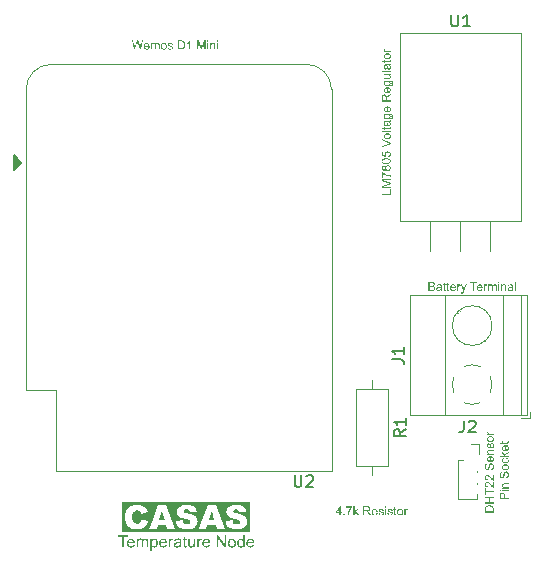
<source format=gto>
%TF.GenerationSoftware,KiCad,Pcbnew,8.0.1*%
%TF.CreationDate,2024-04-11T07:46:26+08:00*%
%TF.ProjectId,input-nodes,696e7075-742d-46e6-9f64-65732e6b6963,rev?*%
%TF.SameCoordinates,Original*%
%TF.FileFunction,Legend,Top*%
%TF.FilePolarity,Positive*%
%FSLAX46Y46*%
G04 Gerber Fmt 4.6, Leading zero omitted, Abs format (unit mm)*
G04 Created by KiCad (PCBNEW 8.0.1) date 2024-04-11 07:46:26*
%MOMM*%
%LPD*%
G01*
G04 APERTURE LIST*
%ADD10C,0.150000*%
%ADD11C,0.120000*%
%ADD12C,1.552000*%
%ADD13C,1.600000*%
%ADD14O,1.600000X1.600000*%
%ADD15O,3.500000X3.500000*%
%ADD16R,1.905000X2.000000*%
%ADD17O,1.905000X2.000000*%
%ADD18R,0.850000X0.850000*%
%ADD19O,0.850000X0.850000*%
%ADD20R,2.600000X2.600000*%
%ADD21C,2.600000*%
%ADD22R,2.000000X2.000000*%
%ADD23O,2.000000X1.600000*%
G04 APERTURE END LIST*
D10*
G36*
X126651775Y-98761893D02*
G01*
X126688583Y-98766186D01*
X126724874Y-98774438D01*
X126749354Y-98783360D01*
X126782688Y-98801920D01*
X126810654Y-98826367D01*
X126831420Y-98853702D01*
X126848315Y-98886839D01*
X126858748Y-98924174D01*
X126861095Y-98952986D01*
X126856742Y-98991223D01*
X126843681Y-99027646D01*
X126834717Y-99043845D01*
X126811284Y-99073426D01*
X126780277Y-99098421D01*
X126755399Y-99112538D01*
X126791429Y-99126368D01*
X126825583Y-99147105D01*
X126853547Y-99173494D01*
X126860729Y-99182513D01*
X126880145Y-99215082D01*
X126892371Y-99251192D01*
X126897405Y-99290845D01*
X126897548Y-99299200D01*
X126894406Y-99338673D01*
X126884977Y-99376034D01*
X126875200Y-99399767D01*
X126856945Y-99431676D01*
X126831870Y-99461348D01*
X126819879Y-99471575D01*
X126787802Y-99491220D01*
X126752240Y-99505317D01*
X126737081Y-99509677D01*
X126700289Y-99516977D01*
X126662222Y-99520984D01*
X126624198Y-99522449D01*
X126615265Y-99522500D01*
X126327302Y-99522500D01*
X126327302Y-99164928D01*
X126427320Y-99164928D01*
X126427320Y-99434572D01*
X126615265Y-99434572D01*
X126652075Y-99433871D01*
X126683225Y-99430908D01*
X126718523Y-99420972D01*
X126740928Y-99409476D01*
X126767833Y-99383923D01*
X126779030Y-99365879D01*
X126791175Y-99330800D01*
X126794050Y-99299750D01*
X126789301Y-99261201D01*
X126773765Y-99225584D01*
X126772435Y-99223546D01*
X126746606Y-99195977D01*
X126712351Y-99178117D01*
X126675652Y-99169578D01*
X126635861Y-99165752D01*
X126601892Y-99164928D01*
X126427320Y-99164928D01*
X126327302Y-99164928D01*
X126327302Y-98848389D01*
X126427320Y-98848389D01*
X126427320Y-99077001D01*
X126590535Y-99077001D01*
X126628409Y-99076142D01*
X126666628Y-99072458D01*
X126685790Y-99068208D01*
X126719312Y-99053141D01*
X126743309Y-99030655D01*
X126758862Y-98996749D01*
X126762543Y-98964527D01*
X126757477Y-98927018D01*
X126744591Y-98898215D01*
X126717784Y-98870609D01*
X126693117Y-98859014D01*
X126654634Y-98851751D01*
X126615940Y-98849053D01*
X126578262Y-98848389D01*
X126427320Y-98848389D01*
X126327302Y-98848389D01*
X126327302Y-98760462D01*
X126610685Y-98760462D01*
X126651775Y-98761893D01*
G37*
G36*
X127288013Y-98961083D02*
G01*
X127324585Y-98965641D01*
X127361718Y-98975408D01*
X127364480Y-98976434D01*
X127398335Y-98992507D01*
X127427472Y-99016456D01*
X127428777Y-99018016D01*
X127448122Y-99050480D01*
X127457719Y-99081580D01*
X127461422Y-99120484D01*
X127462281Y-99159880D01*
X127462299Y-99167493D01*
X127462299Y-99291873D01*
X127462442Y-99330182D01*
X127462992Y-99369990D01*
X127464154Y-99407935D01*
X127466787Y-99446267D01*
X127468161Y-99456371D01*
X127477841Y-99492186D01*
X127491791Y-99522500D01*
X127394888Y-99522500D01*
X127381911Y-99485985D01*
X127376386Y-99453257D01*
X127347722Y-99476135D01*
X127316552Y-99496728D01*
X127283092Y-99513514D01*
X127277102Y-99515905D01*
X127240402Y-99527068D01*
X127201745Y-99533078D01*
X127174886Y-99534223D01*
X127137446Y-99532093D01*
X127099530Y-99524442D01*
X127063088Y-99509184D01*
X127036217Y-99489710D01*
X127010715Y-99459474D01*
X126994658Y-99424408D01*
X126988046Y-99384513D01*
X126987857Y-99375954D01*
X126988180Y-99373023D01*
X127086775Y-99373023D01*
X127094685Y-99409550D01*
X127114802Y-99435854D01*
X127146925Y-99453868D01*
X127183945Y-99460558D01*
X127197051Y-99460950D01*
X127235605Y-99457627D01*
X127273535Y-99446527D01*
X127292306Y-99437320D01*
X127322582Y-99415099D01*
X127347006Y-99384745D01*
X127353672Y-99372290D01*
X127364453Y-99335899D01*
X127368326Y-99297164D01*
X127368693Y-99278501D01*
X127368693Y-99244063D01*
X127332174Y-99256181D01*
X127295876Y-99265025D01*
X127258949Y-99272144D01*
X127217201Y-99278684D01*
X127179025Y-99285287D01*
X127142709Y-99294973D01*
X127136235Y-99297552D01*
X127105797Y-99319792D01*
X127099598Y-99328143D01*
X127087226Y-99363910D01*
X127086775Y-99373023D01*
X126988180Y-99373023D01*
X126991882Y-99339399D01*
X127005048Y-99303867D01*
X127006175Y-99301765D01*
X127027287Y-99271448D01*
X127053986Y-99247909D01*
X127087636Y-99229097D01*
X127120847Y-99217135D01*
X127157706Y-99209505D01*
X127196496Y-99203879D01*
X127203279Y-99203030D01*
X127243308Y-99197766D01*
X127284750Y-99191170D01*
X127325179Y-99183029D01*
X127361821Y-99173105D01*
X127368693Y-99170790D01*
X127369059Y-99146610D01*
X127365375Y-99109095D01*
X127350411Y-99075314D01*
X127342864Y-99067292D01*
X127311342Y-99048204D01*
X127273894Y-99038446D01*
X127237168Y-99035968D01*
X127199641Y-99038114D01*
X127163439Y-99046358D01*
X127140631Y-99057950D01*
X127114978Y-99085964D01*
X127098476Y-99122224D01*
X127094469Y-99135619D01*
X127003794Y-99123162D01*
X127014219Y-99086949D01*
X127029838Y-99053320D01*
X127044460Y-99032121D01*
X127071672Y-99006503D01*
X127104142Y-98987578D01*
X127126343Y-98978632D01*
X127165256Y-98967890D01*
X127204125Y-98961993D01*
X127241952Y-98959838D01*
X127250724Y-98959764D01*
X127288013Y-98961083D01*
G37*
G36*
X127805765Y-99437503D02*
G01*
X127819138Y-99522500D01*
X127782043Y-99531292D01*
X127749162Y-99534223D01*
X127711832Y-99531563D01*
X127676180Y-99520984D01*
X127670760Y-99518103D01*
X127642396Y-99493789D01*
X127631559Y-99475422D01*
X127623539Y-99437852D01*
X127620920Y-99398540D01*
X127620385Y-99364230D01*
X127620385Y-99044760D01*
X127552241Y-99044760D01*
X127552241Y-98971488D01*
X127620385Y-98971488D01*
X127620385Y-98838497D01*
X127712526Y-98783909D01*
X127712526Y-98971488D01*
X127805765Y-98971488D01*
X127805765Y-99044760D01*
X127712526Y-99044760D01*
X127712526Y-99371741D01*
X127714205Y-99409764D01*
X127717288Y-99423948D01*
X127733225Y-99442449D01*
X127765099Y-99449227D01*
X127801112Y-99439598D01*
X127805765Y-99437503D01*
G37*
G36*
X128097391Y-99437503D02*
G01*
X128110764Y-99522500D01*
X128073669Y-99531292D01*
X128040788Y-99534223D01*
X128003458Y-99531563D01*
X127967806Y-99520984D01*
X127962386Y-99518103D01*
X127934021Y-99493789D01*
X127923185Y-99475422D01*
X127915165Y-99437852D01*
X127912546Y-99398540D01*
X127912011Y-99364230D01*
X127912011Y-99044760D01*
X127843867Y-99044760D01*
X127843867Y-98971488D01*
X127912011Y-98971488D01*
X127912011Y-98838497D01*
X128004152Y-98783909D01*
X128004152Y-98971488D01*
X128097391Y-98971488D01*
X128097391Y-99044760D01*
X128004152Y-99044760D01*
X128004152Y-99371741D01*
X128005831Y-99409764D01*
X128008914Y-99423948D01*
X128024851Y-99442449D01*
X128056725Y-99449227D01*
X128092738Y-99439598D01*
X128097391Y-99437503D01*
G37*
G36*
X128450913Y-98962449D02*
G01*
X128487810Y-98970506D01*
X128527275Y-98986693D01*
X128562883Y-99010191D01*
X128590334Y-99036151D01*
X128613991Y-99066979D01*
X128632753Y-99102174D01*
X128646620Y-99141735D01*
X128654437Y-99178037D01*
X128658856Y-99217372D01*
X128659944Y-99251024D01*
X128659577Y-99276303D01*
X128251448Y-99276303D01*
X128255637Y-99312879D01*
X128265192Y-99349850D01*
X128282016Y-99385285D01*
X128302372Y-99411308D01*
X128333309Y-99435941D01*
X128368647Y-99451451D01*
X128408385Y-99457837D01*
X128416861Y-99458019D01*
X128455788Y-99453636D01*
X128492233Y-99439110D01*
X128503872Y-99431458D01*
X128530714Y-99404647D01*
X128551090Y-99370613D01*
X128561025Y-99346645D01*
X128657013Y-99358368D01*
X128645226Y-99393125D01*
X128627225Y-99428468D01*
X128604393Y-99459139D01*
X128576730Y-99485140D01*
X128572932Y-99488061D01*
X128540131Y-99508257D01*
X128503094Y-99522683D01*
X128467212Y-99530572D01*
X128428086Y-99534043D01*
X128416311Y-99534223D01*
X128373063Y-99531615D01*
X128333304Y-99523790D01*
X128297036Y-99510749D01*
X128264259Y-99492492D01*
X128234972Y-99469018D01*
X128225985Y-99460034D01*
X128202080Y-99430045D01*
X128183121Y-99395858D01*
X128169107Y-99357471D01*
X128160040Y-99314885D01*
X128156261Y-99276190D01*
X128155643Y-99251573D01*
X128157378Y-99209755D01*
X128158674Y-99200099D01*
X128256577Y-99200099D01*
X128562124Y-99200099D01*
X128556839Y-99162370D01*
X128545538Y-99124050D01*
X128527137Y-99092021D01*
X128500129Y-99064925D01*
X128465260Y-99045219D01*
X128429503Y-99036844D01*
X128412281Y-99035968D01*
X128374310Y-99040333D01*
X128337129Y-99055217D01*
X128307498Y-99077914D01*
X128304754Y-99080664D01*
X128281394Y-99111533D01*
X128265584Y-99148270D01*
X128257809Y-99186350D01*
X128256577Y-99200099D01*
X128158674Y-99200099D01*
X128162584Y-99170969D01*
X128171260Y-99135216D01*
X128186253Y-99096314D01*
X128206242Y-99061778D01*
X128226718Y-99036334D01*
X128254859Y-99010312D01*
X128285974Y-98989674D01*
X128320066Y-98974420D01*
X128357132Y-98964550D01*
X128397174Y-98960063D01*
X128411182Y-98959764D01*
X128450913Y-98962449D01*
G37*
G36*
X128769487Y-99522500D02*
G01*
X128769487Y-98971488D01*
X128853018Y-98971488D01*
X128853018Y-99055935D01*
X128872456Y-99023101D01*
X128896281Y-98992132D01*
X128911819Y-98978449D01*
X128945951Y-98962848D01*
X128971536Y-98959764D01*
X129009880Y-98964722D01*
X129045704Y-98978100D01*
X129066791Y-98989806D01*
X129034918Y-99076451D01*
X129000846Y-99061476D01*
X128966774Y-99056484D01*
X128929545Y-99064452D01*
X128912185Y-99074986D01*
X128887399Y-99103465D01*
X128877747Y-99125910D01*
X128868259Y-99164456D01*
X128863408Y-99202097D01*
X128862177Y-99234537D01*
X128862177Y-99522500D01*
X128769487Y-99522500D01*
G37*
G36*
X129115884Y-99734258D02*
G01*
X129105626Y-99649078D01*
X129142223Y-99656348D01*
X129158749Y-99657322D01*
X129195263Y-99652300D01*
X129208025Y-99646697D01*
X129235533Y-99621653D01*
X129238616Y-99617021D01*
X129253671Y-99582489D01*
X129266826Y-99545764D01*
X129275069Y-99522500D01*
X129067524Y-98971488D01*
X129167358Y-98971488D01*
X129281297Y-99290408D01*
X129293403Y-99325007D01*
X129304784Y-99360591D01*
X129315441Y-99397160D01*
X129321048Y-99417903D01*
X129330505Y-99381982D01*
X129340948Y-99346554D01*
X129352375Y-99311618D01*
X129359150Y-99292423D01*
X129476020Y-98971488D01*
X129568710Y-98971488D01*
X129360615Y-99531292D01*
X129346668Y-99568254D01*
X129332489Y-99603863D01*
X129317405Y-99638424D01*
X129308592Y-99656039D01*
X129289014Y-99687183D01*
X129263569Y-99714727D01*
X129251805Y-99723633D01*
X129216817Y-99739845D01*
X129178360Y-99745228D01*
X129175601Y-99745249D01*
X129137817Y-99740516D01*
X129115884Y-99734258D01*
G37*
G36*
X130121188Y-99522500D02*
G01*
X130121188Y-98848389D01*
X129872426Y-98848389D01*
X129872426Y-98760462D01*
X130471065Y-98760462D01*
X130471065Y-98848389D01*
X130221205Y-98848389D01*
X130221205Y-99522500D01*
X130121188Y-99522500D01*
G37*
G36*
X130706251Y-98962449D02*
G01*
X130743148Y-98970506D01*
X130782613Y-98986693D01*
X130818221Y-99010191D01*
X130845673Y-99036151D01*
X130869329Y-99066979D01*
X130888091Y-99102174D01*
X130901958Y-99141735D01*
X130909776Y-99178037D01*
X130914194Y-99217372D01*
X130915282Y-99251024D01*
X130914916Y-99276303D01*
X130506786Y-99276303D01*
X130510976Y-99312879D01*
X130520530Y-99349850D01*
X130537354Y-99385285D01*
X130557711Y-99411308D01*
X130588648Y-99435941D01*
X130623985Y-99451451D01*
X130663724Y-99457837D01*
X130672199Y-99458019D01*
X130711127Y-99453636D01*
X130747572Y-99439110D01*
X130759211Y-99431458D01*
X130786052Y-99404647D01*
X130806429Y-99370613D01*
X130816364Y-99346645D01*
X130912351Y-99358368D01*
X130900564Y-99393125D01*
X130882564Y-99428468D01*
X130859732Y-99459139D01*
X130832068Y-99485140D01*
X130828271Y-99488061D01*
X130795470Y-99508257D01*
X130758432Y-99522683D01*
X130722550Y-99530572D01*
X130683424Y-99534043D01*
X130671650Y-99534223D01*
X130628401Y-99531615D01*
X130588643Y-99523790D01*
X130552375Y-99510749D01*
X130519597Y-99492492D01*
X130490310Y-99469018D01*
X130481324Y-99460034D01*
X130457418Y-99430045D01*
X130438459Y-99395858D01*
X130424446Y-99357471D01*
X130415378Y-99314885D01*
X130411600Y-99276190D01*
X130410982Y-99251573D01*
X130412717Y-99209755D01*
X130414013Y-99200099D01*
X130511915Y-99200099D01*
X130817463Y-99200099D01*
X130812177Y-99162370D01*
X130800876Y-99124050D01*
X130782475Y-99092021D01*
X130755467Y-99064925D01*
X130720598Y-99045219D01*
X130684842Y-99036844D01*
X130667620Y-99035968D01*
X130629649Y-99040333D01*
X130592468Y-99055217D01*
X130562837Y-99077914D01*
X130560092Y-99080664D01*
X130536733Y-99111533D01*
X130520922Y-99148270D01*
X130513148Y-99186350D01*
X130511915Y-99200099D01*
X130414013Y-99200099D01*
X130417923Y-99170969D01*
X130426599Y-99135216D01*
X130441591Y-99096314D01*
X130461581Y-99061778D01*
X130482056Y-99036334D01*
X130510197Y-99010312D01*
X130541313Y-98989674D01*
X130575404Y-98974420D01*
X130612471Y-98964550D01*
X130652512Y-98960063D01*
X130666521Y-98959764D01*
X130706251Y-98962449D01*
G37*
G36*
X131024825Y-99522500D02*
G01*
X131024825Y-98971488D01*
X131108356Y-98971488D01*
X131108356Y-99055935D01*
X131127794Y-99023101D01*
X131151619Y-98992132D01*
X131167158Y-98978449D01*
X131201289Y-98962848D01*
X131226875Y-98959764D01*
X131265219Y-98964722D01*
X131301042Y-98978100D01*
X131322130Y-98989806D01*
X131290256Y-99076451D01*
X131256184Y-99061476D01*
X131222112Y-99056484D01*
X131184884Y-99064452D01*
X131167524Y-99074986D01*
X131142737Y-99103465D01*
X131133086Y-99125910D01*
X131123597Y-99164456D01*
X131118747Y-99202097D01*
X131117515Y-99234537D01*
X131117515Y-99522500D01*
X131024825Y-99522500D01*
G37*
G36*
X131375436Y-99522500D02*
G01*
X131375436Y-98971488D01*
X131458417Y-98971488D01*
X131458417Y-99047691D01*
X131482066Y-99018082D01*
X131511337Y-98993552D01*
X131526744Y-98983944D01*
X131560541Y-98969209D01*
X131597636Y-98961275D01*
X131624197Y-98959764D01*
X131663411Y-98962708D01*
X131700265Y-98972634D01*
X131723848Y-98984677D01*
X131753571Y-99010297D01*
X131774458Y-99043561D01*
X131778803Y-99054469D01*
X131804498Y-99022284D01*
X131832950Y-98996758D01*
X131869628Y-98975394D01*
X131910057Y-98963093D01*
X131947697Y-98959764D01*
X131986096Y-98962603D01*
X132023657Y-98972585D01*
X132058391Y-98992106D01*
X132072993Y-99005193D01*
X132096081Y-99038266D01*
X132109548Y-99076230D01*
X132115705Y-99116496D01*
X132116774Y-99144778D01*
X132116774Y-99522500D01*
X132024450Y-99522500D01*
X132024450Y-99174637D01*
X132023188Y-99136915D01*
X132017578Y-99100485D01*
X132015474Y-99093853D01*
X131994906Y-99063320D01*
X131982684Y-99054103D01*
X131948119Y-99040695D01*
X131927180Y-99038899D01*
X131889826Y-99043488D01*
X131854359Y-99058961D01*
X131831376Y-99077733D01*
X131809683Y-99109826D01*
X131797776Y-99148580D01*
X131793609Y-99186153D01*
X131793274Y-99201748D01*
X131793274Y-99522500D01*
X131700401Y-99522500D01*
X131700401Y-99163646D01*
X131697717Y-99124507D01*
X131687624Y-99087740D01*
X131677686Y-99070223D01*
X131647919Y-99046730D01*
X131610002Y-99039021D01*
X131603681Y-99038899D01*
X131565945Y-99044119D01*
X131531140Y-99059781D01*
X131502518Y-99085335D01*
X131483920Y-99118110D01*
X131482964Y-99120598D01*
X131473357Y-99158909D01*
X131469299Y-99196361D01*
X131468126Y-99236003D01*
X131468126Y-99522500D01*
X131375436Y-99522500D01*
G37*
G36*
X132250130Y-98865975D02*
G01*
X132250130Y-98760462D01*
X132342821Y-98760462D01*
X132342821Y-98865975D01*
X132250130Y-98865975D01*
G37*
G36*
X132250130Y-99522500D02*
G01*
X132250130Y-98971488D01*
X132342821Y-98971488D01*
X132342821Y-99522500D01*
X132250130Y-99522500D01*
G37*
G36*
X132482588Y-99522500D02*
G01*
X132482588Y-98971488D01*
X132565936Y-98971488D01*
X132565936Y-99048790D01*
X132590423Y-99018535D01*
X132618684Y-98994540D01*
X132656425Y-98974457D01*
X132692862Y-98964024D01*
X132733074Y-98959851D01*
X132740143Y-98959764D01*
X132778998Y-98962727D01*
X132815193Y-98971615D01*
X132831001Y-98977716D01*
X132863353Y-98995437D01*
X132890453Y-99021014D01*
X132893100Y-99024610D01*
X132911577Y-99058464D01*
X132922042Y-99093487D01*
X132926045Y-99131942D01*
X132927126Y-99172346D01*
X132927172Y-99184162D01*
X132927172Y-99522500D01*
X132834481Y-99522500D01*
X132834481Y-99186543D01*
X132832962Y-99147749D01*
X132826787Y-99110703D01*
X132823674Y-99101181D01*
X132803581Y-99070197D01*
X132785205Y-99055935D01*
X132751221Y-99042159D01*
X132720542Y-99038899D01*
X132681769Y-99043379D01*
X132646806Y-99056821D01*
X132618326Y-99076817D01*
X132595625Y-99107189D01*
X132582383Y-99145934D01*
X132576792Y-99183542D01*
X132575279Y-99220982D01*
X132575279Y-99522500D01*
X132482588Y-99522500D01*
G37*
G36*
X133335221Y-98961083D02*
G01*
X133371793Y-98965641D01*
X133408926Y-98975408D01*
X133411688Y-98976434D01*
X133445543Y-98992507D01*
X133474680Y-99016456D01*
X133475985Y-99018016D01*
X133495331Y-99050480D01*
X133504928Y-99081580D01*
X133508631Y-99120484D01*
X133509490Y-99159880D01*
X133509508Y-99167493D01*
X133509508Y-99291873D01*
X133509651Y-99330182D01*
X133510200Y-99369990D01*
X133511362Y-99407935D01*
X133513995Y-99446267D01*
X133515369Y-99456371D01*
X133525049Y-99492186D01*
X133539000Y-99522500D01*
X133442096Y-99522500D01*
X133429120Y-99485985D01*
X133423595Y-99453257D01*
X133394931Y-99476135D01*
X133363761Y-99496728D01*
X133330301Y-99513514D01*
X133324310Y-99515905D01*
X133287611Y-99527068D01*
X133248954Y-99533078D01*
X133222095Y-99534223D01*
X133184655Y-99532093D01*
X133146739Y-99524442D01*
X133110296Y-99509184D01*
X133083426Y-99489710D01*
X133057923Y-99459474D01*
X133041866Y-99424408D01*
X133035255Y-99384513D01*
X133035066Y-99375954D01*
X133035389Y-99373023D01*
X133133984Y-99373023D01*
X133141894Y-99409550D01*
X133162011Y-99435854D01*
X133194133Y-99453868D01*
X133231154Y-99460558D01*
X133244260Y-99460950D01*
X133282814Y-99457627D01*
X133320744Y-99446527D01*
X133339515Y-99437320D01*
X133369791Y-99415099D01*
X133394214Y-99384745D01*
X133400881Y-99372290D01*
X133411662Y-99335899D01*
X133415535Y-99297164D01*
X133415901Y-99278501D01*
X133415901Y-99244063D01*
X133379383Y-99256181D01*
X133343084Y-99265025D01*
X133306158Y-99272144D01*
X133264410Y-99278684D01*
X133226234Y-99285287D01*
X133189918Y-99294973D01*
X133183443Y-99297552D01*
X133153005Y-99319792D01*
X133146807Y-99328143D01*
X133134435Y-99363910D01*
X133133984Y-99373023D01*
X133035389Y-99373023D01*
X133039091Y-99339399D01*
X133052257Y-99303867D01*
X133053384Y-99301765D01*
X133074496Y-99271448D01*
X133101195Y-99247909D01*
X133134844Y-99229097D01*
X133168056Y-99217135D01*
X133204914Y-99209505D01*
X133243705Y-99203879D01*
X133250488Y-99203030D01*
X133290517Y-99197766D01*
X133331959Y-99191170D01*
X133372388Y-99183029D01*
X133409030Y-99173105D01*
X133415901Y-99170790D01*
X133416268Y-99146610D01*
X133412584Y-99109095D01*
X133397619Y-99075314D01*
X133390073Y-99067292D01*
X133358551Y-99048204D01*
X133321102Y-99038446D01*
X133284377Y-99035968D01*
X133246849Y-99038114D01*
X133210648Y-99046358D01*
X133187840Y-99057950D01*
X133162187Y-99085964D01*
X133145685Y-99122224D01*
X133141678Y-99135619D01*
X133051003Y-99123162D01*
X133061428Y-99086949D01*
X133077047Y-99053320D01*
X133091669Y-99032121D01*
X133118880Y-99006503D01*
X133151351Y-98987578D01*
X133173551Y-98978632D01*
X133212464Y-98967890D01*
X133251333Y-98961993D01*
X133289160Y-98959838D01*
X133297932Y-98959764D01*
X133335221Y-98961083D01*
G37*
G36*
X133648360Y-99522500D02*
G01*
X133648360Y-98760462D01*
X133741233Y-98760462D01*
X133741233Y-99522500D01*
X133648360Y-99522500D01*
G37*
G36*
X123122500Y-91372697D02*
G01*
X122360462Y-91372697D01*
X122360462Y-91272679D01*
X123034572Y-91272679D01*
X123034572Y-90900819D01*
X123122500Y-90900819D01*
X123122500Y-91372697D01*
G37*
G36*
X123122500Y-90787613D02*
G01*
X122360462Y-90787613D01*
X122360462Y-90637220D01*
X122900849Y-90458435D01*
X122936215Y-90446906D01*
X122973756Y-90434845D01*
X123009030Y-90423820D01*
X123013872Y-90422348D01*
X122977173Y-90410696D01*
X122938168Y-90397876D01*
X122901452Y-90385586D01*
X122891507Y-90382231D01*
X122360462Y-90201430D01*
X122360462Y-90066974D01*
X123122500Y-90066974D01*
X123122500Y-90163328D01*
X122483560Y-90163328D01*
X123122500Y-90382780D01*
X123122500Y-90472906D01*
X122472752Y-90691442D01*
X123122500Y-90691442D01*
X123122500Y-90787613D01*
G37*
G36*
X122460113Y-89941861D02*
G01*
X122372185Y-89941861D01*
X122372185Y-89452948D01*
X122444359Y-89452948D01*
X122475138Y-89479968D01*
X122509498Y-89506898D01*
X122540866Y-89529271D01*
X122574721Y-89551581D01*
X122611062Y-89573828D01*
X122649890Y-89596013D01*
X122690087Y-89617327D01*
X122730651Y-89637075D01*
X122771581Y-89655258D01*
X122812879Y-89671876D01*
X122854543Y-89686929D01*
X122896574Y-89700416D01*
X122913489Y-89705373D01*
X122949915Y-89715106D01*
X122987617Y-89723422D01*
X123026594Y-89730321D01*
X123066846Y-89735804D01*
X123108374Y-89739870D01*
X123122500Y-89740910D01*
X123122500Y-89836348D01*
X123081362Y-89834110D01*
X123043254Y-89829778D01*
X123002519Y-89823218D01*
X122966566Y-89816049D01*
X122928788Y-89807333D01*
X122905245Y-89801360D01*
X122865631Y-89790173D01*
X122826474Y-89777564D01*
X122787772Y-89763533D01*
X122749526Y-89748080D01*
X122711737Y-89731205D01*
X122674404Y-89712907D01*
X122659598Y-89705190D01*
X122623526Y-89685420D01*
X122589270Y-89665265D01*
X122556829Y-89644726D01*
X122526204Y-89623802D01*
X122491851Y-89598186D01*
X122460113Y-89572016D01*
X122460113Y-89941861D01*
G37*
G36*
X122946812Y-88870776D02*
G01*
X122984683Y-88880611D01*
X123019591Y-88897003D01*
X123051536Y-88919951D01*
X123068461Y-88936008D01*
X123094085Y-88968050D01*
X123113416Y-89004229D01*
X123126452Y-89044545D01*
X123132618Y-89082395D01*
X123134223Y-89116259D01*
X123131905Y-89156649D01*
X123124950Y-89194011D01*
X123110975Y-89233776D01*
X123090689Y-89269420D01*
X123068278Y-89296693D01*
X123037786Y-89323388D01*
X123004174Y-89343527D01*
X122967441Y-89357108D01*
X122927588Y-89364133D01*
X122903414Y-89365204D01*
X122863978Y-89362248D01*
X122828310Y-89353380D01*
X122793098Y-89336593D01*
X122780315Y-89327834D01*
X122752384Y-89301384D01*
X122730641Y-89268744D01*
X122716366Y-89234076D01*
X122712721Y-89221406D01*
X122695948Y-89257548D01*
X122672712Y-89288928D01*
X122651905Y-89306952D01*
X122617186Y-89324979D01*
X122580577Y-89333463D01*
X122557199Y-89334795D01*
X122517197Y-89331097D01*
X122480538Y-89320003D01*
X122447221Y-89301513D01*
X122417248Y-89275628D01*
X122392404Y-89243513D01*
X122374658Y-89206522D01*
X122364954Y-89170154D01*
X122360684Y-89130051D01*
X122360462Y-89117908D01*
X122360536Y-89116809D01*
X122436666Y-89116809D01*
X122441508Y-89154101D01*
X122457685Y-89188744D01*
X122471104Y-89204919D01*
X122501352Y-89227572D01*
X122538999Y-89239053D01*
X122553719Y-89239907D01*
X122591715Y-89235064D01*
X122626540Y-89218888D01*
X122642562Y-89205469D01*
X122664860Y-89173953D01*
X122675353Y-89138851D01*
X122676818Y-89118274D01*
X122753204Y-89118274D01*
X122757426Y-89157061D01*
X122770091Y-89191447D01*
X122791200Y-89221432D01*
X122796435Y-89226901D01*
X122825451Y-89249505D01*
X122862245Y-89264701D01*
X122900126Y-89269724D01*
X122904146Y-89269766D01*
X122942935Y-89265095D01*
X122978218Y-89252231D01*
X122980533Y-89251081D01*
X123011561Y-89229408D01*
X123035263Y-89199765D01*
X123037869Y-89195211D01*
X123052333Y-89159101D01*
X123057941Y-89120496D01*
X123058019Y-89115160D01*
X123053869Y-89075969D01*
X123041419Y-89041286D01*
X123018136Y-89008342D01*
X123015521Y-89005617D01*
X122986591Y-88982723D01*
X122949562Y-88967333D01*
X122911165Y-88962245D01*
X122907077Y-88962203D01*
X122867657Y-88966568D01*
X122832745Y-88979662D01*
X122802341Y-89001487D01*
X122796802Y-89006899D01*
X122773811Y-89036903D01*
X122759335Y-89071271D01*
X122753375Y-89110004D01*
X122753204Y-89118274D01*
X122676818Y-89118274D01*
X122677001Y-89115710D01*
X122672183Y-89078297D01*
X122656093Y-89043872D01*
X122642745Y-89027965D01*
X122612374Y-89005786D01*
X122576923Y-88994915D01*
X122558848Y-88993710D01*
X122522423Y-88998682D01*
X122488196Y-89015289D01*
X122472020Y-89029064D01*
X122449129Y-89060513D01*
X122437909Y-89097705D01*
X122436666Y-89116809D01*
X122360536Y-89116809D01*
X122363240Y-89076480D01*
X122371577Y-89038752D01*
X122385470Y-89004723D01*
X122408153Y-88970362D01*
X122418531Y-88958722D01*
X122449065Y-88932276D01*
X122482782Y-88913385D01*
X122519681Y-88902050D01*
X122559764Y-88898272D01*
X122597674Y-88902162D01*
X122634383Y-88915155D01*
X122652271Y-88925933D01*
X122681159Y-88953005D01*
X122702566Y-88986420D01*
X122712721Y-89009647D01*
X122727597Y-88973129D01*
X122746879Y-88941885D01*
X122773469Y-88913356D01*
X122785628Y-88903768D01*
X122819026Y-88884641D01*
X122856253Y-88872598D01*
X122893030Y-88867817D01*
X122905978Y-88867498D01*
X122946812Y-88870776D01*
G37*
G36*
X122787947Y-88288209D02*
G01*
X122825865Y-88290209D01*
X122868060Y-88294367D01*
X122906648Y-88300444D01*
X122947110Y-88309959D01*
X122962948Y-88314837D01*
X123001565Y-88330179D01*
X123035534Y-88348909D01*
X123064854Y-88371028D01*
X123089527Y-88396536D01*
X123111133Y-88429400D01*
X123125668Y-88466784D01*
X123132652Y-88503810D01*
X123134223Y-88533923D01*
X123131460Y-88573216D01*
X123123172Y-88609211D01*
X123106519Y-88647038D01*
X123082345Y-88680377D01*
X123055638Y-88705382D01*
X123023193Y-88726913D01*
X122984934Y-88744794D01*
X122950141Y-88756472D01*
X122911627Y-88765814D01*
X122869392Y-88772821D01*
X122823436Y-88777492D01*
X122786527Y-88779463D01*
X122747526Y-88780120D01*
X122706845Y-88779449D01*
X122668722Y-88777437D01*
X122626351Y-88773251D01*
X122587663Y-88767133D01*
X122547184Y-88757553D01*
X122531371Y-88752643D01*
X122492696Y-88737152D01*
X122458739Y-88718342D01*
X122429499Y-88696211D01*
X122404975Y-88670760D01*
X122383457Y-88637940D01*
X122368982Y-88600687D01*
X122362027Y-88563850D01*
X122360510Y-88534839D01*
X122436666Y-88534839D01*
X122441979Y-88572273D01*
X122460096Y-88607624D01*
X122487723Y-88634465D01*
X122491071Y-88636871D01*
X122527063Y-88655572D01*
X122566858Y-88667946D01*
X122606327Y-88675679D01*
X122651530Y-88681069D01*
X122691820Y-88683693D01*
X122735779Y-88684818D01*
X122747342Y-88684865D01*
X122792102Y-88684184D01*
X122832957Y-88682140D01*
X122869909Y-88678734D01*
X122910608Y-88672561D01*
X122951394Y-88662343D01*
X122987876Y-88646547D01*
X122996104Y-88641268D01*
X123026034Y-88615150D01*
X123047801Y-88582392D01*
X123057475Y-88545699D01*
X123058019Y-88533923D01*
X123051955Y-88495952D01*
X123033762Y-88461953D01*
X123007018Y-88434748D01*
X122995921Y-88426395D01*
X122962801Y-88409408D01*
X122924938Y-88398168D01*
X122886705Y-88391143D01*
X122842398Y-88386246D01*
X122802581Y-88383862D01*
X122758876Y-88382840D01*
X122747342Y-88382798D01*
X122702460Y-88383479D01*
X122661510Y-88385523D01*
X122624493Y-88388929D01*
X122583752Y-88395102D01*
X122542974Y-88405320D01*
X122506583Y-88421116D01*
X122498398Y-88426395D01*
X122468557Y-88452600D01*
X122446854Y-88485658D01*
X122437208Y-88522867D01*
X122436666Y-88534839D01*
X122360510Y-88534839D01*
X122360462Y-88533923D01*
X122363362Y-88493887D01*
X122372064Y-88457400D01*
X122385008Y-88427311D01*
X122406483Y-88395094D01*
X122434090Y-88367411D01*
X122455900Y-88351474D01*
X122490039Y-88332461D01*
X122525244Y-88317806D01*
X122560324Y-88306759D01*
X122568557Y-88304579D01*
X122604609Y-88297126D01*
X122646455Y-88291802D01*
X122687822Y-88288891D01*
X122726810Y-88287693D01*
X122747526Y-88287543D01*
X122787947Y-88288209D01*
G37*
G36*
X122923197Y-88196135D02*
G01*
X122914954Y-88098682D01*
X122952240Y-88090343D01*
X122987109Y-88075774D01*
X123017490Y-88053302D01*
X123022116Y-88048490D01*
X123043995Y-88016660D01*
X123055775Y-87980244D01*
X123058019Y-87953419D01*
X123052975Y-87913634D01*
X123037841Y-87877856D01*
X123012617Y-87846086D01*
X123006362Y-87840212D01*
X122974653Y-87817721D01*
X122937641Y-87802590D01*
X122900289Y-87795320D01*
X122869525Y-87793684D01*
X122831091Y-87796478D01*
X122792971Y-87806299D01*
X122760270Y-87823191D01*
X122741481Y-87838381D01*
X122716751Y-87868903D01*
X122701181Y-87904827D01*
X122694998Y-87941778D01*
X122694586Y-87955068D01*
X122698653Y-87992529D01*
X122712038Y-88029009D01*
X122715835Y-88035851D01*
X122738402Y-88066301D01*
X122766604Y-88089990D01*
X122770790Y-88092637D01*
X122759433Y-88179649D01*
X122372185Y-88106559D01*
X122372185Y-87730853D01*
X122460113Y-87730853D01*
X122460113Y-88032370D01*
X122663079Y-88073037D01*
X122643524Y-88038564D01*
X122629556Y-88003290D01*
X122621176Y-87967215D01*
X122618382Y-87930338D01*
X122621678Y-87888543D01*
X122631566Y-87849710D01*
X122648045Y-87813840D01*
X122671116Y-87780933D01*
X122687259Y-87763459D01*
X122719205Y-87736907D01*
X122754939Y-87716876D01*
X122794459Y-87703367D01*
X122831347Y-87696979D01*
X122864213Y-87695315D01*
X122901833Y-87697415D01*
X122943233Y-87705171D01*
X122981950Y-87718642D01*
X123017985Y-87737829D01*
X123042083Y-87755033D01*
X123073396Y-87784165D01*
X123098231Y-87817020D01*
X123116587Y-87853597D01*
X123128464Y-87893896D01*
X123133413Y-87930322D01*
X123134223Y-87953419D01*
X123132195Y-87990760D01*
X123124700Y-88030955D01*
X123111683Y-88067521D01*
X123093144Y-88100459D01*
X123076521Y-88121763D01*
X123049399Y-88147549D01*
X123018683Y-88168005D01*
X122984374Y-88183132D01*
X122946470Y-88192930D01*
X122923197Y-88196135D01*
G37*
G36*
X123122500Y-87067001D02*
G01*
X122360462Y-87359726D01*
X122360462Y-87251465D01*
X122914588Y-87055094D01*
X122951428Y-87042410D01*
X122986935Y-87030944D01*
X123024823Y-87019631D01*
X123039518Y-87015526D01*
X123000477Y-87003999D01*
X122965341Y-86992706D01*
X122930204Y-86980544D01*
X122914588Y-86974860D01*
X122360462Y-86770795D01*
X122360462Y-86668763D01*
X123122500Y-86964419D01*
X123122500Y-87067001D01*
G37*
G36*
X122877483Y-86175834D02*
G01*
X122918008Y-86179951D01*
X122954204Y-86187099D01*
X122990268Y-86198983D01*
X123006179Y-86206411D01*
X123038244Y-86226526D01*
X123066019Y-86251220D01*
X123089506Y-86280493D01*
X123100701Y-86298735D01*
X123116905Y-86333622D01*
X123127807Y-86370277D01*
X123133405Y-86408699D01*
X123134223Y-86430809D01*
X123131621Y-86472334D01*
X123123816Y-86510768D01*
X123110807Y-86546111D01*
X123092595Y-86578362D01*
X123069179Y-86607523D01*
X123060218Y-86616556D01*
X123030173Y-86640648D01*
X122995543Y-86659755D01*
X122956328Y-86673878D01*
X122920145Y-86681840D01*
X122880779Y-86686339D01*
X122846994Y-86687447D01*
X122810080Y-86686125D01*
X122767406Y-86680753D01*
X122728589Y-86671248D01*
X122693626Y-86657612D01*
X122656759Y-86635793D01*
X122625443Y-86608024D01*
X122620764Y-86602817D01*
X122596995Y-86570481D01*
X122579065Y-86535182D01*
X122566972Y-86496920D01*
X122560717Y-86455696D01*
X122559764Y-86430809D01*
X122635968Y-86430809D01*
X122640112Y-86468080D01*
X122654437Y-86505075D01*
X122678995Y-86537418D01*
X122688358Y-86546214D01*
X122722073Y-86568351D01*
X122759170Y-86581947D01*
X122797134Y-86589147D01*
X122833762Y-86591830D01*
X122846810Y-86592009D01*
X122884648Y-86590399D01*
X122924070Y-86584451D01*
X122962899Y-86572287D01*
X122995087Y-86554398D01*
X123005446Y-86546214D01*
X123030860Y-86518570D01*
X123049343Y-86483436D01*
X123057557Y-86443651D01*
X123058019Y-86430809D01*
X123053832Y-86393803D01*
X123039356Y-86357002D01*
X123014541Y-86324745D01*
X123005080Y-86315954D01*
X122970911Y-86293816D01*
X122933167Y-86280221D01*
X122894449Y-86273020D01*
X122857035Y-86270337D01*
X122843696Y-86270158D01*
X122807048Y-86271781D01*
X122768720Y-86277777D01*
X122730756Y-86290039D01*
X122695490Y-86310730D01*
X122688724Y-86316320D01*
X122663222Y-86343965D01*
X122644675Y-86378863D01*
X122636431Y-86418161D01*
X122635968Y-86430809D01*
X122559764Y-86430809D01*
X122562379Y-86389943D01*
X122570223Y-86351975D01*
X122583296Y-86316905D01*
X122601598Y-86284733D01*
X122625130Y-86255459D01*
X122634136Y-86246345D01*
X122663953Y-86222004D01*
X122697763Y-86202699D01*
X122735566Y-86188430D01*
X122777361Y-86179197D01*
X122815241Y-86175350D01*
X122839300Y-86174720D01*
X122877483Y-86175834D01*
G37*
G36*
X123122500Y-86071039D02*
G01*
X122360462Y-86071039D01*
X122360462Y-85978166D01*
X123122500Y-85978166D01*
X123122500Y-86071039D01*
G37*
G36*
X123037503Y-85633417D02*
G01*
X123122500Y-85620045D01*
X123131292Y-85657139D01*
X123134223Y-85690020D01*
X123131563Y-85727350D01*
X123120984Y-85763002D01*
X123118103Y-85768422D01*
X123093789Y-85796787D01*
X123075422Y-85807623D01*
X123037852Y-85815644D01*
X122998540Y-85818263D01*
X122964230Y-85818797D01*
X122644760Y-85818797D01*
X122644760Y-85886941D01*
X122571488Y-85886941D01*
X122571488Y-85818797D01*
X122438497Y-85818797D01*
X122383909Y-85726657D01*
X122571488Y-85726657D01*
X122571488Y-85633417D01*
X122644760Y-85633417D01*
X122644760Y-85726657D01*
X122971741Y-85726657D01*
X123009764Y-85724978D01*
X123023948Y-85721894D01*
X123042449Y-85705957D01*
X123049227Y-85674084D01*
X123039598Y-85638070D01*
X123037503Y-85633417D01*
G37*
G36*
X123122500Y-85168684D02*
G01*
X123085985Y-85181661D01*
X123053257Y-85187185D01*
X123076135Y-85215850D01*
X123096728Y-85247019D01*
X123113514Y-85280480D01*
X123115905Y-85286470D01*
X123127068Y-85323170D01*
X123133078Y-85361827D01*
X123134223Y-85388686D01*
X123132093Y-85426126D01*
X123124442Y-85464042D01*
X123109184Y-85500484D01*
X123089710Y-85527355D01*
X123059474Y-85552857D01*
X123024408Y-85568914D01*
X122984513Y-85575526D01*
X122975954Y-85575715D01*
X122939399Y-85571690D01*
X122903867Y-85558524D01*
X122901765Y-85557397D01*
X122871448Y-85536285D01*
X122847909Y-85509586D01*
X122829097Y-85475936D01*
X122817135Y-85442725D01*
X122809505Y-85405866D01*
X122803879Y-85367076D01*
X122803030Y-85360293D01*
X122797766Y-85320264D01*
X122791170Y-85278821D01*
X122783029Y-85238393D01*
X122773105Y-85201751D01*
X122770790Y-85194879D01*
X122844063Y-85194879D01*
X122856181Y-85231397D01*
X122865025Y-85267696D01*
X122872144Y-85304623D01*
X122878684Y-85346371D01*
X122885287Y-85384547D01*
X122894973Y-85420863D01*
X122897552Y-85427337D01*
X122919792Y-85457775D01*
X122928143Y-85463974D01*
X122963910Y-85476346D01*
X122973023Y-85476796D01*
X123009550Y-85468887D01*
X123035854Y-85448770D01*
X123053868Y-85416647D01*
X123060558Y-85379627D01*
X123060950Y-85366521D01*
X123057627Y-85327967D01*
X123046527Y-85290037D01*
X123037320Y-85271266D01*
X123015099Y-85240990D01*
X122984745Y-85216566D01*
X122972290Y-85209900D01*
X122935899Y-85199118D01*
X122897164Y-85195246D01*
X122878501Y-85194879D01*
X122844063Y-85194879D01*
X122770790Y-85194879D01*
X122746610Y-85194513D01*
X122709095Y-85198196D01*
X122675314Y-85213161D01*
X122667292Y-85220708D01*
X122648204Y-85252229D01*
X122638446Y-85289678D01*
X122635968Y-85326404D01*
X122638114Y-85363931D01*
X122646358Y-85400133D01*
X122657950Y-85422941D01*
X122685964Y-85448594D01*
X122722224Y-85465096D01*
X122735619Y-85469103D01*
X122723162Y-85559778D01*
X122686949Y-85549353D01*
X122653320Y-85533734D01*
X122632121Y-85519112D01*
X122606503Y-85491900D01*
X122587578Y-85459430D01*
X122578632Y-85437229D01*
X122567890Y-85398316D01*
X122561993Y-85359447D01*
X122559838Y-85321620D01*
X122559764Y-85312848D01*
X122561083Y-85275559D01*
X122565641Y-85238987D01*
X122575408Y-85201854D01*
X122576434Y-85199092D01*
X122592507Y-85165237D01*
X122616456Y-85136100D01*
X122618016Y-85134795D01*
X122650480Y-85115450D01*
X122681580Y-85105853D01*
X122720484Y-85102150D01*
X122759880Y-85101291D01*
X122767493Y-85101273D01*
X122891873Y-85101273D01*
X122930182Y-85101130D01*
X122969990Y-85100580D01*
X123007935Y-85099418D01*
X123046267Y-85096785D01*
X123056371Y-85095411D01*
X123092186Y-85085731D01*
X123122500Y-85071781D01*
X123122500Y-85168684D01*
G37*
G36*
X123085564Y-84514260D02*
G01*
X123126745Y-84516698D01*
X123168116Y-84521855D01*
X123206596Y-84530797D01*
X123229295Y-84539637D01*
X123260640Y-84558864D01*
X123287584Y-84584030D01*
X123310127Y-84615135D01*
X123314108Y-84622069D01*
X123329162Y-84655862D01*
X123339288Y-84693772D01*
X123344154Y-84730923D01*
X123345249Y-84760921D01*
X123343145Y-84801920D01*
X123336834Y-84839325D01*
X123324469Y-84877673D01*
X123306609Y-84911327D01*
X123301285Y-84919007D01*
X123273152Y-84947980D01*
X123238006Y-84967101D01*
X123200877Y-84975825D01*
X123169394Y-84977259D01*
X123182766Y-84887133D01*
X123218716Y-84876417D01*
X123243400Y-84855626D01*
X123260931Y-84820654D01*
X123268144Y-84782975D01*
X123269045Y-84761470D01*
X123266523Y-84724050D01*
X123256837Y-84686750D01*
X123243217Y-84662002D01*
X123216654Y-84635701D01*
X123182168Y-84618024D01*
X123170860Y-84614558D01*
X123134024Y-84609780D01*
X123093030Y-84608170D01*
X123051425Y-84607964D01*
X123079119Y-84635928D01*
X123100011Y-84666768D01*
X123115559Y-84705534D01*
X123121875Y-84742534D01*
X123122500Y-84759272D01*
X123119621Y-84799797D01*
X123110985Y-84836741D01*
X123093633Y-84875317D01*
X123068444Y-84909019D01*
X123040617Y-84934028D01*
X123008765Y-84955007D01*
X122974620Y-84971646D01*
X122938182Y-84983944D01*
X122899452Y-84991902D01*
X122858430Y-84995519D01*
X122844246Y-84995760D01*
X122805629Y-84993997D01*
X122768546Y-84988708D01*
X122728661Y-84978542D01*
X122698982Y-84967550D01*
X122663881Y-84949565D01*
X122633591Y-84927551D01*
X122605577Y-84898367D01*
X122596034Y-84885301D01*
X122576907Y-84849817D01*
X122565750Y-84814761D01*
X122560331Y-84776749D01*
X122559764Y-84758906D01*
X122560382Y-84752128D01*
X122635968Y-84752128D01*
X122640923Y-84789000D01*
X122657820Y-84825345D01*
X122683587Y-84854554D01*
X122686709Y-84857274D01*
X122719149Y-84878172D01*
X122754529Y-84891006D01*
X122790539Y-84897803D01*
X122831265Y-84900463D01*
X122837468Y-84900505D01*
X122876205Y-84899005D01*
X122916172Y-84893461D01*
X122954958Y-84882124D01*
X122989806Y-84862992D01*
X122996287Y-84857824D01*
X123022659Y-84828941D01*
X123039263Y-84795871D01*
X123046100Y-84758616D01*
X123046296Y-84750662D01*
X123041448Y-84712727D01*
X123026904Y-84678835D01*
X123002665Y-84648986D01*
X122996653Y-84643501D01*
X122964164Y-84622515D01*
X122927790Y-84609626D01*
X122890179Y-84602800D01*
X122847167Y-84600129D01*
X122840582Y-84600087D01*
X122798576Y-84602226D01*
X122761357Y-84608642D01*
X122724680Y-84621213D01*
X122690891Y-84642033D01*
X122687625Y-84644783D01*
X122660384Y-84674393D01*
X122643232Y-84707580D01*
X122636170Y-84744346D01*
X122635968Y-84752128D01*
X122560382Y-84752128D01*
X122563481Y-84718141D01*
X122574630Y-84680637D01*
X122593213Y-84646394D01*
X122619229Y-84615411D01*
X122637433Y-84599171D01*
X122571488Y-84599171D01*
X122571488Y-84513625D01*
X123047212Y-84513625D01*
X123085564Y-84514260D01*
G37*
G36*
X122876303Y-83903262D02*
G01*
X122876303Y-84311392D01*
X122912879Y-84307202D01*
X122949850Y-84297648D01*
X122985285Y-84280823D01*
X123011308Y-84260467D01*
X123035941Y-84229530D01*
X123051451Y-84194192D01*
X123057837Y-84154454D01*
X123058019Y-84145978D01*
X123053636Y-84107051D01*
X123039110Y-84070606D01*
X123031458Y-84058967D01*
X123004647Y-84032125D01*
X122970613Y-84011749D01*
X122946645Y-84001814D01*
X122958368Y-83905826D01*
X122993125Y-83917614D01*
X123028468Y-83935614D01*
X123059139Y-83958446D01*
X123085140Y-83986109D01*
X123088061Y-83989907D01*
X123108257Y-84022708D01*
X123122683Y-84059745D01*
X123130572Y-84095628D01*
X123134043Y-84134753D01*
X123134223Y-84146528D01*
X123131615Y-84189777D01*
X123123790Y-84229535D01*
X123110749Y-84265803D01*
X123092492Y-84298580D01*
X123069018Y-84327867D01*
X123060034Y-84336854D01*
X123030045Y-84360759D01*
X122995858Y-84379719D01*
X122957471Y-84393732D01*
X122914885Y-84402800D01*
X122876190Y-84406578D01*
X122851573Y-84407196D01*
X122809755Y-84405461D01*
X122770969Y-84400255D01*
X122735216Y-84391579D01*
X122696314Y-84376587D01*
X122661778Y-84356597D01*
X122636334Y-84336121D01*
X122610312Y-84307981D01*
X122589674Y-84276865D01*
X122574420Y-84242774D01*
X122564550Y-84205707D01*
X122560063Y-84165665D01*
X122559764Y-84151657D01*
X122559838Y-84150558D01*
X122635968Y-84150558D01*
X122640333Y-84188529D01*
X122655217Y-84225710D01*
X122677914Y-84255341D01*
X122680664Y-84258086D01*
X122711533Y-84281445D01*
X122748270Y-84297255D01*
X122786350Y-84305030D01*
X122800099Y-84306263D01*
X122800099Y-84000715D01*
X122762370Y-84006000D01*
X122724050Y-84017301D01*
X122692021Y-84035703D01*
X122664925Y-84062710D01*
X122645219Y-84097579D01*
X122636844Y-84133336D01*
X122635968Y-84150558D01*
X122559838Y-84150558D01*
X122562449Y-84111926D01*
X122570506Y-84075029D01*
X122586693Y-84035564D01*
X122610191Y-83999956D01*
X122636151Y-83972505D01*
X122666979Y-83948848D01*
X122702174Y-83930087D01*
X122741735Y-83916219D01*
X122778037Y-83908402D01*
X122817372Y-83903983D01*
X122851024Y-83902896D01*
X122876303Y-83903262D01*
G37*
G36*
X123122500Y-82947418D02*
G01*
X122964596Y-83047252D01*
X122932437Y-83068180D01*
X122901046Y-83089426D01*
X122869568Y-83112087D01*
X122860000Y-83119426D01*
X122830786Y-83144716D01*
X122809258Y-83170167D01*
X122792497Y-83204205D01*
X122789108Y-83215779D01*
X122785673Y-83253492D01*
X122785444Y-83271467D01*
X122785444Y-83387421D01*
X123122500Y-83387421D01*
X123122500Y-83487255D01*
X122360462Y-83487255D01*
X122360462Y-83387421D01*
X122445458Y-83387421D01*
X122700448Y-83387421D01*
X122700448Y-83172548D01*
X122699035Y-83132645D01*
X122694216Y-83095488D01*
X122685976Y-83065387D01*
X122667200Y-83031361D01*
X122639815Y-83006585D01*
X122604398Y-82990863D01*
X122570572Y-82986435D01*
X122532361Y-82991922D01*
X122499612Y-83008383D01*
X122480812Y-83025453D01*
X122460684Y-83057498D01*
X122449636Y-83095909D01*
X122445769Y-83133001D01*
X122445458Y-83148368D01*
X122445458Y-83387421D01*
X122360462Y-83387421D01*
X122360462Y-83152398D01*
X122361452Y-83110554D01*
X122364424Y-83073338D01*
X122370246Y-83036473D01*
X122381161Y-82998892D01*
X122399011Y-82965258D01*
X122424350Y-82936647D01*
X122453885Y-82914994D01*
X122487569Y-82898379D01*
X122523365Y-82887918D01*
X122561272Y-82883610D01*
X122569106Y-82883487D01*
X122608261Y-82886738D01*
X122644211Y-82896493D01*
X122680822Y-82915240D01*
X122706493Y-82935511D01*
X122731806Y-82965060D01*
X122752059Y-83001685D01*
X122765630Y-83039536D01*
X122774178Y-83076291D01*
X122777384Y-83096161D01*
X122795255Y-83063213D01*
X122815120Y-83035894D01*
X122842372Y-83008997D01*
X122873523Y-82983029D01*
X122904894Y-82960454D01*
X122916053Y-82953096D01*
X123122500Y-82821571D01*
X123122500Y-82947418D01*
G37*
G36*
X122876303Y-82270010D02*
G01*
X122876303Y-82678140D01*
X122912879Y-82673950D01*
X122949850Y-82664396D01*
X122985285Y-82647571D01*
X123011308Y-82627215D01*
X123035941Y-82596278D01*
X123051451Y-82560940D01*
X123057837Y-82521202D01*
X123058019Y-82512726D01*
X123053636Y-82473799D01*
X123039110Y-82437354D01*
X123031458Y-82425715D01*
X123004647Y-82398873D01*
X122970613Y-82378497D01*
X122946645Y-82368562D01*
X122958368Y-82272575D01*
X122993125Y-82284362D01*
X123028468Y-82302362D01*
X123059139Y-82325194D01*
X123085140Y-82352857D01*
X123088061Y-82356655D01*
X123108257Y-82389456D01*
X123122683Y-82426493D01*
X123130572Y-82462376D01*
X123134043Y-82501501D01*
X123134223Y-82513276D01*
X123131615Y-82556525D01*
X123123790Y-82596283D01*
X123110749Y-82632551D01*
X123092492Y-82665328D01*
X123069018Y-82694615D01*
X123060034Y-82703602D01*
X123030045Y-82727507D01*
X122995858Y-82746467D01*
X122957471Y-82760480D01*
X122914885Y-82769548D01*
X122876190Y-82773326D01*
X122851573Y-82773944D01*
X122809755Y-82772209D01*
X122770969Y-82767003D01*
X122735216Y-82758327D01*
X122696314Y-82743335D01*
X122661778Y-82723345D01*
X122636334Y-82702869D01*
X122610312Y-82674729D01*
X122589674Y-82643613D01*
X122574420Y-82609522D01*
X122564550Y-82572455D01*
X122560063Y-82532413D01*
X122559764Y-82518405D01*
X122559838Y-82517306D01*
X122635968Y-82517306D01*
X122640333Y-82555277D01*
X122655217Y-82592458D01*
X122677914Y-82622089D01*
X122680664Y-82624834D01*
X122711533Y-82648193D01*
X122748270Y-82664003D01*
X122786350Y-82671778D01*
X122800099Y-82673011D01*
X122800099Y-82367463D01*
X122762370Y-82372748D01*
X122724050Y-82384049D01*
X122692021Y-82402451D01*
X122664925Y-82429458D01*
X122645219Y-82464327D01*
X122636844Y-82500084D01*
X122635968Y-82517306D01*
X122559838Y-82517306D01*
X122562449Y-82478674D01*
X122570506Y-82441778D01*
X122586693Y-82402313D01*
X122610191Y-82366704D01*
X122636151Y-82339253D01*
X122666979Y-82315597D01*
X122702174Y-82296835D01*
X122741735Y-82282967D01*
X122778037Y-82275150D01*
X122817372Y-82270731D01*
X122851024Y-82269644D01*
X122876303Y-82270010D01*
G37*
G36*
X123085564Y-81713039D02*
G01*
X123126745Y-81715477D01*
X123168116Y-81720634D01*
X123206596Y-81729575D01*
X123229295Y-81738415D01*
X123260640Y-81757642D01*
X123287584Y-81782808D01*
X123310127Y-81813914D01*
X123314108Y-81820847D01*
X123329162Y-81854641D01*
X123339288Y-81892550D01*
X123344154Y-81929702D01*
X123345249Y-81959699D01*
X123343145Y-82000698D01*
X123336834Y-82038104D01*
X123324469Y-82076452D01*
X123306609Y-82110106D01*
X123301285Y-82117786D01*
X123273152Y-82146759D01*
X123238006Y-82165880D01*
X123200877Y-82174604D01*
X123169394Y-82176038D01*
X123182766Y-82085912D01*
X123218716Y-82075196D01*
X123243400Y-82054405D01*
X123260931Y-82019433D01*
X123268144Y-81981754D01*
X123269045Y-81960249D01*
X123266523Y-81922829D01*
X123256837Y-81885529D01*
X123243217Y-81860781D01*
X123216654Y-81834479D01*
X123182168Y-81816803D01*
X123170860Y-81813337D01*
X123134024Y-81808558D01*
X123093030Y-81806948D01*
X123051425Y-81806742D01*
X123079119Y-81834707D01*
X123100011Y-81865547D01*
X123115559Y-81904313D01*
X123121875Y-81941313D01*
X123122500Y-81958051D01*
X123119621Y-81998576D01*
X123110985Y-82035520D01*
X123093633Y-82074096D01*
X123068444Y-82107798D01*
X123040617Y-82132807D01*
X123008765Y-82153786D01*
X122974620Y-82170425D01*
X122938182Y-82182723D01*
X122899452Y-82190681D01*
X122858430Y-82194298D01*
X122844246Y-82194539D01*
X122805629Y-82192776D01*
X122768546Y-82187486D01*
X122728661Y-82177321D01*
X122698982Y-82166329D01*
X122663881Y-82148344D01*
X122633591Y-82126330D01*
X122605577Y-82097146D01*
X122596034Y-82084080D01*
X122576907Y-82048596D01*
X122565750Y-82013540D01*
X122560331Y-81975528D01*
X122559764Y-81957684D01*
X122560382Y-81950907D01*
X122635968Y-81950907D01*
X122640923Y-81987779D01*
X122657820Y-82024124D01*
X122683587Y-82053333D01*
X122686709Y-82056053D01*
X122719149Y-82076951D01*
X122754529Y-82089785D01*
X122790539Y-82096582D01*
X122831265Y-82099242D01*
X122837468Y-82099284D01*
X122876205Y-82097784D01*
X122916172Y-82092240D01*
X122954958Y-82080903D01*
X122989806Y-82061771D01*
X122996287Y-82056603D01*
X123022659Y-82027719D01*
X123039263Y-81994650D01*
X123046100Y-81957395D01*
X123046296Y-81949441D01*
X123041448Y-81911506D01*
X123026904Y-81877614D01*
X123002665Y-81847764D01*
X122996653Y-81842280D01*
X122964164Y-81821293D01*
X122927790Y-81808405D01*
X122890179Y-81801579D01*
X122847167Y-81798908D01*
X122840582Y-81798866D01*
X122798576Y-81801004D01*
X122761357Y-81807421D01*
X122724680Y-81819992D01*
X122690891Y-81840812D01*
X122687625Y-81843562D01*
X122660384Y-81873172D01*
X122643232Y-81906359D01*
X122636170Y-81943124D01*
X122635968Y-81950907D01*
X122560382Y-81950907D01*
X122563481Y-81916920D01*
X122574630Y-81879416D01*
X122593213Y-81845172D01*
X122619229Y-81814190D01*
X122637433Y-81797950D01*
X122571488Y-81797950D01*
X122571488Y-81712404D01*
X123047212Y-81712404D01*
X123085564Y-81713039D01*
G37*
G36*
X123122500Y-81216530D02*
G01*
X123042083Y-81216530D01*
X123073396Y-81242113D01*
X123098231Y-81270917D01*
X123116587Y-81302941D01*
X123128464Y-81338185D01*
X123133863Y-81376649D01*
X123134223Y-81390186D01*
X123131139Y-81428421D01*
X123121888Y-81464539D01*
X123115539Y-81480495D01*
X123097366Y-81513098D01*
X123072133Y-81540312D01*
X123068644Y-81542960D01*
X123035104Y-81561152D01*
X122999584Y-81571536D01*
X122961291Y-81575967D01*
X122923303Y-81577165D01*
X122912390Y-81577215D01*
X122571488Y-81577215D01*
X122571488Y-81484342D01*
X122877402Y-81484342D01*
X122914836Y-81483893D01*
X122952982Y-81481896D01*
X122976137Y-81478663D01*
X123010812Y-81463932D01*
X123034023Y-81441660D01*
X123050460Y-81407719D01*
X123055088Y-81371502D01*
X123050379Y-81333605D01*
X123036251Y-81297882D01*
X123033656Y-81293283D01*
X123009970Y-81263645D01*
X122977164Y-81242413D01*
X122974855Y-81241442D01*
X122939109Y-81231598D01*
X122900219Y-81227188D01*
X122866960Y-81226238D01*
X122571488Y-81226238D01*
X122571488Y-81133548D01*
X123122500Y-81133548D01*
X123122500Y-81216530D01*
G37*
G36*
X123122500Y-80993230D02*
G01*
X122360462Y-80993230D01*
X122360462Y-80900357D01*
X123122500Y-80900357D01*
X123122500Y-80993230D01*
G37*
G36*
X123122500Y-80382501D02*
G01*
X123085985Y-80395478D01*
X123053257Y-80401003D01*
X123076135Y-80429667D01*
X123096728Y-80460837D01*
X123113514Y-80494297D01*
X123115905Y-80500287D01*
X123127068Y-80536987D01*
X123133078Y-80575644D01*
X123134223Y-80602503D01*
X123132093Y-80639943D01*
X123124442Y-80677859D01*
X123109184Y-80714301D01*
X123089710Y-80741172D01*
X123059474Y-80766674D01*
X123024408Y-80782731D01*
X122984513Y-80789343D01*
X122975954Y-80789532D01*
X122939399Y-80785507D01*
X122903867Y-80772341D01*
X122901765Y-80771214D01*
X122871448Y-80750102D01*
X122847909Y-80723403D01*
X122829097Y-80689753D01*
X122817135Y-80656542D01*
X122809505Y-80619683D01*
X122803879Y-80580893D01*
X122803030Y-80574110D01*
X122797766Y-80534081D01*
X122791170Y-80492639D01*
X122783029Y-80452210D01*
X122773105Y-80415568D01*
X122770790Y-80408696D01*
X122844063Y-80408696D01*
X122856181Y-80445215D01*
X122865025Y-80481513D01*
X122872144Y-80518440D01*
X122878684Y-80560188D01*
X122885287Y-80598364D01*
X122894973Y-80634680D01*
X122897552Y-80641154D01*
X122919792Y-80671592D01*
X122928143Y-80677791D01*
X122963910Y-80690163D01*
X122973023Y-80690614D01*
X123009550Y-80682704D01*
X123035854Y-80662587D01*
X123053868Y-80630465D01*
X123060558Y-80593444D01*
X123060950Y-80580338D01*
X123057627Y-80541784D01*
X123046527Y-80503854D01*
X123037320Y-80485083D01*
X123015099Y-80454807D01*
X122984745Y-80430384D01*
X122972290Y-80423717D01*
X122935899Y-80412936D01*
X122897164Y-80409063D01*
X122878501Y-80408696D01*
X122844063Y-80408696D01*
X122770790Y-80408696D01*
X122746610Y-80408330D01*
X122709095Y-80412014D01*
X122675314Y-80426979D01*
X122667292Y-80434525D01*
X122648204Y-80466047D01*
X122638446Y-80503495D01*
X122635968Y-80540221D01*
X122638114Y-80577748D01*
X122646358Y-80613950D01*
X122657950Y-80636758D01*
X122685964Y-80662411D01*
X122722224Y-80678913D01*
X122735619Y-80682920D01*
X122723162Y-80773595D01*
X122686949Y-80763170D01*
X122653320Y-80747551D01*
X122632121Y-80732929D01*
X122606503Y-80705717D01*
X122587578Y-80673247D01*
X122578632Y-80651046D01*
X122567890Y-80612133D01*
X122561993Y-80573265D01*
X122559838Y-80535438D01*
X122559764Y-80526666D01*
X122561083Y-80489376D01*
X122565641Y-80452804D01*
X122575408Y-80415671D01*
X122576434Y-80412909D01*
X122592507Y-80379054D01*
X122616456Y-80349918D01*
X122618016Y-80348613D01*
X122650480Y-80329267D01*
X122681580Y-80319670D01*
X122720484Y-80315967D01*
X122759880Y-80315108D01*
X122767493Y-80315090D01*
X122891873Y-80315090D01*
X122930182Y-80314947D01*
X122969990Y-80314398D01*
X123007935Y-80313235D01*
X123046267Y-80310602D01*
X123056371Y-80309228D01*
X123092186Y-80299549D01*
X123122500Y-80285598D01*
X123122500Y-80382501D01*
G37*
G36*
X123037503Y-79971624D02*
G01*
X123122500Y-79958251D01*
X123131292Y-79995346D01*
X123134223Y-80028227D01*
X123131563Y-80065557D01*
X123120984Y-80101209D01*
X123118103Y-80106629D01*
X123093789Y-80134994D01*
X123075422Y-80145830D01*
X123037852Y-80153850D01*
X122998540Y-80156469D01*
X122964230Y-80157004D01*
X122644760Y-80157004D01*
X122644760Y-80225148D01*
X122571488Y-80225148D01*
X122571488Y-80157004D01*
X122438497Y-80157004D01*
X122383909Y-80064863D01*
X122571488Y-80064863D01*
X122571488Y-79971624D01*
X122644760Y-79971624D01*
X122644760Y-80064863D01*
X122971741Y-80064863D01*
X123009764Y-80063184D01*
X123023948Y-80060101D01*
X123042449Y-80044164D01*
X123049227Y-80012290D01*
X123039598Y-79976277D01*
X123037503Y-79971624D01*
G37*
G36*
X122877483Y-79405423D02*
G01*
X122918008Y-79409539D01*
X122954204Y-79416688D01*
X122990268Y-79428572D01*
X123006179Y-79435999D01*
X123038244Y-79456114D01*
X123066019Y-79480809D01*
X123089506Y-79510082D01*
X123100701Y-79528323D01*
X123116905Y-79563210D01*
X123127807Y-79599865D01*
X123133405Y-79638288D01*
X123134223Y-79660397D01*
X123131621Y-79701922D01*
X123123816Y-79740356D01*
X123110807Y-79775699D01*
X123092595Y-79807950D01*
X123069179Y-79837111D01*
X123060218Y-79846144D01*
X123030173Y-79870236D01*
X122995543Y-79889343D01*
X122956328Y-79903466D01*
X122920145Y-79911428D01*
X122880779Y-79915928D01*
X122846994Y-79917035D01*
X122810080Y-79915713D01*
X122767406Y-79910341D01*
X122728589Y-79900837D01*
X122693626Y-79887200D01*
X122656759Y-79865381D01*
X122625443Y-79837612D01*
X122620764Y-79832405D01*
X122596995Y-79800069D01*
X122579065Y-79764770D01*
X122566972Y-79726509D01*
X122560717Y-79685284D01*
X122559764Y-79660397D01*
X122635968Y-79660397D01*
X122640112Y-79697669D01*
X122654437Y-79734663D01*
X122678995Y-79767006D01*
X122688358Y-79775802D01*
X122722073Y-79797940D01*
X122759170Y-79811535D01*
X122797134Y-79818735D01*
X122833762Y-79821419D01*
X122846810Y-79821598D01*
X122884648Y-79819988D01*
X122924070Y-79814039D01*
X122962899Y-79801875D01*
X122995087Y-79783986D01*
X123005446Y-79775802D01*
X123030860Y-79748158D01*
X123049343Y-79713025D01*
X123057557Y-79673240D01*
X123058019Y-79660397D01*
X123053832Y-79623391D01*
X123039356Y-79586590D01*
X123014541Y-79554333D01*
X123005080Y-79545542D01*
X122970911Y-79523405D01*
X122933167Y-79509809D01*
X122894449Y-79502609D01*
X122857035Y-79499925D01*
X122843696Y-79499747D01*
X122807048Y-79501369D01*
X122768720Y-79507365D01*
X122730756Y-79519627D01*
X122695490Y-79540319D01*
X122688724Y-79545908D01*
X122663222Y-79573554D01*
X122644675Y-79608451D01*
X122636431Y-79647750D01*
X122635968Y-79660397D01*
X122559764Y-79660397D01*
X122562379Y-79619531D01*
X122570223Y-79581563D01*
X122583296Y-79546493D01*
X122601598Y-79514321D01*
X122625130Y-79485047D01*
X122634136Y-79475933D01*
X122663953Y-79451592D01*
X122697763Y-79432287D01*
X122735566Y-79418018D01*
X122777361Y-79408785D01*
X122815241Y-79404938D01*
X122839300Y-79404309D01*
X122877483Y-79405423D01*
G37*
G36*
X123122500Y-79299528D02*
G01*
X122571488Y-79299528D01*
X122571488Y-79215997D01*
X122655935Y-79215997D01*
X122623101Y-79196559D01*
X122592132Y-79172734D01*
X122578449Y-79157196D01*
X122562848Y-79123064D01*
X122559764Y-79097479D01*
X122564722Y-79059135D01*
X122578100Y-79023311D01*
X122589806Y-79002224D01*
X122676451Y-79034098D01*
X122661476Y-79068169D01*
X122656484Y-79102241D01*
X122664452Y-79139470D01*
X122674986Y-79156830D01*
X122703465Y-79181616D01*
X122725910Y-79191268D01*
X122764456Y-79200756D01*
X122802097Y-79205607D01*
X122834537Y-79206838D01*
X123122500Y-79206838D01*
X123122500Y-79299528D01*
G37*
G36*
X100414654Y-121230000D02*
G01*
X100414654Y-120331186D01*
X100082972Y-120331186D01*
X100082972Y-120213949D01*
X100881158Y-120213949D01*
X100881158Y-120331186D01*
X100548011Y-120331186D01*
X100548011Y-121230000D01*
X100414654Y-121230000D01*
G37*
G36*
X101194739Y-120483266D02*
G01*
X101243935Y-120494008D01*
X101296555Y-120515591D01*
X101344032Y-120546922D01*
X101380635Y-120581535D01*
X101412176Y-120622639D01*
X101437192Y-120669565D01*
X101455682Y-120722313D01*
X101466105Y-120770717D01*
X101471997Y-120823163D01*
X101473447Y-120868032D01*
X101472958Y-120901737D01*
X100928785Y-120901737D01*
X100934372Y-120950505D01*
X100947111Y-120999800D01*
X100969543Y-121047046D01*
X100996685Y-121081744D01*
X101037934Y-121114588D01*
X101085051Y-121135268D01*
X101138036Y-121143783D01*
X101149337Y-121144026D01*
X101201240Y-121138181D01*
X101249833Y-121118813D01*
X101265352Y-121108611D01*
X101301141Y-121072862D01*
X101328309Y-121027485D01*
X101341556Y-120995526D01*
X101469539Y-121011158D01*
X101453823Y-121057500D01*
X101429822Y-121104624D01*
X101399379Y-121145519D01*
X101362495Y-121180186D01*
X101357431Y-121184082D01*
X101313697Y-121211010D01*
X101264314Y-121230244D01*
X101216471Y-121240762D01*
X101164303Y-121245391D01*
X101148604Y-121245631D01*
X101090939Y-121242153D01*
X101037927Y-121231721D01*
X100989570Y-121214333D01*
X100945867Y-121189989D01*
X100906818Y-121158691D01*
X100894836Y-121146713D01*
X100862962Y-121106727D01*
X100837683Y-121061144D01*
X100818998Y-121009962D01*
X100806908Y-120953181D01*
X100801871Y-120901587D01*
X100801046Y-120868764D01*
X100803360Y-120813007D01*
X100805088Y-120800132D01*
X100935624Y-120800132D01*
X101343021Y-120800132D01*
X101335974Y-120749827D01*
X101320906Y-120698733D01*
X101296371Y-120656029D01*
X101260360Y-120619900D01*
X101213868Y-120593625D01*
X101166193Y-120582458D01*
X101143230Y-120581290D01*
X101092603Y-120587110D01*
X101043028Y-120606956D01*
X101003520Y-120637219D01*
X100999860Y-120640886D01*
X100968714Y-120682044D01*
X100947634Y-120731027D01*
X100937268Y-120781800D01*
X100935624Y-120800132D01*
X100805088Y-120800132D01*
X100810301Y-120761293D01*
X100821869Y-120713621D01*
X100841859Y-120661752D01*
X100868512Y-120615705D01*
X100895812Y-120581779D01*
X100933333Y-120547083D01*
X100974821Y-120519566D01*
X101020276Y-120499227D01*
X101069698Y-120486066D01*
X101123087Y-120480084D01*
X101141765Y-120479685D01*
X101194739Y-120483266D01*
G37*
G36*
X101620969Y-121230000D02*
G01*
X101620969Y-120495317D01*
X101731612Y-120495317D01*
X101731612Y-120596922D01*
X101763143Y-120557443D01*
X101802172Y-120524737D01*
X101822714Y-120511926D01*
X101867777Y-120492279D01*
X101917236Y-120481700D01*
X101952651Y-120479685D01*
X102004936Y-120483611D01*
X102054075Y-120496845D01*
X102085519Y-120512903D01*
X102125150Y-120547063D01*
X102152999Y-120591415D01*
X102158792Y-120605959D01*
X102193053Y-120563046D01*
X102230989Y-120529011D01*
X102279892Y-120500526D01*
X102333798Y-120484125D01*
X102383984Y-120479685D01*
X102435184Y-120483471D01*
X102485265Y-120496781D01*
X102531576Y-120522808D01*
X102551046Y-120540258D01*
X102581829Y-120584355D01*
X102599786Y-120634973D01*
X102607995Y-120688661D01*
X102609420Y-120726371D01*
X102609420Y-121230000D01*
X102486322Y-121230000D01*
X102486322Y-120766182D01*
X102484639Y-120715887D01*
X102477159Y-120667314D01*
X102474354Y-120658471D01*
X102446930Y-120617760D01*
X102430635Y-120605471D01*
X102384548Y-120587594D01*
X102356629Y-120585198D01*
X102306823Y-120591317D01*
X102259534Y-120611948D01*
X102228890Y-120636978D01*
X102199966Y-120679768D01*
X102184090Y-120731440D01*
X102178534Y-120781537D01*
X102178087Y-120802330D01*
X102178087Y-121230000D01*
X102054256Y-121230000D01*
X102054256Y-120751528D01*
X102050678Y-120699342D01*
X102037220Y-120650320D01*
X102023970Y-120626964D01*
X101984281Y-120595640D01*
X101933724Y-120585362D01*
X101925296Y-120585198D01*
X101874982Y-120592159D01*
X101828576Y-120613042D01*
X101790413Y-120647114D01*
X101765615Y-120690813D01*
X101764340Y-120694131D01*
X101751531Y-120745212D01*
X101746121Y-120795148D01*
X101744556Y-120848004D01*
X101744556Y-121230000D01*
X101620969Y-121230000D01*
G37*
G36*
X103161468Y-120483511D02*
G01*
X103213856Y-120496734D01*
X103261903Y-120519403D01*
X103275471Y-120528046D01*
X103316763Y-120562135D01*
X103351186Y-120603952D01*
X103376293Y-120648194D01*
X103383426Y-120664333D01*
X103401018Y-120715125D01*
X103412852Y-120768584D01*
X103418539Y-120818341D01*
X103419818Y-120857041D01*
X103417299Y-120911934D01*
X103409743Y-120964019D01*
X103397149Y-121013295D01*
X103379518Y-121059762D01*
X103354089Y-121107017D01*
X103322863Y-121147664D01*
X103285842Y-121181704D01*
X103262770Y-121197759D01*
X103219130Y-121220900D01*
X103169146Y-121237730D01*
X103117588Y-121245210D01*
X103101814Y-121245631D01*
X103050129Y-121240629D01*
X103003212Y-121225622D01*
X102990683Y-121219497D01*
X102948523Y-121191991D01*
X102912070Y-121156026D01*
X102910083Y-121153551D01*
X102910083Y-121511367D01*
X102786496Y-121511367D01*
X102786496Y-120867299D01*
X102898360Y-120867299D01*
X102900360Y-120917737D01*
X102907752Y-120970026D01*
X102922868Y-121021142D01*
X102948377Y-121067626D01*
X102955268Y-121076371D01*
X102993326Y-121112048D01*
X103040590Y-121136032D01*
X103093510Y-121144026D01*
X103142640Y-121137181D01*
X103187142Y-121116644D01*
X103227018Y-121082417D01*
X103234438Y-121073928D01*
X103262892Y-121028413D01*
X103280367Y-120977736D01*
X103289621Y-120925505D01*
X103293070Y-120874875D01*
X103293300Y-120856796D01*
X103291282Y-120806788D01*
X103283828Y-120754695D01*
X103268581Y-120703404D01*
X103242854Y-120656212D01*
X103235903Y-120647236D01*
X103197964Y-120610399D01*
X103151108Y-120585637D01*
X103098883Y-120577383D01*
X103046781Y-120586156D01*
X103003123Y-120609359D01*
X102966849Y-120642641D01*
X102959176Y-120651632D01*
X102932569Y-120692955D01*
X102913564Y-120742674D01*
X102903170Y-120793065D01*
X102898597Y-120849884D01*
X102898360Y-120867299D01*
X102786496Y-120867299D01*
X102786496Y-120495317D01*
X102899092Y-120495317D01*
X102899092Y-120591793D01*
X102930394Y-120553760D01*
X102967559Y-120521394D01*
X102988974Y-120507773D01*
X103037019Y-120488573D01*
X103088832Y-120480371D01*
X103110607Y-120479685D01*
X103161468Y-120483511D01*
G37*
G36*
X103917558Y-120483266D02*
G01*
X103966754Y-120494008D01*
X104019374Y-120515591D01*
X104066852Y-120546922D01*
X104103454Y-120581535D01*
X104134995Y-120622639D01*
X104160011Y-120669565D01*
X104178501Y-120722313D01*
X104188924Y-120770717D01*
X104194816Y-120823163D01*
X104196266Y-120868032D01*
X104195778Y-120901737D01*
X103651605Y-120901737D01*
X103657191Y-120950505D01*
X103669930Y-120999800D01*
X103692363Y-121047046D01*
X103719504Y-121081744D01*
X103760753Y-121114588D01*
X103807870Y-121135268D01*
X103860855Y-121143783D01*
X103872156Y-121144026D01*
X103924059Y-121138181D01*
X103972652Y-121118813D01*
X103988171Y-121108611D01*
X104023960Y-121072862D01*
X104051128Y-121027485D01*
X104064375Y-120995526D01*
X104192358Y-121011158D01*
X104176642Y-121057500D01*
X104152641Y-121104624D01*
X104122199Y-121145519D01*
X104085314Y-121180186D01*
X104080251Y-121184082D01*
X104036516Y-121211010D01*
X103987133Y-121230244D01*
X103939290Y-121240762D01*
X103887122Y-121245391D01*
X103871423Y-121245631D01*
X103813758Y-121242153D01*
X103760747Y-121231721D01*
X103712390Y-121214333D01*
X103668686Y-121189989D01*
X103629637Y-121158691D01*
X103617655Y-121146713D01*
X103585781Y-121106727D01*
X103560502Y-121061144D01*
X103541817Y-121009962D01*
X103529727Y-120953181D01*
X103524690Y-120901587D01*
X103523866Y-120868764D01*
X103526179Y-120813007D01*
X103527907Y-120800132D01*
X103658443Y-120800132D01*
X104065840Y-120800132D01*
X104058793Y-120749827D01*
X104043725Y-120698733D01*
X104019190Y-120656029D01*
X103983180Y-120619900D01*
X103936688Y-120593625D01*
X103889012Y-120582458D01*
X103866050Y-120581290D01*
X103815422Y-120587110D01*
X103765847Y-120606956D01*
X103726339Y-120637219D01*
X103722679Y-120640886D01*
X103691533Y-120682044D01*
X103670453Y-120731027D01*
X103660087Y-120781800D01*
X103658443Y-120800132D01*
X103527907Y-120800132D01*
X103533120Y-120761293D01*
X103544688Y-120713621D01*
X103564678Y-120661752D01*
X103591331Y-120615705D01*
X103618632Y-120581779D01*
X103656153Y-120547083D01*
X103697640Y-120519566D01*
X103743095Y-120499227D01*
X103792517Y-120486066D01*
X103845906Y-120480084D01*
X103864584Y-120479685D01*
X103917558Y-120483266D01*
G37*
G36*
X104342323Y-121230000D02*
G01*
X104342323Y-120495317D01*
X104453698Y-120495317D01*
X104453698Y-120607913D01*
X104479615Y-120564135D01*
X104511383Y-120522843D01*
X104532100Y-120504598D01*
X104577609Y-120483797D01*
X104611723Y-120479685D01*
X104662848Y-120486296D01*
X104710613Y-120504134D01*
X104738729Y-120519741D01*
X104696231Y-120635268D01*
X104650802Y-120615301D01*
X104605373Y-120608646D01*
X104555735Y-120619270D01*
X104532588Y-120633314D01*
X104499539Y-120671286D01*
X104486671Y-120701214D01*
X104474020Y-120752608D01*
X104467552Y-120802797D01*
X104465910Y-120846050D01*
X104465910Y-121230000D01*
X104342323Y-121230000D01*
G37*
G36*
X105168002Y-120481444D02*
G01*
X105216764Y-120487521D01*
X105266275Y-120500544D01*
X105269958Y-120501912D01*
X105315098Y-120523343D01*
X105353947Y-120555275D01*
X105355687Y-120557355D01*
X105381481Y-120600640D01*
X105394277Y-120642107D01*
X105399215Y-120693979D01*
X105400359Y-120746506D01*
X105400383Y-120756657D01*
X105400383Y-120922498D01*
X105400574Y-120973576D01*
X105401307Y-121026653D01*
X105402856Y-121077247D01*
X105406367Y-121128356D01*
X105408199Y-121141828D01*
X105421106Y-121189581D01*
X105439706Y-121230000D01*
X105310502Y-121230000D01*
X105293200Y-121181313D01*
X105285833Y-121137676D01*
X105247614Y-121168180D01*
X105206055Y-121195638D01*
X105161441Y-121218018D01*
X105153454Y-121221207D01*
X105104521Y-121236090D01*
X105052978Y-121244105D01*
X105017166Y-121245631D01*
X104967246Y-121242791D01*
X104916692Y-121232590D01*
X104868102Y-121212246D01*
X104832274Y-121186280D01*
X104798271Y-121145966D01*
X104776862Y-121099211D01*
X104768046Y-121046017D01*
X104767794Y-121034605D01*
X104768224Y-121030697D01*
X104899685Y-121030697D01*
X104910232Y-121079400D01*
X104937055Y-121114473D01*
X104979884Y-121138490D01*
X105029245Y-121147411D01*
X105046720Y-121147934D01*
X105098125Y-121143503D01*
X105148698Y-121128703D01*
X105173726Y-121116427D01*
X105214094Y-121086799D01*
X105246659Y-121046327D01*
X105255547Y-121029720D01*
X105269923Y-120981199D01*
X105275086Y-120929553D01*
X105275575Y-120904668D01*
X105275575Y-120858750D01*
X105226884Y-120874908D01*
X105178486Y-120886700D01*
X105129250Y-120896192D01*
X105073586Y-120904912D01*
X105022685Y-120913716D01*
X104974264Y-120926631D01*
X104965631Y-120930069D01*
X104925047Y-120959723D01*
X104916782Y-120970858D01*
X104900287Y-121018547D01*
X104899685Y-121030697D01*
X104768224Y-121030697D01*
X104773161Y-120985865D01*
X104790716Y-120938490D01*
X104792219Y-120935687D01*
X104820368Y-120895265D01*
X104855966Y-120863879D01*
X104900833Y-120838796D01*
X104945115Y-120822847D01*
X104994259Y-120812673D01*
X105045979Y-120805172D01*
X105055024Y-120804040D01*
X105108396Y-120797022D01*
X105163652Y-120788226D01*
X105217557Y-120777373D01*
X105266413Y-120764141D01*
X105275575Y-120761053D01*
X105276064Y-120728813D01*
X105271152Y-120678793D01*
X105251199Y-120633752D01*
X105241137Y-120623056D01*
X105199108Y-120597605D01*
X105149176Y-120584594D01*
X105100209Y-120581290D01*
X105050172Y-120584153D01*
X105001904Y-120595144D01*
X104971493Y-120610600D01*
X104937289Y-120647952D01*
X104915286Y-120696298D01*
X104909944Y-120714159D01*
X104789043Y-120697550D01*
X104802944Y-120649266D01*
X104823769Y-120604427D01*
X104843265Y-120576161D01*
X104879547Y-120542004D01*
X104922841Y-120516770D01*
X104952442Y-120504842D01*
X105004326Y-120490520D01*
X105056151Y-120482658D01*
X105106587Y-120479784D01*
X105118283Y-120479685D01*
X105168002Y-120481444D01*
G37*
G36*
X105858339Y-121116671D02*
G01*
X105876168Y-121230000D01*
X105826709Y-121241723D01*
X105782868Y-121245631D01*
X105733095Y-121242084D01*
X105685559Y-121227979D01*
X105678332Y-121224138D01*
X105640512Y-121191718D01*
X105626064Y-121167229D01*
X105615370Y-121117137D01*
X105611878Y-121064720D01*
X105611165Y-121018974D01*
X105611165Y-120593014D01*
X105520307Y-120593014D01*
X105520307Y-120495317D01*
X105611165Y-120495317D01*
X105611165Y-120317997D01*
X105734019Y-120245212D01*
X105734019Y-120495317D01*
X105858339Y-120495317D01*
X105858339Y-120593014D01*
X105734019Y-120593014D01*
X105734019Y-121028988D01*
X105736258Y-121079685D01*
X105740369Y-121098597D01*
X105761618Y-121123265D01*
X105804117Y-121132302D01*
X105852135Y-121119464D01*
X105858339Y-121116671D01*
G37*
G36*
X106455268Y-121230000D02*
G01*
X106455268Y-121122777D01*
X106421156Y-121164528D01*
X106382751Y-121197641D01*
X106340052Y-121222116D01*
X106293060Y-121237953D01*
X106241775Y-121245151D01*
X106223726Y-121245631D01*
X106172747Y-121241519D01*
X106124589Y-121229185D01*
X106103314Y-121220718D01*
X106059844Y-121196489D01*
X106023558Y-121162844D01*
X106020027Y-121158192D01*
X105995772Y-121113472D01*
X105981926Y-121066113D01*
X105976018Y-121015054D01*
X105974421Y-120964404D01*
X105974354Y-120949853D01*
X105974354Y-120495317D01*
X106098185Y-120495317D01*
X106098185Y-120903203D01*
X106098784Y-120953115D01*
X106101446Y-121003976D01*
X106105757Y-121034849D01*
X106125398Y-121081082D01*
X106155094Y-121112030D01*
X106200349Y-121133946D01*
X106248639Y-121140118D01*
X106299168Y-121133839D01*
X106346799Y-121115002D01*
X106352930Y-121111542D01*
X106392447Y-121079961D01*
X106420756Y-121036218D01*
X106422051Y-121033140D01*
X106435177Y-120985478D01*
X106441056Y-120933626D01*
X106442323Y-120889281D01*
X106442323Y-120495317D01*
X106565910Y-120495317D01*
X106565910Y-121230000D01*
X106455268Y-121230000D01*
G37*
G36*
X106754466Y-121230000D02*
G01*
X106754466Y-120495317D01*
X106865840Y-120495317D01*
X106865840Y-120607913D01*
X106891758Y-120564135D01*
X106923525Y-120522843D01*
X106944242Y-120504598D01*
X106989751Y-120483797D01*
X107023866Y-120479685D01*
X107074991Y-120486296D01*
X107122755Y-120504134D01*
X107150872Y-120519741D01*
X107108374Y-120635268D01*
X107062944Y-120615301D01*
X107017515Y-120608646D01*
X106967877Y-120619270D01*
X106944731Y-120633314D01*
X106911682Y-120671286D01*
X106898813Y-120701214D01*
X106886162Y-120752608D01*
X106879695Y-120802797D01*
X106878053Y-120846050D01*
X106878053Y-121230000D01*
X106754466Y-121230000D01*
G37*
G36*
X107574362Y-120483266D02*
G01*
X107623558Y-120494008D01*
X107676178Y-120515591D01*
X107723656Y-120546922D01*
X107760258Y-120581535D01*
X107791799Y-120622639D01*
X107816815Y-120669565D01*
X107835305Y-120722313D01*
X107845728Y-120770717D01*
X107851620Y-120823163D01*
X107853070Y-120868032D01*
X107852581Y-120901737D01*
X107308408Y-120901737D01*
X107313995Y-120950505D01*
X107326734Y-120999800D01*
X107349166Y-121047046D01*
X107376308Y-121081744D01*
X107417557Y-121114588D01*
X107464674Y-121135268D01*
X107517659Y-121143783D01*
X107528960Y-121144026D01*
X107580863Y-121138181D01*
X107629456Y-121118813D01*
X107644975Y-121108611D01*
X107680764Y-121072862D01*
X107707932Y-121027485D01*
X107721179Y-120995526D01*
X107849162Y-121011158D01*
X107833446Y-121057500D01*
X107809445Y-121104624D01*
X107779003Y-121145519D01*
X107742118Y-121180186D01*
X107737055Y-121184082D01*
X107693320Y-121211010D01*
X107643937Y-121230244D01*
X107596094Y-121240762D01*
X107543926Y-121245391D01*
X107528227Y-121245631D01*
X107470562Y-121242153D01*
X107417551Y-121231721D01*
X107369193Y-121214333D01*
X107325490Y-121189989D01*
X107286441Y-121158691D01*
X107274459Y-121146713D01*
X107242585Y-121106727D01*
X107217306Y-121061144D01*
X107198621Y-121009962D01*
X107186531Y-120953181D01*
X107181494Y-120901587D01*
X107180669Y-120868764D01*
X107182983Y-120813007D01*
X107184711Y-120800132D01*
X107315247Y-120800132D01*
X107722644Y-120800132D01*
X107715597Y-120749827D01*
X107700529Y-120698733D01*
X107675994Y-120656029D01*
X107639984Y-120619900D01*
X107593492Y-120593625D01*
X107545816Y-120582458D01*
X107522854Y-120581290D01*
X107472226Y-120587110D01*
X107422651Y-120606956D01*
X107383143Y-120637219D01*
X107379483Y-120640886D01*
X107348337Y-120682044D01*
X107327257Y-120731027D01*
X107316891Y-120781800D01*
X107315247Y-120800132D01*
X107184711Y-120800132D01*
X107189924Y-120761293D01*
X107201492Y-120713621D01*
X107221482Y-120661752D01*
X107248135Y-120615705D01*
X107275436Y-120581779D01*
X107312957Y-120547083D01*
X107354444Y-120519566D01*
X107399899Y-120499227D01*
X107449321Y-120486066D01*
X107502710Y-120480084D01*
X107521388Y-120479685D01*
X107574362Y-120483266D01*
G37*
G36*
X108403838Y-121230000D02*
G01*
X108403838Y-120213949D01*
X108540369Y-120213949D01*
X109069399Y-121011646D01*
X109069399Y-120213949D01*
X109197138Y-120213949D01*
X109197138Y-121230000D01*
X109060607Y-121230000D01*
X108531577Y-120431570D01*
X108531577Y-121230000D01*
X108403838Y-121230000D01*
G37*
G36*
X109750126Y-120483172D02*
G01*
X109800750Y-120493630D01*
X109847510Y-120511061D01*
X109890406Y-120535464D01*
X109929439Y-120566840D01*
X109941591Y-120578848D01*
X109974045Y-120618604D01*
X109999785Y-120663684D01*
X110018810Y-120714088D01*
X110031121Y-120769815D01*
X110036250Y-120820322D01*
X110037090Y-120852400D01*
X110035604Y-120903310D01*
X110030116Y-120957345D01*
X110020584Y-121005605D01*
X110004739Y-121053691D01*
X109994836Y-121074905D01*
X109968015Y-121117658D01*
X109935090Y-121154693D01*
X109896059Y-121186008D01*
X109871737Y-121200935D01*
X109825221Y-121222541D01*
X109776348Y-121237076D01*
X109725118Y-121244540D01*
X109695638Y-121245631D01*
X109640271Y-121242162D01*
X109589026Y-121231755D01*
X109541902Y-121214410D01*
X109498900Y-121190127D01*
X109460020Y-121158906D01*
X109447976Y-121146957D01*
X109415853Y-121106897D01*
X109390376Y-121060724D01*
X109371546Y-121008437D01*
X109360931Y-120960194D01*
X109354931Y-120907706D01*
X109353454Y-120862658D01*
X109353463Y-120862414D01*
X109480704Y-120862414D01*
X109482851Y-120912864D01*
X109490782Y-120965427D01*
X109507001Y-121017199D01*
X109530853Y-121060117D01*
X109541765Y-121073928D01*
X109578623Y-121107813D01*
X109625468Y-121132457D01*
X109678515Y-121143410D01*
X109695638Y-121144026D01*
X109744979Y-121138443D01*
X109794047Y-121119142D01*
X109837057Y-121086054D01*
X109848778Y-121073440D01*
X109878295Y-121027881D01*
X109896422Y-120977556D01*
X109906023Y-120925932D01*
X109909600Y-120876047D01*
X109909839Y-120858262D01*
X109907675Y-120809398D01*
X109899681Y-120758294D01*
X109883332Y-120707675D01*
X109855743Y-120660654D01*
X109848290Y-120651632D01*
X109811429Y-120617629D01*
X109764899Y-120592900D01*
X109712502Y-120581909D01*
X109695638Y-120581290D01*
X109645943Y-120586816D01*
X109596617Y-120605917D01*
X109553493Y-120638660D01*
X109541765Y-120651144D01*
X109512248Y-120696097D01*
X109494121Y-120745560D01*
X109484521Y-120796178D01*
X109480943Y-120845016D01*
X109480704Y-120862414D01*
X109353463Y-120862414D01*
X109355217Y-120813440D01*
X109362380Y-120756542D01*
X109375052Y-120704785D01*
X109393234Y-120658168D01*
X109422326Y-120609012D01*
X109459352Y-120567258D01*
X109466294Y-120561018D01*
X109509409Y-120529327D01*
X109556474Y-120505420D01*
X109607489Y-120489296D01*
X109662455Y-120480956D01*
X109695638Y-120479685D01*
X109750126Y-120483172D01*
G37*
G36*
X110766154Y-121230000D02*
G01*
X110651605Y-121230000D01*
X110651605Y-121137920D01*
X110618042Y-121179889D01*
X110578261Y-121211551D01*
X110532263Y-121232903D01*
X110480047Y-121243948D01*
X110447418Y-121245631D01*
X110394280Y-121240908D01*
X110343862Y-121226740D01*
X110296163Y-121203127D01*
X110286950Y-121197271D01*
X110248460Y-121167054D01*
X110215148Y-121130810D01*
X110187014Y-121088538D01*
X110173621Y-121062449D01*
X110154258Y-121011648D01*
X110142367Y-120963086D01*
X110135482Y-120911318D01*
X110133565Y-120863391D01*
X110133586Y-120862903D01*
X110260572Y-120862903D01*
X110262650Y-120913418D01*
X110270327Y-120965993D01*
X110286027Y-121017692D01*
X110312521Y-121065161D01*
X110319678Y-121074173D01*
X110358695Y-121111009D01*
X110401862Y-121134203D01*
X110454140Y-121143958D01*
X110459141Y-121144026D01*
X110512004Y-121136147D01*
X110559094Y-121112510D01*
X110596894Y-121077348D01*
X110624286Y-121034159D01*
X110641108Y-120986459D01*
X110650017Y-120937534D01*
X110653503Y-120881900D01*
X110653558Y-120873405D01*
X110651523Y-120819627D01*
X110644005Y-120764026D01*
X110630947Y-120716116D01*
X110609240Y-120670779D01*
X110595673Y-120651877D01*
X110557047Y-120614653D01*
X110513222Y-120591217D01*
X110464197Y-120581566D01*
X110453768Y-120581290D01*
X110404819Y-120587921D01*
X110357091Y-120610532D01*
X110319262Y-120645013D01*
X110315771Y-120649190D01*
X110289088Y-120693448D01*
X110272700Y-120743201D01*
X110264022Y-120794774D01*
X110260787Y-120844952D01*
X110260572Y-120862903D01*
X110133586Y-120862903D01*
X110135840Y-120809825D01*
X110142663Y-120758794D01*
X110154036Y-120710297D01*
X110169958Y-120664333D01*
X110193307Y-120617353D01*
X110222414Y-120576981D01*
X110261507Y-120539872D01*
X110279134Y-120527313D01*
X110326318Y-120502197D01*
X110376889Y-120486383D01*
X110430846Y-120479872D01*
X110442044Y-120479685D01*
X110493247Y-120484482D01*
X110543068Y-120500377D01*
X110559525Y-120508750D01*
X110600925Y-120537381D01*
X110634939Y-120572837D01*
X110643300Y-120584221D01*
X110643300Y-120213949D01*
X110766154Y-120213949D01*
X110766154Y-121230000D01*
G37*
G36*
X111309324Y-120483266D02*
G01*
X111358520Y-120494008D01*
X111411140Y-120515591D01*
X111458617Y-120546922D01*
X111495219Y-120581535D01*
X111526761Y-120622639D01*
X111551777Y-120669565D01*
X111570267Y-120722313D01*
X111580690Y-120770717D01*
X111586581Y-120823163D01*
X111588032Y-120868032D01*
X111587543Y-120901737D01*
X111043370Y-120901737D01*
X111048957Y-120950505D01*
X111061695Y-120999800D01*
X111084128Y-121047046D01*
X111111270Y-121081744D01*
X111152519Y-121114588D01*
X111199636Y-121135268D01*
X111252620Y-121143783D01*
X111263921Y-121144026D01*
X111315825Y-121138181D01*
X111364417Y-121118813D01*
X111379937Y-121108611D01*
X111415725Y-121072862D01*
X111442894Y-121027485D01*
X111456140Y-120995526D01*
X111584124Y-121011158D01*
X111568407Y-121057500D01*
X111544407Y-121104624D01*
X111513964Y-121145519D01*
X111477080Y-121180186D01*
X111472016Y-121184082D01*
X111428282Y-121211010D01*
X111378899Y-121230244D01*
X111331055Y-121240762D01*
X111278888Y-121245391D01*
X111263189Y-121245631D01*
X111205523Y-121242153D01*
X111152512Y-121231721D01*
X111104155Y-121214333D01*
X111060452Y-121189989D01*
X111021403Y-121158691D01*
X111009420Y-121146713D01*
X110977547Y-121106727D01*
X110952267Y-121061144D01*
X110933583Y-121009962D01*
X110921493Y-120953181D01*
X110916455Y-120901587D01*
X110915631Y-120868764D01*
X110917945Y-120813007D01*
X110919673Y-120800132D01*
X111050209Y-120800132D01*
X111457606Y-120800132D01*
X111450558Y-120749827D01*
X111435490Y-120698733D01*
X111410956Y-120656029D01*
X111374945Y-120619900D01*
X111328453Y-120593625D01*
X111280778Y-120582458D01*
X111257815Y-120581290D01*
X111207187Y-120587110D01*
X111157612Y-120606956D01*
X111118104Y-120637219D01*
X111114445Y-120640886D01*
X111083299Y-120682044D01*
X111062219Y-120731027D01*
X111051852Y-120781800D01*
X111050209Y-120800132D01*
X110919673Y-120800132D01*
X110924886Y-120761293D01*
X110936454Y-120713621D01*
X110956443Y-120661752D01*
X110983096Y-120615705D01*
X111010397Y-120581779D01*
X111047918Y-120547083D01*
X111089406Y-120519566D01*
X111134861Y-120499227D01*
X111184283Y-120486066D01*
X111237672Y-120480084D01*
X111256350Y-120479685D01*
X111309324Y-120483266D01*
G37*
G36*
X118883775Y-118252855D02*
G01*
X118985807Y-118252855D01*
X118985807Y-118337852D01*
X118883775Y-118337852D01*
X118883775Y-118522500D01*
X118791085Y-118522500D01*
X118791085Y-118337852D01*
X118463372Y-118337852D01*
X118463372Y-118252855D01*
X118554596Y-118252855D01*
X118791085Y-118252855D01*
X118791085Y-117910305D01*
X118554596Y-118252855D01*
X118463372Y-118252855D01*
X118808121Y-117760462D01*
X118883775Y-117760462D01*
X118883775Y-118252855D01*
G37*
G36*
X119129788Y-118522500D02*
G01*
X119129788Y-118416987D01*
X119235484Y-118416987D01*
X119235484Y-118522500D01*
X119129788Y-118522500D01*
G37*
G36*
X119375619Y-117860113D02*
G01*
X119375619Y-117772185D01*
X119864532Y-117772185D01*
X119864532Y-117844359D01*
X119837512Y-117875138D01*
X119810582Y-117909498D01*
X119788209Y-117940866D01*
X119765899Y-117974721D01*
X119743652Y-118011062D01*
X119721467Y-118049890D01*
X119700153Y-118090087D01*
X119680405Y-118130651D01*
X119662221Y-118171581D01*
X119645604Y-118212879D01*
X119630551Y-118254543D01*
X119617064Y-118296574D01*
X119612107Y-118313489D01*
X119602374Y-118349915D01*
X119594058Y-118387617D01*
X119587158Y-118426594D01*
X119581676Y-118466846D01*
X119577610Y-118508374D01*
X119576570Y-118522500D01*
X119481132Y-118522500D01*
X119483369Y-118481362D01*
X119487701Y-118443254D01*
X119494262Y-118402519D01*
X119501431Y-118366566D01*
X119510147Y-118328788D01*
X119516120Y-118305245D01*
X119527306Y-118265631D01*
X119539915Y-118226474D01*
X119553946Y-118187772D01*
X119569400Y-118149526D01*
X119586275Y-118111737D01*
X119604573Y-118074404D01*
X119612290Y-118059598D01*
X119632060Y-118023526D01*
X119652215Y-117989270D01*
X119672754Y-117956829D01*
X119693677Y-117926204D01*
X119719294Y-117891851D01*
X119745464Y-117860113D01*
X119375619Y-117860113D01*
G37*
G36*
X119979754Y-118522500D02*
G01*
X119979754Y-117760462D01*
X120072444Y-117760462D01*
X120072444Y-118195703D01*
X120291896Y-117971488D01*
X120411880Y-117971488D01*
X120202686Y-118175919D01*
X120433129Y-118522500D01*
X120318640Y-118522500D01*
X120137840Y-118240765D01*
X120072444Y-118304146D01*
X120072444Y-118522500D01*
X119979754Y-118522500D01*
G37*
G36*
X121185537Y-117761452D02*
G01*
X121222753Y-117764424D01*
X121259618Y-117770246D01*
X121297199Y-117781161D01*
X121330833Y-117799011D01*
X121359444Y-117824350D01*
X121381097Y-117853885D01*
X121397712Y-117887569D01*
X121408173Y-117923365D01*
X121412481Y-117961272D01*
X121412604Y-117969106D01*
X121409353Y-118008261D01*
X121399598Y-118044211D01*
X121380851Y-118080822D01*
X121360580Y-118106493D01*
X121331031Y-118131806D01*
X121294406Y-118152059D01*
X121256555Y-118165630D01*
X121219800Y-118174178D01*
X121199930Y-118177384D01*
X121232878Y-118195255D01*
X121260197Y-118215120D01*
X121287094Y-118242372D01*
X121313062Y-118273523D01*
X121335637Y-118304894D01*
X121342995Y-118316053D01*
X121474520Y-118522500D01*
X121348674Y-118522500D01*
X121248839Y-118364596D01*
X121227911Y-118332437D01*
X121206665Y-118301046D01*
X121184004Y-118269568D01*
X121176666Y-118260000D01*
X121151375Y-118230786D01*
X121125924Y-118209258D01*
X121091887Y-118192497D01*
X121080312Y-118189108D01*
X121042599Y-118185673D01*
X121024624Y-118185444D01*
X120908670Y-118185444D01*
X120908670Y-118522500D01*
X120808836Y-118522500D01*
X120808836Y-117845458D01*
X120908670Y-117845458D01*
X120908670Y-118100448D01*
X121123543Y-118100448D01*
X121163446Y-118099035D01*
X121200603Y-118094216D01*
X121230704Y-118085976D01*
X121264730Y-118067200D01*
X121289506Y-118039815D01*
X121305228Y-118004398D01*
X121309656Y-117970572D01*
X121304169Y-117932361D01*
X121287708Y-117899612D01*
X121270638Y-117880812D01*
X121238593Y-117860684D01*
X121200182Y-117849636D01*
X121163090Y-117845769D01*
X121147723Y-117845458D01*
X120908670Y-117845458D01*
X120808836Y-117845458D01*
X120808836Y-117760462D01*
X121143693Y-117760462D01*
X121185537Y-117761452D01*
G37*
G36*
X121817417Y-117962449D02*
G01*
X121854314Y-117970506D01*
X121893779Y-117986693D01*
X121929387Y-118010191D01*
X121956838Y-118036151D01*
X121980495Y-118066979D01*
X121999256Y-118102174D01*
X122013124Y-118141735D01*
X122020941Y-118178037D01*
X122025360Y-118217372D01*
X122026448Y-118251024D01*
X122026081Y-118276303D01*
X121617951Y-118276303D01*
X121622141Y-118312879D01*
X121631695Y-118349850D01*
X121648520Y-118385285D01*
X121668876Y-118411308D01*
X121699813Y-118435941D01*
X121735151Y-118451451D01*
X121774889Y-118457837D01*
X121783365Y-118458019D01*
X121822292Y-118453636D01*
X121858737Y-118439110D01*
X121870376Y-118431458D01*
X121897218Y-118404647D01*
X121917594Y-118370613D01*
X121927529Y-118346645D01*
X122023517Y-118358368D01*
X122011729Y-118393125D01*
X121993729Y-118428468D01*
X121970897Y-118459139D01*
X121943234Y-118485140D01*
X121939436Y-118488061D01*
X121906635Y-118508257D01*
X121869598Y-118522683D01*
X121833715Y-118530572D01*
X121794590Y-118534043D01*
X121782815Y-118534223D01*
X121739566Y-118531615D01*
X121699808Y-118523790D01*
X121663540Y-118510749D01*
X121630763Y-118492492D01*
X121601476Y-118469018D01*
X121592489Y-118460034D01*
X121568584Y-118430045D01*
X121549624Y-118395858D01*
X121535611Y-118357471D01*
X121526543Y-118314885D01*
X121522765Y-118276190D01*
X121522147Y-118251573D01*
X121523882Y-118209755D01*
X121525178Y-118200099D01*
X121623080Y-118200099D01*
X121928628Y-118200099D01*
X121923343Y-118162370D01*
X121912042Y-118124050D01*
X121893640Y-118092021D01*
X121866633Y-118064925D01*
X121831764Y-118045219D01*
X121796007Y-118036844D01*
X121778785Y-118035968D01*
X121740814Y-118040333D01*
X121703633Y-118055217D01*
X121674002Y-118077914D01*
X121671257Y-118080664D01*
X121647898Y-118111533D01*
X121632088Y-118148270D01*
X121624313Y-118186350D01*
X121623080Y-118200099D01*
X121525178Y-118200099D01*
X121529088Y-118170969D01*
X121537764Y-118135216D01*
X121552756Y-118096314D01*
X121572746Y-118061778D01*
X121593222Y-118036334D01*
X121621362Y-118010312D01*
X121652478Y-117989674D01*
X121686570Y-117974420D01*
X121723636Y-117964550D01*
X121763678Y-117960063D01*
X121777686Y-117959764D01*
X121817417Y-117962449D01*
G37*
G36*
X122099904Y-118360933D02*
G01*
X122191678Y-118346645D01*
X122201312Y-118383507D01*
X122220470Y-118415477D01*
X122234542Y-118429260D01*
X122267893Y-118447881D01*
X122306890Y-118456643D01*
X122333278Y-118458019D01*
X122370014Y-118455461D01*
X122405597Y-118445638D01*
X122428166Y-118431824D01*
X122451384Y-118403156D01*
X122459124Y-118369909D01*
X122447290Y-118334074D01*
X122431646Y-118319900D01*
X122395430Y-118304752D01*
X122359201Y-118294055D01*
X122336941Y-118288210D01*
X122300882Y-118278769D01*
X122264379Y-118268373D01*
X122226258Y-118255985D01*
X122195525Y-118243513D01*
X122162788Y-118222685D01*
X122137097Y-118193548D01*
X122135807Y-118191489D01*
X122120557Y-118156410D01*
X122115474Y-118117850D01*
X122120179Y-118080423D01*
X122132144Y-118049890D01*
X122153319Y-118019658D01*
X122177756Y-117998049D01*
X122210929Y-117979903D01*
X122236741Y-117970938D01*
X122272941Y-117962918D01*
X122311477Y-117959808D01*
X122316791Y-117959764D01*
X122355535Y-117961553D01*
X122394558Y-117967653D01*
X122429815Y-117978082D01*
X122465203Y-117995112D01*
X122493913Y-118018253D01*
X122501805Y-118027725D01*
X122520395Y-118061760D01*
X122531297Y-118098811D01*
X122533679Y-118111622D01*
X122443004Y-118123895D01*
X122431051Y-118087030D01*
X122407283Y-118059232D01*
X122374109Y-118042534D01*
X122336698Y-118036331D01*
X122323569Y-118035968D01*
X122283946Y-118038479D01*
X122248281Y-118047920D01*
X122232344Y-118057217D01*
X122208888Y-118086641D01*
X122205050Y-118107042D01*
X122216407Y-118139649D01*
X122246100Y-118162009D01*
X122251945Y-118164562D01*
X122287528Y-118175431D01*
X122325543Y-118186093D01*
X122333827Y-118188375D01*
X122374015Y-118199460D01*
X122412967Y-118211012D01*
X122447892Y-118222585D01*
X122471031Y-118231606D01*
X122503907Y-118250746D01*
X122530812Y-118278527D01*
X122532213Y-118280516D01*
X122548123Y-118313990D01*
X122554184Y-118351407D01*
X122554378Y-118360200D01*
X122549904Y-118397246D01*
X122536481Y-118432478D01*
X122527267Y-118448128D01*
X122503671Y-118476300D01*
X122473275Y-118499270D01*
X122449232Y-118511692D01*
X122412619Y-118524520D01*
X122376555Y-118531561D01*
X122337844Y-118534201D01*
X122333827Y-118534223D01*
X122295632Y-118532690D01*
X122255579Y-118527028D01*
X122215751Y-118515447D01*
X122182266Y-118498417D01*
X122171345Y-118490626D01*
X122143105Y-118462667D01*
X122121241Y-118428042D01*
X122107159Y-118391669D01*
X122099904Y-118360933D01*
G37*
G36*
X122662273Y-117865975D02*
G01*
X122662273Y-117760462D01*
X122754963Y-117760462D01*
X122754963Y-117865975D01*
X122662273Y-117865975D01*
G37*
G36*
X122662273Y-118522500D02*
G01*
X122662273Y-117971488D01*
X122754963Y-117971488D01*
X122754963Y-118522500D01*
X122662273Y-118522500D01*
G37*
G36*
X122857545Y-118360933D02*
G01*
X122949319Y-118346645D01*
X122958953Y-118383507D01*
X122978111Y-118415477D01*
X122992184Y-118429260D01*
X123025535Y-118447881D01*
X123064531Y-118456643D01*
X123090919Y-118458019D01*
X123127656Y-118455461D01*
X123163239Y-118445638D01*
X123185807Y-118431824D01*
X123209026Y-118403156D01*
X123216765Y-118369909D01*
X123204932Y-118334074D01*
X123189288Y-118319900D01*
X123153071Y-118304752D01*
X123116843Y-118294055D01*
X123094583Y-118288210D01*
X123058523Y-118278769D01*
X123022021Y-118268373D01*
X122983899Y-118255985D01*
X122953166Y-118243513D01*
X122920429Y-118222685D01*
X122894738Y-118193548D01*
X122893449Y-118191489D01*
X122878199Y-118156410D01*
X122873115Y-118117850D01*
X122877820Y-118080423D01*
X122889785Y-118049890D01*
X122910960Y-118019658D01*
X122935397Y-117998049D01*
X122968570Y-117979903D01*
X122994382Y-117970938D01*
X123030583Y-117962918D01*
X123069118Y-117959808D01*
X123074433Y-117959764D01*
X123113176Y-117961553D01*
X123152199Y-117967653D01*
X123187456Y-117978082D01*
X123222844Y-117995112D01*
X123251555Y-118018253D01*
X123259446Y-118027725D01*
X123278037Y-118061760D01*
X123288939Y-118098811D01*
X123291320Y-118111622D01*
X123200645Y-118123895D01*
X123188692Y-118087030D01*
X123164924Y-118059232D01*
X123131750Y-118042534D01*
X123094339Y-118036331D01*
X123081210Y-118035968D01*
X123041587Y-118038479D01*
X123005922Y-118047920D01*
X122989986Y-118057217D01*
X122966530Y-118086641D01*
X122962691Y-118107042D01*
X122974049Y-118139649D01*
X123003741Y-118162009D01*
X123009586Y-118164562D01*
X123045169Y-118175431D01*
X123083184Y-118186093D01*
X123091468Y-118188375D01*
X123131656Y-118199460D01*
X123170608Y-118211012D01*
X123205534Y-118222585D01*
X123228672Y-118231606D01*
X123261548Y-118250746D01*
X123288453Y-118278527D01*
X123289855Y-118280516D01*
X123305764Y-118313990D01*
X123311825Y-118351407D01*
X123312020Y-118360200D01*
X123307545Y-118397246D01*
X123294122Y-118432478D01*
X123284909Y-118448128D01*
X123261313Y-118476300D01*
X123230916Y-118499270D01*
X123206873Y-118511692D01*
X123170261Y-118524520D01*
X123134197Y-118531561D01*
X123095485Y-118534201D01*
X123091468Y-118534223D01*
X123053273Y-118532690D01*
X123013221Y-118527028D01*
X122973393Y-118515447D01*
X122939908Y-118498417D01*
X122928986Y-118490626D01*
X122900747Y-118462667D01*
X122878883Y-118428042D01*
X122864801Y-118391669D01*
X122857545Y-118360933D01*
G37*
G36*
X123621781Y-118437503D02*
G01*
X123635153Y-118522500D01*
X123598059Y-118531292D01*
X123565177Y-118534223D01*
X123527848Y-118531563D01*
X123492196Y-118520984D01*
X123486775Y-118518103D01*
X123458411Y-118493789D01*
X123447575Y-118475422D01*
X123439554Y-118437852D01*
X123436935Y-118398540D01*
X123436400Y-118364230D01*
X123436400Y-118044760D01*
X123368257Y-118044760D01*
X123368257Y-117971488D01*
X123436400Y-117971488D01*
X123436400Y-117838497D01*
X123528541Y-117783909D01*
X123528541Y-117971488D01*
X123621781Y-117971488D01*
X123621781Y-118044760D01*
X123528541Y-118044760D01*
X123528541Y-118371741D01*
X123530220Y-118409764D01*
X123533304Y-118423948D01*
X123549241Y-118442449D01*
X123581114Y-118449227D01*
X123617128Y-118439598D01*
X123621781Y-118437503D01*
G37*
G36*
X123973873Y-117962379D02*
G01*
X124011841Y-117970223D01*
X124046911Y-117983296D01*
X124079083Y-118001598D01*
X124108358Y-118025130D01*
X124117472Y-118034136D01*
X124141813Y-118063953D01*
X124161118Y-118097763D01*
X124175386Y-118135566D01*
X124184619Y-118177361D01*
X124188466Y-118215241D01*
X124189096Y-118239300D01*
X124187982Y-118277483D01*
X124183866Y-118318008D01*
X124176717Y-118354204D01*
X124164833Y-118390268D01*
X124157405Y-118406179D01*
X124137290Y-118438244D01*
X124112596Y-118466019D01*
X124083323Y-118489506D01*
X124065081Y-118500701D01*
X124030194Y-118516905D01*
X123993540Y-118527807D01*
X123955117Y-118533405D01*
X123933007Y-118534223D01*
X123891482Y-118531621D01*
X123853048Y-118523816D01*
X123817705Y-118510807D01*
X123785454Y-118492595D01*
X123756294Y-118469179D01*
X123747260Y-118460218D01*
X123723168Y-118430173D01*
X123704061Y-118395543D01*
X123689938Y-118356328D01*
X123681977Y-118320145D01*
X123677477Y-118280779D01*
X123676369Y-118246994D01*
X123676376Y-118246810D01*
X123771807Y-118246810D01*
X123773417Y-118284648D01*
X123779365Y-118324070D01*
X123791529Y-118362899D01*
X123809418Y-118395087D01*
X123817602Y-118405446D01*
X123845246Y-118430860D01*
X123880380Y-118449343D01*
X123920165Y-118457557D01*
X123933007Y-118458019D01*
X123970013Y-118453832D01*
X124006814Y-118439356D01*
X124039071Y-118414541D01*
X124047862Y-118405080D01*
X124070000Y-118370911D01*
X124083595Y-118333167D01*
X124090796Y-118294449D01*
X124093479Y-118257035D01*
X124093658Y-118243696D01*
X124092035Y-118207048D01*
X124086039Y-118168720D01*
X124073778Y-118130756D01*
X124053086Y-118095490D01*
X124047496Y-118088724D01*
X124019851Y-118063222D01*
X123984953Y-118044675D01*
X123945655Y-118036431D01*
X123933007Y-118035968D01*
X123895736Y-118040112D01*
X123858741Y-118054437D01*
X123826398Y-118078995D01*
X123817602Y-118088358D01*
X123795465Y-118122073D01*
X123781869Y-118159170D01*
X123774669Y-118197134D01*
X123771986Y-118233762D01*
X123771807Y-118246810D01*
X123676376Y-118246810D01*
X123677691Y-118210080D01*
X123683063Y-118167406D01*
X123692568Y-118128589D01*
X123706204Y-118093626D01*
X123728023Y-118056759D01*
X123755792Y-118025443D01*
X123760999Y-118020764D01*
X123793335Y-117996995D01*
X123828634Y-117979065D01*
X123866896Y-117966972D01*
X123908120Y-117960717D01*
X123933007Y-117959764D01*
X123973873Y-117962379D01*
G37*
G36*
X124293876Y-118522500D02*
G01*
X124293876Y-117971488D01*
X124377407Y-117971488D01*
X124377407Y-118055935D01*
X124396845Y-118023101D01*
X124420670Y-117992132D01*
X124436209Y-117978449D01*
X124470340Y-117962848D01*
X124495926Y-117959764D01*
X124534270Y-117964722D01*
X124570093Y-117978100D01*
X124591181Y-117989806D01*
X124559307Y-118076451D01*
X124525235Y-118061476D01*
X124491163Y-118056484D01*
X124453935Y-118064452D01*
X124436575Y-118074986D01*
X124411788Y-118103465D01*
X124402137Y-118125910D01*
X124392648Y-118164456D01*
X124387798Y-118202097D01*
X124386566Y-118234537D01*
X124386566Y-118522500D01*
X124293876Y-118522500D01*
G37*
G36*
X101413224Y-79072500D02*
G01*
X101212822Y-78310462D01*
X101315404Y-78310462D01*
X101430259Y-78810732D01*
X101439201Y-78849956D01*
X101447524Y-78889043D01*
X101455229Y-78927992D01*
X101462316Y-78966803D01*
X101470727Y-78931095D01*
X101479296Y-78894928D01*
X101488138Y-78858046D01*
X101496205Y-78825753D01*
X101640003Y-78310462D01*
X101760537Y-78310462D01*
X101868797Y-78696610D01*
X101878609Y-78732287D01*
X101889876Y-78776120D01*
X101900033Y-78819102D01*
X101909081Y-78861235D01*
X101917020Y-78902518D01*
X101923850Y-78942951D01*
X101927416Y-78966803D01*
X101935201Y-78929297D01*
X101944085Y-78889134D01*
X101952761Y-78851813D01*
X101962278Y-78812458D01*
X101965151Y-78800840D01*
X102083487Y-78310462D01*
X102184054Y-78310462D01*
X101976875Y-79072500D01*
X101880521Y-79072500D01*
X101721336Y-78491263D01*
X101711394Y-78454701D01*
X101701587Y-78417597D01*
X101697705Y-78401687D01*
X101689007Y-78438927D01*
X101679445Y-78476839D01*
X101675540Y-78491263D01*
X101515256Y-79072500D01*
X101413224Y-79072500D01*
G37*
G36*
X102505519Y-78512449D02*
G01*
X102542415Y-78520506D01*
X102581880Y-78536693D01*
X102617489Y-78560191D01*
X102644940Y-78586151D01*
X102668596Y-78616979D01*
X102687358Y-78652174D01*
X102701226Y-78691735D01*
X102709043Y-78728037D01*
X102713462Y-78767372D01*
X102714549Y-78801024D01*
X102714183Y-78826303D01*
X102306053Y-78826303D01*
X102310243Y-78862879D01*
X102319797Y-78899850D01*
X102336622Y-78935285D01*
X102356978Y-78961308D01*
X102387915Y-78985941D01*
X102423253Y-79001451D01*
X102462991Y-79007837D01*
X102471467Y-79008019D01*
X102510394Y-79003636D01*
X102546839Y-78989110D01*
X102558478Y-78981458D01*
X102585320Y-78954647D01*
X102605696Y-78920613D01*
X102615631Y-78896645D01*
X102711618Y-78908368D01*
X102699831Y-78943125D01*
X102681831Y-78978468D01*
X102658999Y-79009139D01*
X102631336Y-79035140D01*
X102627538Y-79038061D01*
X102594737Y-79058257D01*
X102557700Y-79072683D01*
X102521817Y-79080572D01*
X102482692Y-79084043D01*
X102470917Y-79084223D01*
X102427668Y-79081615D01*
X102387910Y-79073790D01*
X102351642Y-79060749D01*
X102318865Y-79042492D01*
X102289578Y-79019018D01*
X102280591Y-79010034D01*
X102256686Y-78980045D01*
X102237726Y-78945858D01*
X102223713Y-78907471D01*
X102214645Y-78864885D01*
X102210867Y-78826190D01*
X102210249Y-78801573D01*
X102211984Y-78759755D01*
X102213280Y-78750099D01*
X102311182Y-78750099D01*
X102616730Y-78750099D01*
X102611445Y-78712370D01*
X102600144Y-78674050D01*
X102581742Y-78642021D01*
X102554735Y-78614925D01*
X102519866Y-78595219D01*
X102484109Y-78586844D01*
X102466887Y-78585968D01*
X102428916Y-78590333D01*
X102391735Y-78605217D01*
X102362104Y-78627914D01*
X102359359Y-78630664D01*
X102336000Y-78661533D01*
X102320190Y-78698270D01*
X102312415Y-78736350D01*
X102311182Y-78750099D01*
X102213280Y-78750099D01*
X102217190Y-78720969D01*
X102225866Y-78685216D01*
X102240858Y-78646314D01*
X102260848Y-78611778D01*
X102281324Y-78586334D01*
X102309464Y-78560312D01*
X102340580Y-78539674D01*
X102374671Y-78524420D01*
X102411738Y-78514550D01*
X102451780Y-78510063D01*
X102465788Y-78509764D01*
X102505519Y-78512449D01*
G37*
G36*
X102825191Y-79072500D02*
G01*
X102825191Y-78521488D01*
X102908173Y-78521488D01*
X102908173Y-78597691D01*
X102931821Y-78568082D01*
X102961093Y-78543552D01*
X102976500Y-78533944D01*
X103010297Y-78519209D01*
X103047391Y-78511275D01*
X103073953Y-78509764D01*
X103113167Y-78512708D01*
X103150021Y-78522634D01*
X103173604Y-78534677D01*
X103203327Y-78560297D01*
X103224214Y-78593561D01*
X103228558Y-78604469D01*
X103254254Y-78572284D01*
X103282706Y-78546758D01*
X103319384Y-78525394D01*
X103359813Y-78513093D01*
X103397452Y-78509764D01*
X103435852Y-78512603D01*
X103473413Y-78522585D01*
X103508146Y-78542106D01*
X103522749Y-78555193D01*
X103545836Y-78588266D01*
X103559304Y-78626230D01*
X103565461Y-78666496D01*
X103566530Y-78694778D01*
X103566530Y-79072500D01*
X103474206Y-79072500D01*
X103474206Y-78724637D01*
X103472943Y-78686915D01*
X103467334Y-78650485D01*
X103465230Y-78643853D01*
X103444662Y-78613320D01*
X103432440Y-78604103D01*
X103397875Y-78590695D01*
X103376936Y-78588899D01*
X103339582Y-78593488D01*
X103304114Y-78608961D01*
X103281132Y-78627733D01*
X103259439Y-78659826D01*
X103247532Y-78698580D01*
X103243365Y-78736153D01*
X103243030Y-78751748D01*
X103243030Y-79072500D01*
X103150157Y-79072500D01*
X103150157Y-78713646D01*
X103147472Y-78674507D01*
X103137380Y-78637740D01*
X103127442Y-78620223D01*
X103097675Y-78596730D01*
X103059758Y-78589021D01*
X103053436Y-78588899D01*
X103015701Y-78594119D01*
X102980896Y-78609781D01*
X102952274Y-78635335D01*
X102933676Y-78668110D01*
X102932719Y-78670598D01*
X102923112Y-78708909D01*
X102919055Y-78746361D01*
X102917882Y-78786003D01*
X102917882Y-79072500D01*
X102825191Y-79072500D01*
G37*
G36*
X103962219Y-78512379D02*
G01*
X104000187Y-78520223D01*
X104035258Y-78533296D01*
X104067430Y-78551598D01*
X104096704Y-78575130D01*
X104105818Y-78584136D01*
X104130159Y-78613953D01*
X104149464Y-78647763D01*
X104163733Y-78685566D01*
X104172965Y-78727361D01*
X104176812Y-78765241D01*
X104177442Y-78789300D01*
X104176328Y-78827483D01*
X104172212Y-78868008D01*
X104165063Y-78904204D01*
X104153179Y-78940268D01*
X104145751Y-78956179D01*
X104125636Y-78988244D01*
X104100942Y-79016019D01*
X104071669Y-79039506D01*
X104053428Y-79050701D01*
X104018541Y-79066905D01*
X103981886Y-79077807D01*
X103943463Y-79083405D01*
X103921353Y-79084223D01*
X103879828Y-79081621D01*
X103841394Y-79073816D01*
X103806052Y-79060807D01*
X103773800Y-79042595D01*
X103744640Y-79019179D01*
X103735607Y-79010218D01*
X103711515Y-78980173D01*
X103692407Y-78945543D01*
X103678284Y-78906328D01*
X103670323Y-78870145D01*
X103665823Y-78830779D01*
X103664715Y-78796994D01*
X103664722Y-78796810D01*
X103760153Y-78796810D01*
X103761763Y-78834648D01*
X103767711Y-78874070D01*
X103779876Y-78912899D01*
X103797764Y-78945087D01*
X103805949Y-78955446D01*
X103833592Y-78980860D01*
X103868726Y-78999343D01*
X103908511Y-79007557D01*
X103921353Y-79008019D01*
X103958359Y-79003832D01*
X103995160Y-78989356D01*
X104027417Y-78964541D01*
X104036209Y-78955080D01*
X104058346Y-78920911D01*
X104071942Y-78883167D01*
X104079142Y-78844449D01*
X104081825Y-78807035D01*
X104082004Y-78793696D01*
X104080381Y-78757048D01*
X104074386Y-78718720D01*
X104062124Y-78680756D01*
X104041432Y-78645490D01*
X104035842Y-78638724D01*
X104008197Y-78613222D01*
X103973299Y-78594675D01*
X103934001Y-78586431D01*
X103921353Y-78585968D01*
X103884082Y-78590112D01*
X103847088Y-78604437D01*
X103814745Y-78628995D01*
X103805949Y-78638358D01*
X103783811Y-78672073D01*
X103770216Y-78709170D01*
X103763015Y-78747134D01*
X103760332Y-78783762D01*
X103760153Y-78796810D01*
X103664722Y-78796810D01*
X103666037Y-78760080D01*
X103671410Y-78717406D01*
X103680914Y-78678589D01*
X103694551Y-78643626D01*
X103716369Y-78606759D01*
X103744139Y-78575443D01*
X103749345Y-78570764D01*
X103781681Y-78546995D01*
X103816980Y-78529065D01*
X103855242Y-78516972D01*
X103896466Y-78510717D01*
X103921353Y-78509764D01*
X103962219Y-78512379D01*
G37*
G36*
X104246135Y-78910933D02*
G01*
X104337909Y-78896645D01*
X104347544Y-78933507D01*
X104366702Y-78965477D01*
X104380774Y-78979260D01*
X104414125Y-78997881D01*
X104453121Y-79006643D01*
X104479509Y-79008019D01*
X104516246Y-79005461D01*
X104551829Y-78995638D01*
X104574398Y-78981824D01*
X104597616Y-78953156D01*
X104605355Y-78919909D01*
X104593522Y-78884074D01*
X104577878Y-78869900D01*
X104541662Y-78854752D01*
X104505433Y-78844055D01*
X104483173Y-78838210D01*
X104447113Y-78828769D01*
X104410611Y-78818373D01*
X104372489Y-78805985D01*
X104341756Y-78793513D01*
X104309020Y-78772685D01*
X104283328Y-78743548D01*
X104282039Y-78741489D01*
X104266789Y-78706410D01*
X104261706Y-78667850D01*
X104266410Y-78630423D01*
X104278375Y-78599890D01*
X104299551Y-78569658D01*
X104323988Y-78548049D01*
X104357161Y-78529903D01*
X104382972Y-78520938D01*
X104419173Y-78512918D01*
X104457708Y-78509808D01*
X104463023Y-78509764D01*
X104501767Y-78511553D01*
X104540790Y-78517653D01*
X104576046Y-78528082D01*
X104611434Y-78545112D01*
X104640145Y-78568253D01*
X104648037Y-78577725D01*
X104666627Y-78611760D01*
X104677529Y-78648811D01*
X104679911Y-78661622D01*
X104589235Y-78673895D01*
X104577283Y-78637030D01*
X104553515Y-78609232D01*
X104520341Y-78592534D01*
X104482930Y-78586331D01*
X104469801Y-78585968D01*
X104430177Y-78588479D01*
X104394513Y-78597920D01*
X104378576Y-78607217D01*
X104355120Y-78636641D01*
X104351282Y-78657042D01*
X104362639Y-78689649D01*
X104392332Y-78712009D01*
X104398176Y-78714562D01*
X104433759Y-78725431D01*
X104471775Y-78736093D01*
X104480059Y-78738375D01*
X104520246Y-78749460D01*
X104559198Y-78761012D01*
X104594124Y-78772585D01*
X104617262Y-78781606D01*
X104650138Y-78800746D01*
X104677043Y-78828527D01*
X104678445Y-78830516D01*
X104694355Y-78863990D01*
X104700415Y-78901407D01*
X104700610Y-78910200D01*
X104696136Y-78947246D01*
X104682713Y-78982478D01*
X104673499Y-78998128D01*
X104649903Y-79026300D01*
X104619506Y-79049270D01*
X104595464Y-79061692D01*
X104558851Y-79074520D01*
X104522787Y-79081561D01*
X104484076Y-79084201D01*
X104480059Y-79084223D01*
X104441863Y-79082690D01*
X104401811Y-79077028D01*
X104361983Y-79065447D01*
X104328498Y-79048417D01*
X104317576Y-79040626D01*
X104289337Y-79012667D01*
X104267473Y-78978042D01*
X104253391Y-78941669D01*
X104246135Y-78910933D01*
G37*
G36*
X105413051Y-78311149D02*
G01*
X105453436Y-78313564D01*
X105490559Y-78318286D01*
X105506062Y-78321453D01*
X105544731Y-78333238D01*
X105579678Y-78349817D01*
X105610905Y-78371191D01*
X105616704Y-78376041D01*
X105644754Y-78403278D01*
X105669002Y-78434064D01*
X105689450Y-78468399D01*
X105706097Y-78506284D01*
X105717660Y-78541992D01*
X105726383Y-78579874D01*
X105732266Y-78619930D01*
X105735309Y-78662160D01*
X105735772Y-78687267D01*
X105734808Y-78724308D01*
X105731345Y-78764322D01*
X105725363Y-78801863D01*
X105715622Y-78841140D01*
X105703478Y-78877027D01*
X105687843Y-78912619D01*
X105668041Y-78946563D01*
X105664148Y-78952149D01*
X105639805Y-78982494D01*
X105611515Y-79009438D01*
X105595455Y-79021392D01*
X105562523Y-79039787D01*
X105527562Y-79053225D01*
X105505146Y-79059494D01*
X105467014Y-79066898D01*
X105429119Y-79070963D01*
X105392382Y-79072449D01*
X105383879Y-79072500D01*
X105111304Y-79072500D01*
X105111304Y-78398389D01*
X105211322Y-78398389D01*
X105211322Y-78984572D01*
X105372522Y-78984572D01*
X105412012Y-78983456D01*
X105449908Y-78979600D01*
X105487071Y-78971335D01*
X105489759Y-78970467D01*
X105523649Y-78955916D01*
X105554309Y-78933877D01*
X105557536Y-78930717D01*
X105581974Y-78900148D01*
X105600483Y-78865972D01*
X105612857Y-78833630D01*
X105622509Y-78797275D01*
X105629002Y-78756833D01*
X105632122Y-78717455D01*
X105632824Y-78685802D01*
X105631452Y-78642572D01*
X105627337Y-78603284D01*
X105619069Y-78562429D01*
X105607066Y-78526939D01*
X105593806Y-78500788D01*
X105570629Y-78467791D01*
X105544785Y-78441547D01*
X105512943Y-78420305D01*
X105499284Y-78414143D01*
X105462293Y-78404543D01*
X105425488Y-78400251D01*
X105386253Y-78398528D01*
X105369958Y-78398389D01*
X105211322Y-78398389D01*
X105111304Y-78398389D01*
X105111304Y-78310462D01*
X105371606Y-78310462D01*
X105413051Y-78311149D01*
G37*
G36*
X106180722Y-79072500D02*
G01*
X106088032Y-79072500D01*
X106088032Y-78478623D01*
X106059953Y-78502940D01*
X106029055Y-78525231D01*
X106000104Y-78543469D01*
X105967192Y-78562045D01*
X105933510Y-78578842D01*
X105902468Y-78591830D01*
X105902468Y-78498040D01*
X105935591Y-78481445D01*
X105971148Y-78460696D01*
X106004255Y-78438048D01*
X106034913Y-78413498D01*
X106038572Y-78410296D01*
X106065569Y-78384754D01*
X106090849Y-78356484D01*
X106112616Y-78325650D01*
X106121004Y-78310462D01*
X106180722Y-78310462D01*
X106180722Y-79072500D01*
G37*
G36*
X106741625Y-79072500D02*
G01*
X106741625Y-78310462D01*
X106892018Y-78310462D01*
X107070804Y-78850849D01*
X107082333Y-78886215D01*
X107094393Y-78923756D01*
X107105419Y-78959030D01*
X107106891Y-78963872D01*
X107118543Y-78927173D01*
X107131362Y-78888168D01*
X107143652Y-78851452D01*
X107147008Y-78841507D01*
X107327808Y-78310462D01*
X107462264Y-78310462D01*
X107462264Y-79072500D01*
X107365910Y-79072500D01*
X107365910Y-78433560D01*
X107146458Y-79072500D01*
X107056332Y-79072500D01*
X106837796Y-78422752D01*
X106837796Y-79072500D01*
X106741625Y-79072500D01*
G37*
G36*
X107607527Y-78415975D02*
G01*
X107607527Y-78310462D01*
X107700218Y-78310462D01*
X107700218Y-78415975D01*
X107607527Y-78415975D01*
G37*
G36*
X107607527Y-79072500D02*
G01*
X107607527Y-78521488D01*
X107700218Y-78521488D01*
X107700218Y-79072500D01*
X107607527Y-79072500D01*
G37*
G36*
X107839986Y-79072500D02*
G01*
X107839986Y-78521488D01*
X107923333Y-78521488D01*
X107923333Y-78598790D01*
X107947820Y-78568535D01*
X107976081Y-78544540D01*
X108013822Y-78524457D01*
X108050259Y-78514024D01*
X108090471Y-78509851D01*
X108097540Y-78509764D01*
X108136395Y-78512727D01*
X108172590Y-78521615D01*
X108188398Y-78527716D01*
X108220750Y-78545437D01*
X108247850Y-78571014D01*
X108250497Y-78574610D01*
X108268974Y-78608464D01*
X108279439Y-78643487D01*
X108283442Y-78681942D01*
X108284524Y-78722346D01*
X108284569Y-78734162D01*
X108284569Y-79072500D01*
X108191878Y-79072500D01*
X108191878Y-78736543D01*
X108190359Y-78697749D01*
X108184184Y-78660703D01*
X108181071Y-78651181D01*
X108160978Y-78620197D01*
X108142602Y-78605935D01*
X108108619Y-78592159D01*
X108077939Y-78588899D01*
X108039166Y-78593379D01*
X108004203Y-78606821D01*
X107975724Y-78626817D01*
X107953023Y-78657189D01*
X107939780Y-78695934D01*
X107934189Y-78733542D01*
X107932676Y-78770982D01*
X107932676Y-79072500D01*
X107839986Y-79072500D01*
G37*
G36*
X108424520Y-78415975D02*
G01*
X108424520Y-78310462D01*
X108517210Y-78310462D01*
X108517210Y-78415975D01*
X108424520Y-78415975D01*
G37*
G36*
X108424520Y-79072500D02*
G01*
X108424520Y-78521488D01*
X108517210Y-78521488D01*
X108517210Y-79072500D01*
X108424520Y-79072500D01*
G37*
G36*
X131514308Y-117661911D02*
G01*
X131554322Y-117665374D01*
X131591863Y-117671356D01*
X131631140Y-117681097D01*
X131667027Y-117693241D01*
X131702619Y-117708876D01*
X131736563Y-117728678D01*
X131742149Y-117732571D01*
X131772494Y-117756914D01*
X131799438Y-117785205D01*
X131811392Y-117801264D01*
X131829787Y-117834196D01*
X131843225Y-117869157D01*
X131849494Y-117891573D01*
X131856898Y-117929705D01*
X131860963Y-117967600D01*
X131862449Y-118004337D01*
X131862500Y-118012840D01*
X131862500Y-118285415D01*
X131100462Y-118285415D01*
X131100462Y-118185397D01*
X131188389Y-118185397D01*
X131774572Y-118185397D01*
X131774572Y-118024197D01*
X131773456Y-117984707D01*
X131769600Y-117946811D01*
X131761335Y-117909648D01*
X131760467Y-117906960D01*
X131745916Y-117873070D01*
X131723877Y-117842410D01*
X131720717Y-117839183D01*
X131690148Y-117814745D01*
X131655972Y-117796236D01*
X131623630Y-117783862D01*
X131587275Y-117774210D01*
X131546833Y-117767717D01*
X131507455Y-117764597D01*
X131475802Y-117763895D01*
X131432572Y-117765267D01*
X131393284Y-117769382D01*
X131352429Y-117777650D01*
X131316939Y-117789653D01*
X131290788Y-117802913D01*
X131257791Y-117826090D01*
X131231547Y-117851934D01*
X131210305Y-117883776D01*
X131204143Y-117897435D01*
X131194543Y-117934426D01*
X131190251Y-117971231D01*
X131188528Y-118010466D01*
X131188389Y-118026761D01*
X131188389Y-118185397D01*
X131100462Y-118185397D01*
X131100462Y-118025113D01*
X131101149Y-117983668D01*
X131103564Y-117943283D01*
X131108286Y-117906160D01*
X131111453Y-117890657D01*
X131123238Y-117851989D01*
X131139817Y-117817041D01*
X131161191Y-117785814D01*
X131166041Y-117780015D01*
X131193278Y-117751965D01*
X131224064Y-117727717D01*
X131258399Y-117707269D01*
X131296284Y-117690622D01*
X131331992Y-117679059D01*
X131369874Y-117670336D01*
X131409930Y-117664453D01*
X131452160Y-117661410D01*
X131477267Y-117660947D01*
X131514308Y-117661911D01*
G37*
G36*
X131862500Y-117524659D02*
G01*
X131100462Y-117524659D01*
X131100462Y-117424642D01*
X131417001Y-117424642D01*
X131417001Y-117032082D01*
X131100462Y-117032082D01*
X131100462Y-116932065D01*
X131862500Y-116932065D01*
X131862500Y-117032082D01*
X131504928Y-117032082D01*
X131504928Y-117424642D01*
X131862500Y-117424642D01*
X131862500Y-117524659D01*
G37*
G36*
X131862500Y-116577974D02*
G01*
X131188389Y-116577974D01*
X131188389Y-116826735D01*
X131100462Y-116826735D01*
X131100462Y-116228096D01*
X131188389Y-116228096D01*
X131188389Y-116477957D01*
X131862500Y-116477957D01*
X131862500Y-116577974D01*
G37*
G36*
X131774572Y-115679099D02*
G01*
X131862500Y-115679099D01*
X131862500Y-116178454D01*
X131825598Y-116175485D01*
X131798019Y-116167646D01*
X131763078Y-116151738D01*
X131731650Y-116132619D01*
X131700545Y-116109063D01*
X131697452Y-116106463D01*
X131668311Y-116079911D01*
X131640365Y-116051346D01*
X131614334Y-116022520D01*
X131586830Y-115990117D01*
X131582780Y-115985197D01*
X131557979Y-115955670D01*
X131528837Y-115922271D01*
X131501762Y-115892773D01*
X131471998Y-115862522D01*
X131441034Y-115834327D01*
X131421397Y-115818867D01*
X131388416Y-115797881D01*
X131352960Y-115782618D01*
X131315405Y-115775623D01*
X131308740Y-115775453D01*
X131269447Y-115781017D01*
X131235101Y-115797710D01*
X131214951Y-115815020D01*
X131193154Y-115844911D01*
X131180404Y-115880429D01*
X131176666Y-115917602D01*
X131180762Y-115956893D01*
X131194731Y-115994081D01*
X131218614Y-116024947D01*
X131251285Y-116047852D01*
X131287635Y-116060560D01*
X131325765Y-116065390D01*
X131334935Y-116065614D01*
X131324860Y-116160868D01*
X131285617Y-116155321D01*
X131250044Y-116145962D01*
X131213183Y-116130224D01*
X131181317Y-116109297D01*
X131157981Y-116087229D01*
X131135569Y-116057164D01*
X131118661Y-116022910D01*
X131107259Y-115984465D01*
X131101866Y-115948178D01*
X131100462Y-115915587D01*
X131102593Y-115876443D01*
X131110469Y-115834795D01*
X131124147Y-115797478D01*
X131143628Y-115764491D01*
X131161095Y-115743579D01*
X131189007Y-115718883D01*
X131224298Y-115698086D01*
X131263207Y-115685212D01*
X131300221Y-115680446D01*
X131311304Y-115680198D01*
X131348123Y-115683252D01*
X131384457Y-115692412D01*
X131401064Y-115698700D01*
X131434706Y-115716028D01*
X131466722Y-115737976D01*
X131493754Y-115760249D01*
X131524032Y-115788970D01*
X131551548Y-115817539D01*
X131577896Y-115846367D01*
X131606794Y-115879200D01*
X131627477Y-115903314D01*
X131652458Y-115932477D01*
X131677548Y-115961209D01*
X131703394Y-115989778D01*
X131723647Y-116010476D01*
X131752202Y-116034452D01*
X131774572Y-116049493D01*
X131774572Y-115679099D01*
G37*
G36*
X131774572Y-115095115D02*
G01*
X131862500Y-115095115D01*
X131862500Y-115594469D01*
X131825598Y-115591500D01*
X131798019Y-115583661D01*
X131763078Y-115567754D01*
X131731650Y-115548634D01*
X131700545Y-115525078D01*
X131697452Y-115522478D01*
X131668311Y-115495926D01*
X131640365Y-115467361D01*
X131614334Y-115438535D01*
X131586830Y-115406133D01*
X131582780Y-115401212D01*
X131557979Y-115371685D01*
X131528837Y-115338287D01*
X131501762Y-115308788D01*
X131471998Y-115278537D01*
X131441034Y-115250342D01*
X131421397Y-115234883D01*
X131388416Y-115213896D01*
X131352960Y-115198633D01*
X131315405Y-115191638D01*
X131308740Y-115191468D01*
X131269447Y-115197033D01*
X131235101Y-115213725D01*
X131214951Y-115231036D01*
X131193154Y-115260926D01*
X131180404Y-115296445D01*
X131176666Y-115333618D01*
X131180762Y-115372909D01*
X131194731Y-115410096D01*
X131218614Y-115440962D01*
X131251285Y-115463867D01*
X131287635Y-115476576D01*
X131325765Y-115481406D01*
X131334935Y-115481629D01*
X131324860Y-115576884D01*
X131285617Y-115571337D01*
X131250044Y-115561977D01*
X131213183Y-115546239D01*
X131181317Y-115525312D01*
X131157981Y-115503244D01*
X131135569Y-115473180D01*
X131118661Y-115438925D01*
X131107259Y-115400481D01*
X131101866Y-115364194D01*
X131100462Y-115331603D01*
X131102593Y-115292458D01*
X131110469Y-115250811D01*
X131124147Y-115213493D01*
X131143628Y-115180506D01*
X131161095Y-115159595D01*
X131189007Y-115134898D01*
X131224298Y-115114101D01*
X131263207Y-115101227D01*
X131300221Y-115096461D01*
X131311304Y-115096214D01*
X131348123Y-115099267D01*
X131384457Y-115108427D01*
X131401064Y-115114715D01*
X131434706Y-115132043D01*
X131466722Y-115153992D01*
X131493754Y-115176264D01*
X131524032Y-115204985D01*
X131551548Y-115233554D01*
X131577896Y-115262382D01*
X131606794Y-115295215D01*
X131627477Y-115319329D01*
X131652458Y-115348492D01*
X131677548Y-115377224D01*
X131703394Y-115405794D01*
X131723647Y-115426491D01*
X131752202Y-115450467D01*
X131774572Y-115465509D01*
X131774572Y-115095115D01*
G37*
G36*
X131613005Y-114703288D02*
G01*
X131604579Y-114609132D01*
X131642746Y-114602395D01*
X131678655Y-114590305D01*
X131701666Y-114577991D01*
X131730086Y-114553603D01*
X131752081Y-114523202D01*
X131763032Y-114501971D01*
X131776277Y-114464963D01*
X131783547Y-114428727D01*
X131786273Y-114390023D01*
X131786296Y-114386017D01*
X131784283Y-114348304D01*
X131777495Y-114310767D01*
X131769260Y-114285083D01*
X131751774Y-114250963D01*
X131725865Y-114222615D01*
X131722182Y-114219870D01*
X131688763Y-114203147D01*
X131656786Y-114198438D01*
X131619440Y-114204987D01*
X131594321Y-114219138D01*
X131569591Y-114246386D01*
X131551559Y-114281273D01*
X131549258Y-114287098D01*
X131537407Y-114323958D01*
X131526652Y-114363716D01*
X131516845Y-114402692D01*
X131512255Y-114421554D01*
X131502879Y-114458382D01*
X131492200Y-114495813D01*
X131480339Y-114531294D01*
X131464628Y-114567367D01*
X131443254Y-114601272D01*
X131418676Y-114628683D01*
X131393553Y-114647967D01*
X131360374Y-114664153D01*
X131324310Y-114672868D01*
X131298665Y-114674528D01*
X131259904Y-114670697D01*
X131222961Y-114659203D01*
X131190954Y-114642105D01*
X131161945Y-114618828D01*
X131137659Y-114589755D01*
X131118096Y-114554886D01*
X131114750Y-114547217D01*
X131102176Y-114511067D01*
X131093717Y-114472687D01*
X131089373Y-114432074D01*
X131088738Y-114408548D01*
X131090444Y-114367836D01*
X131095562Y-114329596D01*
X131104091Y-114293830D01*
X131116032Y-114260537D01*
X131133325Y-114226820D01*
X131157332Y-114194863D01*
X131186384Y-114168703D01*
X131196083Y-114161985D01*
X131230530Y-114143477D01*
X131267696Y-114131230D01*
X131307581Y-114125245D01*
X131315884Y-114124799D01*
X131323211Y-114220603D01*
X131285219Y-114227858D01*
X131249598Y-114242784D01*
X131218433Y-114267551D01*
X131213668Y-114272993D01*
X131194155Y-114304964D01*
X131182772Y-114340835D01*
X131177569Y-114378364D01*
X131176666Y-114404518D01*
X131178270Y-114441839D01*
X131184031Y-114478739D01*
X131197126Y-114516234D01*
X131210188Y-114536775D01*
X131237150Y-114562003D01*
X131273555Y-114576719D01*
X131290788Y-114578175D01*
X131328157Y-114570801D01*
X131358199Y-114548682D01*
X131378189Y-114514026D01*
X131391744Y-114476383D01*
X131402031Y-114440516D01*
X131412421Y-114398107D01*
X131420899Y-114361904D01*
X131430637Y-114323384D01*
X131441395Y-114285233D01*
X131454273Y-114246923D01*
X131460964Y-114230861D01*
X131479462Y-114196505D01*
X131503039Y-114164756D01*
X131532652Y-114137642D01*
X131538450Y-114133592D01*
X131572379Y-114115653D01*
X131609684Y-114105161D01*
X131646528Y-114102084D01*
X131683744Y-114105465D01*
X131719600Y-114115608D01*
X131754097Y-114132513D01*
X131760833Y-114136706D01*
X131792053Y-114161181D01*
X131818622Y-114191560D01*
X131838557Y-114223948D01*
X131844364Y-114235807D01*
X131858798Y-114273455D01*
X131867662Y-114309061D01*
X131872794Y-114346682D01*
X131874223Y-114381254D01*
X131873148Y-114418556D01*
X131869174Y-114459130D01*
X131862273Y-114496530D01*
X131850802Y-114535387D01*
X131843632Y-114553262D01*
X131826424Y-114586017D01*
X131802495Y-114618405D01*
X131773726Y-114646070D01*
X131751857Y-114661889D01*
X131716064Y-114681086D01*
X131677720Y-114694372D01*
X131641496Y-114701219D01*
X131613005Y-114703288D01*
G37*
G36*
X131616303Y-113508391D02*
G01*
X131616303Y-113916521D01*
X131652879Y-113912331D01*
X131689850Y-113902777D01*
X131725285Y-113885952D01*
X131751308Y-113865596D01*
X131775941Y-113834659D01*
X131791451Y-113799321D01*
X131797837Y-113759583D01*
X131798019Y-113751107D01*
X131793636Y-113712180D01*
X131779110Y-113675735D01*
X131771458Y-113664096D01*
X131744647Y-113637254D01*
X131710613Y-113616878D01*
X131686645Y-113606943D01*
X131698368Y-113510955D01*
X131733125Y-113522743D01*
X131768468Y-113540743D01*
X131799139Y-113563575D01*
X131825140Y-113591238D01*
X131828061Y-113595036D01*
X131848257Y-113627837D01*
X131862683Y-113664874D01*
X131870572Y-113700757D01*
X131874043Y-113739882D01*
X131874223Y-113751657D01*
X131871615Y-113794906D01*
X131863790Y-113834664D01*
X131850749Y-113870932D01*
X131832492Y-113903709D01*
X131809018Y-113932996D01*
X131800034Y-113941983D01*
X131770045Y-113965888D01*
X131735858Y-113984848D01*
X131697471Y-113998861D01*
X131654885Y-114007929D01*
X131616190Y-114011707D01*
X131591573Y-114012325D01*
X131549755Y-114010590D01*
X131510969Y-114005384D01*
X131475216Y-113996708D01*
X131436314Y-113981716D01*
X131401778Y-113961726D01*
X131376334Y-113941250D01*
X131350312Y-113913110D01*
X131329674Y-113881994D01*
X131314420Y-113847903D01*
X131304550Y-113810836D01*
X131300063Y-113770794D01*
X131299764Y-113756786D01*
X131299838Y-113755687D01*
X131375968Y-113755687D01*
X131380333Y-113793658D01*
X131395217Y-113830839D01*
X131417914Y-113860470D01*
X131420664Y-113863215D01*
X131451533Y-113886574D01*
X131488270Y-113902384D01*
X131526350Y-113910159D01*
X131540099Y-113911392D01*
X131540099Y-113605844D01*
X131502370Y-113611129D01*
X131464050Y-113622430D01*
X131432021Y-113640832D01*
X131404925Y-113667839D01*
X131385219Y-113702708D01*
X131376844Y-113738465D01*
X131375968Y-113755687D01*
X131299838Y-113755687D01*
X131302449Y-113717055D01*
X131310506Y-113680159D01*
X131326693Y-113640693D01*
X131350191Y-113605085D01*
X131376151Y-113577634D01*
X131406979Y-113553977D01*
X131442174Y-113535216D01*
X131481735Y-113521348D01*
X131518037Y-113513531D01*
X131557372Y-113509112D01*
X131591024Y-113508025D01*
X131616303Y-113508391D01*
G37*
G36*
X131862500Y-113397383D02*
G01*
X131311488Y-113397383D01*
X131311488Y-113314035D01*
X131388790Y-113314035D01*
X131358535Y-113289548D01*
X131334540Y-113261287D01*
X131314457Y-113223546D01*
X131304024Y-113187109D01*
X131299851Y-113146897D01*
X131299764Y-113139828D01*
X131302727Y-113100973D01*
X131311615Y-113064778D01*
X131317716Y-113048970D01*
X131335437Y-113016618D01*
X131361014Y-112989518D01*
X131364610Y-112986871D01*
X131398464Y-112968394D01*
X131433487Y-112957929D01*
X131471942Y-112953926D01*
X131512346Y-112952845D01*
X131524162Y-112952799D01*
X131862500Y-112952799D01*
X131862500Y-113045490D01*
X131526543Y-113045490D01*
X131487749Y-113047009D01*
X131450703Y-113053184D01*
X131441181Y-113056297D01*
X131410197Y-113076390D01*
X131395935Y-113094766D01*
X131382159Y-113128750D01*
X131378899Y-113159429D01*
X131383379Y-113198202D01*
X131396821Y-113233165D01*
X131416817Y-113261645D01*
X131447189Y-113284346D01*
X131485934Y-113297588D01*
X131523542Y-113303179D01*
X131560982Y-113304692D01*
X131862500Y-113304692D01*
X131862500Y-113397383D01*
G37*
G36*
X131700933Y-112850584D02*
G01*
X131686645Y-112758810D01*
X131723507Y-112749175D01*
X131755477Y-112730017D01*
X131769260Y-112715945D01*
X131787881Y-112682594D01*
X131796643Y-112643598D01*
X131798019Y-112617210D01*
X131795461Y-112580473D01*
X131785638Y-112544890D01*
X131771824Y-112522321D01*
X131743156Y-112499103D01*
X131709909Y-112491364D01*
X131674074Y-112503197D01*
X131659900Y-112518841D01*
X131644752Y-112555058D01*
X131634055Y-112591286D01*
X131628210Y-112613546D01*
X131618769Y-112649606D01*
X131608373Y-112686108D01*
X131595985Y-112724230D01*
X131583513Y-112754963D01*
X131562685Y-112787699D01*
X131533548Y-112813391D01*
X131531489Y-112814680D01*
X131496410Y-112829930D01*
X131457850Y-112835013D01*
X131420423Y-112830309D01*
X131389890Y-112818344D01*
X131359658Y-112797169D01*
X131338049Y-112772731D01*
X131319903Y-112739558D01*
X131310938Y-112713747D01*
X131302918Y-112677546D01*
X131299808Y-112639011D01*
X131299764Y-112633696D01*
X131301553Y-112594952D01*
X131307653Y-112555929D01*
X131318082Y-112520673D01*
X131335112Y-112485285D01*
X131358253Y-112456574D01*
X131367725Y-112448682D01*
X131401760Y-112430092D01*
X131438811Y-112419190D01*
X131451622Y-112416809D01*
X131463895Y-112507484D01*
X131427030Y-112519436D01*
X131399232Y-112543204D01*
X131382534Y-112576378D01*
X131376331Y-112613789D01*
X131375968Y-112626918D01*
X131378479Y-112666542D01*
X131387920Y-112702206D01*
X131397217Y-112718143D01*
X131426641Y-112741599D01*
X131447042Y-112745437D01*
X131479649Y-112734080D01*
X131502009Y-112704387D01*
X131504562Y-112698543D01*
X131515431Y-112662960D01*
X131526093Y-112624944D01*
X131528375Y-112616660D01*
X131539460Y-112576473D01*
X131551012Y-112537521D01*
X131562585Y-112502595D01*
X131571606Y-112479457D01*
X131590746Y-112446581D01*
X131618527Y-112419676D01*
X131620516Y-112418274D01*
X131653990Y-112402365D01*
X131691407Y-112396304D01*
X131700200Y-112396109D01*
X131737246Y-112400583D01*
X131772478Y-112414006D01*
X131788128Y-112423220D01*
X131816300Y-112446816D01*
X131839270Y-112477213D01*
X131851692Y-112501256D01*
X131864520Y-112537868D01*
X131871561Y-112573932D01*
X131874201Y-112612644D01*
X131874223Y-112616660D01*
X131872690Y-112654856D01*
X131867028Y-112694908D01*
X131855447Y-112734736D01*
X131838417Y-112768221D01*
X131830626Y-112779143D01*
X131802667Y-112807382D01*
X131768042Y-112829246D01*
X131731669Y-112843328D01*
X131700933Y-112850584D01*
G37*
G36*
X131617483Y-111811773D02*
G01*
X131658008Y-111815889D01*
X131694204Y-111823038D01*
X131730268Y-111834922D01*
X131746179Y-111842349D01*
X131778244Y-111862465D01*
X131806019Y-111887159D01*
X131829506Y-111916432D01*
X131840701Y-111934673D01*
X131856905Y-111969560D01*
X131867807Y-112006215D01*
X131873405Y-112044638D01*
X131874223Y-112066748D01*
X131871621Y-112108273D01*
X131863816Y-112146707D01*
X131850807Y-112182049D01*
X131832595Y-112214301D01*
X131809179Y-112243461D01*
X131800218Y-112252494D01*
X131770173Y-112276586D01*
X131735543Y-112295694D01*
X131696328Y-112309817D01*
X131660145Y-112317778D01*
X131620779Y-112322278D01*
X131586994Y-112323386D01*
X131550080Y-112322063D01*
X131507406Y-112316691D01*
X131468589Y-112307187D01*
X131433626Y-112293550D01*
X131396759Y-112271732D01*
X131365443Y-112243962D01*
X131360764Y-112238756D01*
X131336995Y-112206419D01*
X131319065Y-112171121D01*
X131306972Y-112132859D01*
X131300717Y-112091635D01*
X131299764Y-112066748D01*
X131375968Y-112066748D01*
X131380112Y-112104019D01*
X131394437Y-112141013D01*
X131418995Y-112173356D01*
X131428358Y-112182152D01*
X131462073Y-112204290D01*
X131499170Y-112217885D01*
X131537134Y-112225086D01*
X131573762Y-112227769D01*
X131586810Y-112227948D01*
X131624648Y-112226338D01*
X131664070Y-112220390D01*
X131702899Y-112208225D01*
X131735087Y-112190336D01*
X131745446Y-112182152D01*
X131770860Y-112154509D01*
X131789343Y-112119375D01*
X131797557Y-112079590D01*
X131798019Y-112066748D01*
X131793832Y-112029742D01*
X131779356Y-111992941D01*
X131754541Y-111960683D01*
X131745080Y-111951892D01*
X131710911Y-111929755D01*
X131673167Y-111916159D01*
X131634449Y-111908959D01*
X131597035Y-111906276D01*
X131583696Y-111906097D01*
X131547048Y-111907720D01*
X131508720Y-111913715D01*
X131470756Y-111925977D01*
X131435490Y-111946669D01*
X131428724Y-111952259D01*
X131403222Y-111979904D01*
X131384675Y-112014802D01*
X131376431Y-112054100D01*
X131375968Y-112066748D01*
X131299764Y-112066748D01*
X131302379Y-112025881D01*
X131310223Y-111987913D01*
X131323296Y-111952843D01*
X131341598Y-111920671D01*
X131365130Y-111891397D01*
X131374136Y-111882283D01*
X131403953Y-111857942D01*
X131437763Y-111838637D01*
X131475566Y-111824368D01*
X131517361Y-111815135D01*
X131555241Y-111811288D01*
X131579300Y-111810659D01*
X131617483Y-111811773D01*
G37*
G36*
X131862500Y-111705879D02*
G01*
X131311488Y-111705879D01*
X131311488Y-111622348D01*
X131395935Y-111622348D01*
X131363101Y-111602910D01*
X131332132Y-111579084D01*
X131318449Y-111563546D01*
X131302848Y-111529415D01*
X131299764Y-111503829D01*
X131304722Y-111465485D01*
X131318100Y-111429661D01*
X131329806Y-111408574D01*
X131416451Y-111440448D01*
X131401476Y-111474520D01*
X131396484Y-111508592D01*
X131404452Y-111545820D01*
X131414986Y-111563180D01*
X131443465Y-111587967D01*
X131465910Y-111597618D01*
X131504456Y-111607106D01*
X131542097Y-111611957D01*
X131574537Y-111613189D01*
X131862500Y-111613189D01*
X131862500Y-111705879D01*
G37*
G36*
X132621439Y-116603442D02*
G01*
X132659574Y-116612251D01*
X132694869Y-116626933D01*
X132727324Y-116647489D01*
X132744595Y-116661871D01*
X132770790Y-116693444D01*
X132788122Y-116728026D01*
X132800727Y-116769551D01*
X132807621Y-116809459D01*
X132811232Y-116854187D01*
X132811823Y-116883338D01*
X132811823Y-117077145D01*
X133122500Y-117077145D01*
X133122500Y-117177163D01*
X132360462Y-117177163D01*
X132360462Y-117077145D01*
X132448389Y-117077145D01*
X132723895Y-117077145D01*
X132723895Y-116881873D01*
X132722133Y-116842169D01*
X132715805Y-116803383D01*
X132703184Y-116768151D01*
X132687076Y-116744303D01*
X132658234Y-116721150D01*
X132622336Y-116707608D01*
X132583578Y-116703637D01*
X132546583Y-116707597D01*
X132511881Y-116720721D01*
X132500779Y-116727634D01*
X132473605Y-116753340D01*
X132455888Y-116788213D01*
X132455167Y-116790648D01*
X132449878Y-116829553D01*
X132448495Y-116867565D01*
X132448389Y-116883888D01*
X132448389Y-117077145D01*
X132360462Y-117077145D01*
X132360462Y-116892131D01*
X132361041Y-116852681D01*
X132363045Y-116815408D01*
X132367789Y-116777276D01*
X132376203Y-116741134D01*
X132389925Y-116706594D01*
X132403326Y-116684036D01*
X132428087Y-116655944D01*
X132459800Y-116632688D01*
X132476782Y-116623586D01*
X132513430Y-116609521D01*
X132549378Y-116602331D01*
X132580464Y-116600505D01*
X132621439Y-116603442D01*
G37*
G36*
X132465975Y-116488581D02*
G01*
X132360462Y-116488581D01*
X132360462Y-116395891D01*
X132465975Y-116395891D01*
X132465975Y-116488581D01*
G37*
G36*
X133122500Y-116488581D02*
G01*
X132571488Y-116488581D01*
X132571488Y-116395891D01*
X133122500Y-116395891D01*
X133122500Y-116488581D01*
G37*
G36*
X133122500Y-116256123D02*
G01*
X132571488Y-116256123D01*
X132571488Y-116172775D01*
X132648790Y-116172775D01*
X132618535Y-116148288D01*
X132594540Y-116120027D01*
X132574457Y-116082286D01*
X132564024Y-116045849D01*
X132559851Y-116005638D01*
X132559764Y-115998569D01*
X132562727Y-115959713D01*
X132571615Y-115923518D01*
X132577716Y-115907710D01*
X132595437Y-115875358D01*
X132621014Y-115848259D01*
X132624610Y-115845612D01*
X132658464Y-115827134D01*
X132693487Y-115816669D01*
X132731942Y-115812667D01*
X132772346Y-115811585D01*
X132784162Y-115811540D01*
X133122500Y-115811540D01*
X133122500Y-115904230D01*
X132786543Y-115904230D01*
X132747749Y-115905750D01*
X132710703Y-115911924D01*
X132701181Y-115915038D01*
X132670197Y-115935131D01*
X132655935Y-115953506D01*
X132642159Y-115987490D01*
X132638899Y-116018169D01*
X132643379Y-116056942D01*
X132656821Y-116091906D01*
X132676817Y-116120385D01*
X132707189Y-116143086D01*
X132745934Y-116156328D01*
X132783542Y-116161919D01*
X132820982Y-116163433D01*
X133122500Y-116163433D01*
X133122500Y-116256123D01*
G37*
G36*
X132873005Y-115402677D02*
G01*
X132864579Y-115308522D01*
X132902746Y-115301784D01*
X132938655Y-115289694D01*
X132961666Y-115277381D01*
X132990086Y-115252993D01*
X133012081Y-115222592D01*
X133023032Y-115201360D01*
X133036277Y-115164352D01*
X133043547Y-115128116D01*
X133046273Y-115089412D01*
X133046296Y-115085406D01*
X133044283Y-115047693D01*
X133037495Y-115010157D01*
X133029260Y-114984472D01*
X133011774Y-114950352D01*
X132985865Y-114922005D01*
X132982182Y-114919260D01*
X132948763Y-114902537D01*
X132916786Y-114897827D01*
X132879440Y-114904377D01*
X132854321Y-114918527D01*
X132829591Y-114945775D01*
X132811559Y-114980662D01*
X132809258Y-114986487D01*
X132797407Y-115023348D01*
X132786652Y-115063105D01*
X132776845Y-115102081D01*
X132772255Y-115120943D01*
X132762879Y-115157771D01*
X132752200Y-115195203D01*
X132740339Y-115230683D01*
X132724628Y-115266756D01*
X132703254Y-115300661D01*
X132678676Y-115328072D01*
X132653553Y-115347356D01*
X132620374Y-115363542D01*
X132584310Y-115372258D01*
X132558665Y-115373918D01*
X132519904Y-115370086D01*
X132482961Y-115358593D01*
X132450954Y-115341494D01*
X132421945Y-115318217D01*
X132397659Y-115289144D01*
X132378096Y-115254275D01*
X132374750Y-115246606D01*
X132362176Y-115210457D01*
X132353717Y-115172076D01*
X132349373Y-115131464D01*
X132348738Y-115107937D01*
X132350444Y-115067225D01*
X132355562Y-115028986D01*
X132364091Y-114993219D01*
X132376032Y-114959926D01*
X132393325Y-114926209D01*
X132417332Y-114894253D01*
X132446384Y-114868092D01*
X132456083Y-114861374D01*
X132490530Y-114842866D01*
X132527696Y-114830620D01*
X132567581Y-114824634D01*
X132575884Y-114824188D01*
X132583211Y-114919992D01*
X132545219Y-114927247D01*
X132509598Y-114942173D01*
X132478433Y-114966940D01*
X132473668Y-114972382D01*
X132454155Y-115004353D01*
X132442772Y-115040224D01*
X132437569Y-115077754D01*
X132436666Y-115103907D01*
X132438270Y-115141228D01*
X132444031Y-115178128D01*
X132457126Y-115215623D01*
X132470188Y-115236165D01*
X132497150Y-115261392D01*
X132533555Y-115276108D01*
X132550788Y-115277564D01*
X132588157Y-115270191D01*
X132618199Y-115248072D01*
X132638189Y-115213416D01*
X132651744Y-115175772D01*
X132662031Y-115139905D01*
X132672421Y-115097496D01*
X132680899Y-115061293D01*
X132690637Y-115022773D01*
X132701395Y-114984622D01*
X132714273Y-114946312D01*
X132720964Y-114930251D01*
X132739462Y-114895895D01*
X132763039Y-114864146D01*
X132792652Y-114837032D01*
X132798450Y-114832981D01*
X132832379Y-114815043D01*
X132869684Y-114804550D01*
X132906528Y-114801474D01*
X132943744Y-114804855D01*
X132979600Y-114814998D01*
X133014097Y-114831903D01*
X133020833Y-114836095D01*
X133052053Y-114860571D01*
X133078622Y-114890949D01*
X133098557Y-114923338D01*
X133104364Y-114935196D01*
X133118798Y-114972845D01*
X133127662Y-115008451D01*
X133132794Y-115046072D01*
X133134223Y-115080643D01*
X133133148Y-115117946D01*
X133129174Y-115158519D01*
X133122273Y-115195919D01*
X133110802Y-115234777D01*
X133103632Y-115252651D01*
X133086424Y-115285406D01*
X133062495Y-115317795D01*
X133033726Y-115345459D01*
X133011857Y-115361278D01*
X132976064Y-115380476D01*
X132937720Y-115393761D01*
X132901496Y-115400608D01*
X132873005Y-115402677D01*
G37*
G36*
X132877483Y-114203765D02*
G01*
X132918008Y-114207881D01*
X132954204Y-114215030D01*
X132990268Y-114226914D01*
X133006179Y-114234342D01*
X133038244Y-114254457D01*
X133066019Y-114279151D01*
X133089506Y-114308424D01*
X133100701Y-114326665D01*
X133116905Y-114361552D01*
X133127807Y-114398207D01*
X133133405Y-114436630D01*
X133134223Y-114458740D01*
X133131621Y-114500265D01*
X133123816Y-114538699D01*
X133110807Y-114574041D01*
X133092595Y-114606293D01*
X133069179Y-114635453D01*
X133060218Y-114644486D01*
X133030173Y-114668578D01*
X132995543Y-114687686D01*
X132956328Y-114701809D01*
X132920145Y-114709770D01*
X132880779Y-114714270D01*
X132846994Y-114715378D01*
X132810080Y-114714056D01*
X132767406Y-114708684D01*
X132728589Y-114699179D01*
X132693626Y-114685542D01*
X132656759Y-114663724D01*
X132625443Y-114635955D01*
X132620764Y-114630748D01*
X132596995Y-114598412D01*
X132579065Y-114563113D01*
X132566972Y-114524851D01*
X132560717Y-114483627D01*
X132559764Y-114458740D01*
X132635968Y-114458740D01*
X132640112Y-114496011D01*
X132654437Y-114533005D01*
X132678995Y-114565349D01*
X132688358Y-114574144D01*
X132722073Y-114596282D01*
X132759170Y-114609878D01*
X132797134Y-114617078D01*
X132833762Y-114619761D01*
X132846810Y-114619940D01*
X132884648Y-114618330D01*
X132924070Y-114612382D01*
X132962899Y-114600218D01*
X132995087Y-114582329D01*
X133005446Y-114574144D01*
X133030860Y-114546501D01*
X133049343Y-114511367D01*
X133057557Y-114471582D01*
X133058019Y-114458740D01*
X133053832Y-114421734D01*
X133039356Y-114384933D01*
X133014541Y-114352676D01*
X133005080Y-114343885D01*
X132970911Y-114321747D01*
X132933167Y-114308152D01*
X132894449Y-114300951D01*
X132857035Y-114298268D01*
X132843696Y-114298089D01*
X132807048Y-114299712D01*
X132768720Y-114305708D01*
X132730756Y-114317969D01*
X132695490Y-114338661D01*
X132688724Y-114344251D01*
X132663222Y-114371896D01*
X132644675Y-114406794D01*
X132636431Y-114446092D01*
X132635968Y-114458740D01*
X132559764Y-114458740D01*
X132562379Y-114417874D01*
X132570223Y-114379906D01*
X132583296Y-114344836D01*
X132601598Y-114312663D01*
X132625130Y-114283389D01*
X132634136Y-114274275D01*
X132663953Y-114249934D01*
X132697763Y-114230629D01*
X132735566Y-114216360D01*
X132777361Y-114207128D01*
X132815241Y-114203281D01*
X132839300Y-114202651D01*
X132877483Y-114203765D01*
G37*
G36*
X132923197Y-113739750D02*
G01*
X132935104Y-113648525D01*
X132974040Y-113657323D01*
X133009100Y-113670574D01*
X133044426Y-113691171D01*
X133074691Y-113717583D01*
X133081467Y-113725095D01*
X133104548Y-113757633D01*
X133121034Y-113793697D01*
X133130926Y-113833287D01*
X133134172Y-113870821D01*
X133134223Y-113876404D01*
X133131634Y-113916967D01*
X133123868Y-113954439D01*
X133110923Y-113988820D01*
X133089277Y-114025025D01*
X133065114Y-114052708D01*
X133060584Y-114057021D01*
X133030653Y-114080180D01*
X132996227Y-114098546D01*
X132957306Y-114112122D01*
X132921438Y-114119775D01*
X132882448Y-114124100D01*
X132849009Y-114125165D01*
X132811129Y-114123763D01*
X132770457Y-114118725D01*
X132732578Y-114110024D01*
X132697493Y-114097659D01*
X132693304Y-114095856D01*
X132658346Y-114076861D01*
X132628691Y-114053056D01*
X132604340Y-114024440D01*
X132593103Y-114006463D01*
X132576987Y-113971840D01*
X132566145Y-113935565D01*
X132560578Y-113897638D01*
X132559764Y-113875854D01*
X132561929Y-113838385D01*
X132569706Y-113799385D01*
X132583138Y-113764460D01*
X132605010Y-113730041D01*
X132633460Y-113701330D01*
X132667909Y-113679082D01*
X132703567Y-113664730D01*
X132733421Y-113657318D01*
X132747342Y-113747444D01*
X132712452Y-113758723D01*
X132679645Y-113778081D01*
X132663995Y-113793239D01*
X132643878Y-113826826D01*
X132636214Y-113863622D01*
X132635968Y-113872191D01*
X132639967Y-113909568D01*
X132653792Y-113946205D01*
X132677491Y-113977689D01*
X132686526Y-113986130D01*
X132719616Y-114007293D01*
X132756840Y-114020291D01*
X132795439Y-114027174D01*
X132833004Y-114029739D01*
X132846444Y-114029910D01*
X132885941Y-114028423D01*
X132926631Y-114022927D01*
X132966030Y-114011687D01*
X133001294Y-113992719D01*
X133007827Y-113987595D01*
X133034296Y-113958644D01*
X133050961Y-113924684D01*
X133057823Y-113885715D01*
X133058019Y-113877320D01*
X133053383Y-113838929D01*
X133037894Y-113803094D01*
X133025047Y-113786278D01*
X132995182Y-113762562D01*
X132959026Y-113747430D01*
X132923197Y-113739750D01*
G37*
G36*
X133122500Y-113571589D02*
G01*
X132360462Y-113571589D01*
X132360462Y-113478899D01*
X132795703Y-113478899D01*
X132571488Y-113259446D01*
X132571488Y-113139462D01*
X132775919Y-113348656D01*
X133122500Y-113118213D01*
X133122500Y-113232702D01*
X132840765Y-113413502D01*
X132904146Y-113478899D01*
X133122500Y-113478899D01*
X133122500Y-113571589D01*
G37*
G36*
X132876303Y-112574528D02*
G01*
X132876303Y-112982658D01*
X132912879Y-112978468D01*
X132949850Y-112968914D01*
X132985285Y-112952090D01*
X133011308Y-112931733D01*
X133035941Y-112900796D01*
X133051451Y-112865459D01*
X133057837Y-112825720D01*
X133058019Y-112817245D01*
X133053636Y-112778317D01*
X133039110Y-112741873D01*
X133031458Y-112730233D01*
X133004647Y-112703392D01*
X132970613Y-112683015D01*
X132946645Y-112673080D01*
X132958368Y-112577093D01*
X132993125Y-112588880D01*
X133028468Y-112606881D01*
X133059139Y-112629712D01*
X133085140Y-112657376D01*
X133088061Y-112661173D01*
X133108257Y-112693974D01*
X133122683Y-112731012D01*
X133130572Y-112766894D01*
X133134043Y-112806020D01*
X133134223Y-112817794D01*
X133131615Y-112861043D01*
X133123790Y-112900801D01*
X133110749Y-112937069D01*
X133092492Y-112969847D01*
X133069018Y-112999134D01*
X133060034Y-113008120D01*
X133030045Y-113032026D01*
X132995858Y-113050985D01*
X132957471Y-113064998D01*
X132914885Y-113074066D01*
X132876190Y-113077844D01*
X132851573Y-113078462D01*
X132809755Y-113076727D01*
X132770969Y-113071521D01*
X132735216Y-113062845D01*
X132696314Y-113047853D01*
X132661778Y-113027863D01*
X132636334Y-113007388D01*
X132610312Y-112979247D01*
X132589674Y-112948131D01*
X132574420Y-112914040D01*
X132564550Y-112876973D01*
X132560063Y-112836932D01*
X132559764Y-112822923D01*
X132559838Y-112821824D01*
X132635968Y-112821824D01*
X132640333Y-112859795D01*
X132655217Y-112896976D01*
X132677914Y-112926607D01*
X132680664Y-112929352D01*
X132711533Y-112952711D01*
X132748270Y-112968522D01*
X132786350Y-112976296D01*
X132800099Y-112977529D01*
X132800099Y-112671981D01*
X132762370Y-112677267D01*
X132724050Y-112688568D01*
X132692021Y-112706969D01*
X132664925Y-112733977D01*
X132645219Y-112768846D01*
X132636844Y-112804602D01*
X132635968Y-112821824D01*
X132559838Y-112821824D01*
X132562449Y-112783193D01*
X132570506Y-112746296D01*
X132586693Y-112706831D01*
X132610191Y-112671223D01*
X132636151Y-112643771D01*
X132666979Y-112620115D01*
X132702174Y-112601353D01*
X132741735Y-112587486D01*
X132778037Y-112579668D01*
X132817372Y-112575250D01*
X132851024Y-112574162D01*
X132876303Y-112574528D01*
G37*
G36*
X133037503Y-112261104D02*
G01*
X133122500Y-112247731D01*
X133131292Y-112284826D01*
X133134223Y-112317707D01*
X133131563Y-112355037D01*
X133120984Y-112390689D01*
X133118103Y-112396109D01*
X133093789Y-112424474D01*
X133075422Y-112435310D01*
X133037852Y-112443330D01*
X132998540Y-112445949D01*
X132964230Y-112446484D01*
X132644760Y-112446484D01*
X132644760Y-112514628D01*
X132571488Y-112514628D01*
X132571488Y-112446484D01*
X132438497Y-112446484D01*
X132383909Y-112354343D01*
X132571488Y-112354343D01*
X132571488Y-112261104D01*
X132644760Y-112261104D01*
X132644760Y-112354343D01*
X132971741Y-112354343D01*
X133009764Y-112352664D01*
X133023948Y-112349581D01*
X133042449Y-112333644D01*
X133049227Y-112301770D01*
X133039598Y-112265757D01*
X133037503Y-112261104D01*
G37*
G36*
X103991695Y-118878422D02*
G01*
X103547662Y-118878422D01*
X103768946Y-118170118D01*
X103991695Y-118878422D01*
G37*
G36*
X108188764Y-118878422D02*
G01*
X107744731Y-118878422D01*
X107966015Y-118170118D01*
X108188764Y-118878422D01*
G37*
G36*
X111197309Y-119913485D02*
G01*
X100411134Y-119913485D01*
X100411134Y-118654696D01*
X100633356Y-118654696D01*
X100635715Y-118745432D01*
X100645296Y-118853014D01*
X100662247Y-118954107D01*
X100692318Y-119066856D01*
X100733001Y-119170262D01*
X100784298Y-119264326D01*
X100833004Y-119335173D01*
X100895102Y-119410965D01*
X100972587Y-119486669D01*
X101055494Y-119548676D01*
X101143824Y-119596985D01*
X101156947Y-119602785D01*
X101255382Y-119638231D01*
X101365317Y-119664655D01*
X101468700Y-119680122D01*
X101580533Y-119688961D01*
X101680181Y-119691263D01*
X101713635Y-119690961D01*
X101824832Y-119685157D01*
X101926866Y-119671967D01*
X101979157Y-119660000D01*
X102679623Y-119660000D01*
X103315631Y-119660000D01*
X103413328Y-119316106D01*
X104122121Y-119316106D01*
X104220795Y-119660000D01*
X104871946Y-119660000D01*
X104614614Y-118979539D01*
X104951081Y-118979539D01*
X104954989Y-119017828D01*
X104974773Y-119127611D01*
X105006646Y-119229770D01*
X105050610Y-119324303D01*
X105106664Y-119411211D01*
X105174808Y-119490495D01*
X105229205Y-119537550D01*
X105329320Y-119596369D01*
X105429724Y-119634601D01*
X105545561Y-119663030D01*
X105649341Y-119678715D01*
X105762998Y-119688126D01*
X105886531Y-119691263D01*
X105958110Y-119689957D01*
X106059581Y-119683105D01*
X106169022Y-119667688D01*
X106201797Y-119660000D01*
X106876692Y-119660000D01*
X107512700Y-119660000D01*
X107610397Y-119316106D01*
X108319190Y-119316106D01*
X108417864Y-119660000D01*
X109069016Y-119660000D01*
X108811683Y-118979539D01*
X109148150Y-118979539D01*
X109152058Y-119017828D01*
X109171842Y-119127611D01*
X109203715Y-119229770D01*
X109247679Y-119324303D01*
X109303733Y-119411211D01*
X109371877Y-119490495D01*
X109426274Y-119537550D01*
X109526389Y-119596369D01*
X109626793Y-119634601D01*
X109742630Y-119663030D01*
X109846410Y-119678715D01*
X109960067Y-119688126D01*
X110083600Y-119691263D01*
X110155179Y-119689957D01*
X110256650Y-119683105D01*
X110366091Y-119667688D01*
X110465901Y-119644276D01*
X110568178Y-119607732D01*
X110637347Y-119573660D01*
X110720221Y-119519682D01*
X110800683Y-119447279D01*
X110867620Y-119362512D01*
X110898580Y-119311116D01*
X110941084Y-119214997D01*
X110966586Y-119114241D01*
X110975087Y-119008848D01*
X110967216Y-118909930D01*
X110940375Y-118808172D01*
X110894487Y-118713803D01*
X110878616Y-118689451D01*
X110813433Y-118613736D01*
X110729360Y-118546416D01*
X110637543Y-118493007D01*
X110576783Y-118465143D01*
X110472725Y-118426375D01*
X110365895Y-118393368D01*
X110264434Y-118366019D01*
X110151668Y-118338814D01*
X110053314Y-118317152D01*
X110043143Y-118315040D01*
X109939474Y-118288880D01*
X109844731Y-118244368D01*
X109799302Y-118158883D01*
X109801920Y-118131394D01*
X109854012Y-118048485D01*
X109917460Y-118015877D01*
X110017655Y-118003056D01*
X110033918Y-118003289D01*
X110135258Y-118017955D01*
X110224284Y-118062651D01*
X110237847Y-118074452D01*
X110294954Y-118158563D01*
X110322470Y-118253161D01*
X110909141Y-118219944D01*
X110893075Y-118127546D01*
X110863216Y-118027437D01*
X110813795Y-117925490D01*
X110748666Y-117839531D01*
X110667829Y-117769560D01*
X110600135Y-117728749D01*
X110507033Y-117688907D01*
X110400982Y-117659026D01*
X110302715Y-117641733D01*
X110195455Y-117631358D01*
X110079204Y-117627899D01*
X110002649Y-117629120D01*
X109895659Y-117635532D01*
X109782732Y-117649957D01*
X109682615Y-117671863D01*
X109583879Y-117706057D01*
X109550789Y-117721226D01*
X109461102Y-117772918D01*
X109378307Y-117841230D01*
X109313258Y-117920990D01*
X109265860Y-118008145D01*
X109233998Y-118107872D01*
X109223377Y-118211639D01*
X109223549Y-118226182D01*
X109237287Y-118336687D01*
X109273008Y-118436811D01*
X109330710Y-118526555D01*
X109399232Y-118596566D01*
X109486961Y-118659705D01*
X109580017Y-118709210D01*
X109670158Y-118747211D01*
X109771748Y-118782254D01*
X109884787Y-118814339D01*
X109983461Y-118837878D01*
X110014014Y-118844683D01*
X110122030Y-118872435D01*
X110216398Y-118904678D01*
X110301953Y-118953161D01*
X110341167Y-118996767D01*
X110370830Y-119090914D01*
X110358898Y-119153890D01*
X110298534Y-119234040D01*
X110284529Y-119245039D01*
X110191564Y-119285431D01*
X110093370Y-119295589D01*
X109989691Y-119283234D01*
X109894267Y-119241103D01*
X109818353Y-119169071D01*
X109797596Y-119137089D01*
X109760116Y-119043095D01*
X109740195Y-118940949D01*
X109148150Y-118979539D01*
X108811683Y-118979539D01*
X108312351Y-117659162D01*
X107633356Y-117659162D01*
X107172264Y-118878422D01*
X106876692Y-119660000D01*
X106201797Y-119660000D01*
X106268832Y-119644276D01*
X106371109Y-119607732D01*
X106440277Y-119573660D01*
X106523152Y-119519682D01*
X106603613Y-119447279D01*
X106670551Y-119362512D01*
X106701510Y-119311116D01*
X106744014Y-119214997D01*
X106769517Y-119114241D01*
X106778018Y-119008848D01*
X106770147Y-118909930D01*
X106743306Y-118808172D01*
X106697418Y-118713803D01*
X106681546Y-118689451D01*
X106616364Y-118613736D01*
X106532291Y-118546416D01*
X106440474Y-118493007D01*
X106379714Y-118465143D01*
X106275656Y-118426375D01*
X106168826Y-118393368D01*
X106067365Y-118366019D01*
X105954599Y-118338814D01*
X105856245Y-118317152D01*
X105846074Y-118315040D01*
X105742405Y-118288880D01*
X105647662Y-118244368D01*
X105602233Y-118158883D01*
X105604851Y-118131394D01*
X105656943Y-118048485D01*
X105720391Y-118015877D01*
X105820586Y-118003056D01*
X105836849Y-118003289D01*
X105938189Y-118017955D01*
X106027215Y-118062651D01*
X106040778Y-118074452D01*
X106097885Y-118158563D01*
X106125401Y-118253161D01*
X106712072Y-118219944D01*
X106696005Y-118127546D01*
X106666147Y-118027437D01*
X106616726Y-117925490D01*
X106551597Y-117839531D01*
X106470760Y-117769560D01*
X106403066Y-117728749D01*
X106309964Y-117688907D01*
X106203913Y-117659026D01*
X106105646Y-117641733D01*
X105998386Y-117631358D01*
X105882135Y-117627899D01*
X105805580Y-117629120D01*
X105698590Y-117635532D01*
X105585663Y-117649957D01*
X105485546Y-117671863D01*
X105386810Y-117706057D01*
X105353720Y-117721226D01*
X105264033Y-117772918D01*
X105181238Y-117841230D01*
X105116189Y-117920990D01*
X105068791Y-118008145D01*
X105036929Y-118107872D01*
X105026308Y-118211639D01*
X105026480Y-118226182D01*
X105040218Y-118336687D01*
X105075939Y-118436811D01*
X105133641Y-118526555D01*
X105202163Y-118596566D01*
X105289892Y-118659705D01*
X105382948Y-118709210D01*
X105473089Y-118747211D01*
X105574679Y-118782254D01*
X105687718Y-118814339D01*
X105786392Y-118837878D01*
X105816945Y-118844683D01*
X105924961Y-118872435D01*
X106019329Y-118904678D01*
X106104884Y-118953161D01*
X106144098Y-118996767D01*
X106173761Y-119090914D01*
X106161829Y-119153890D01*
X106101465Y-119234040D01*
X106087460Y-119245039D01*
X105994495Y-119285431D01*
X105896301Y-119295589D01*
X105792622Y-119283234D01*
X105697198Y-119241103D01*
X105621284Y-119169071D01*
X105600527Y-119137089D01*
X105563047Y-119043095D01*
X105543126Y-118940949D01*
X104951081Y-118979539D01*
X104614614Y-118979539D01*
X104115282Y-117659162D01*
X103436287Y-117659162D01*
X102975195Y-118878422D01*
X102679623Y-119660000D01*
X101979157Y-119660000D01*
X102032257Y-119647848D01*
X102125680Y-119614082D01*
X102179087Y-119587997D01*
X102268186Y-119531909D01*
X102348244Y-119464075D01*
X102419260Y-119384494D01*
X102426586Y-119374895D01*
X102480732Y-119292852D01*
X102526939Y-119201467D01*
X102565209Y-119100740D01*
X102592184Y-119004940D01*
X102047034Y-118847159D01*
X102044420Y-118858523D01*
X102016475Y-118953157D01*
X101976089Y-119042172D01*
X101914654Y-119126573D01*
X101841521Y-119181083D01*
X101747724Y-119212966D01*
X101644521Y-119222316D01*
X101537484Y-119210438D01*
X101438366Y-119169933D01*
X101358757Y-119100683D01*
X101334944Y-119067062D01*
X101292972Y-118967916D01*
X101271441Y-118868309D01*
X101260724Y-118767267D01*
X101257152Y-118651765D01*
X101260140Y-118557443D01*
X101271180Y-118459947D01*
X101297326Y-118354447D01*
X101342149Y-118263419D01*
X101387933Y-118206810D01*
X101469618Y-118143857D01*
X101566913Y-118107256D01*
X101666503Y-118096845D01*
X101739327Y-118103214D01*
X101835031Y-118135436D01*
X101892680Y-118171795D01*
X101963014Y-118244368D01*
X101988329Y-118286960D01*
X102023586Y-118378213D01*
X102573133Y-118256580D01*
X102552274Y-118198043D01*
X102513141Y-118106951D01*
X102458970Y-118008313D01*
X102396934Y-117921319D01*
X102327033Y-117845968D01*
X102249267Y-117782260D01*
X102177353Y-117737791D01*
X102080542Y-117694377D01*
X101972258Y-117661816D01*
X101873259Y-117642973D01*
X101766293Y-117631668D01*
X101651360Y-117627899D01*
X101621168Y-117628159D01*
X101504710Y-117634399D01*
X101395151Y-117648958D01*
X101292493Y-117671836D01*
X101196735Y-117703035D01*
X101086740Y-117753732D01*
X100987525Y-117817428D01*
X100899092Y-117894124D01*
X100866913Y-117928236D01*
X100795549Y-118021346D01*
X100737159Y-118125643D01*
X100699790Y-118217135D01*
X100670725Y-118315786D01*
X100649965Y-118421597D01*
X100637508Y-118534567D01*
X100633356Y-118654696D01*
X100411134Y-118654696D01*
X100411134Y-117405677D01*
X111197309Y-117405677D01*
X111197309Y-119913485D01*
G37*
X124399819Y-111246666D02*
X123923628Y-111579999D01*
X124399819Y-111818094D02*
X123399819Y-111818094D01*
X123399819Y-111818094D02*
X123399819Y-111437142D01*
X123399819Y-111437142D02*
X123447438Y-111341904D01*
X123447438Y-111341904D02*
X123495057Y-111294285D01*
X123495057Y-111294285D02*
X123590295Y-111246666D01*
X123590295Y-111246666D02*
X123733152Y-111246666D01*
X123733152Y-111246666D02*
X123828390Y-111294285D01*
X123828390Y-111294285D02*
X123876009Y-111341904D01*
X123876009Y-111341904D02*
X123923628Y-111437142D01*
X123923628Y-111437142D02*
X123923628Y-111818094D01*
X124399819Y-110294285D02*
X124399819Y-110865713D01*
X124399819Y-110579999D02*
X123399819Y-110579999D01*
X123399819Y-110579999D02*
X123542676Y-110675237D01*
X123542676Y-110675237D02*
X123637914Y-110770475D01*
X123637914Y-110770475D02*
X123685533Y-110865713D01*
X128268095Y-76124819D02*
X128268095Y-76934342D01*
X128268095Y-76934342D02*
X128315714Y-77029580D01*
X128315714Y-77029580D02*
X128363333Y-77077200D01*
X128363333Y-77077200D02*
X128458571Y-77124819D01*
X128458571Y-77124819D02*
X128649047Y-77124819D01*
X128649047Y-77124819D02*
X128744285Y-77077200D01*
X128744285Y-77077200D02*
X128791904Y-77029580D01*
X128791904Y-77029580D02*
X128839523Y-76934342D01*
X128839523Y-76934342D02*
X128839523Y-76124819D01*
X129839523Y-77124819D02*
X129268095Y-77124819D01*
X129553809Y-77124819D02*
X129553809Y-76124819D01*
X129553809Y-76124819D02*
X129458571Y-76267676D01*
X129458571Y-76267676D02*
X129363333Y-76362914D01*
X129363333Y-76362914D02*
X129268095Y-76410533D01*
X129326666Y-110504819D02*
X129326666Y-111219104D01*
X129326666Y-111219104D02*
X129279047Y-111361961D01*
X129279047Y-111361961D02*
X129183809Y-111457200D01*
X129183809Y-111457200D02*
X129040952Y-111504819D01*
X129040952Y-111504819D02*
X128945714Y-111504819D01*
X129755238Y-110600057D02*
X129802857Y-110552438D01*
X129802857Y-110552438D02*
X129898095Y-110504819D01*
X129898095Y-110504819D02*
X130136190Y-110504819D01*
X130136190Y-110504819D02*
X130231428Y-110552438D01*
X130231428Y-110552438D02*
X130279047Y-110600057D01*
X130279047Y-110600057D02*
X130326666Y-110695295D01*
X130326666Y-110695295D02*
X130326666Y-110790533D01*
X130326666Y-110790533D02*
X130279047Y-110933390D01*
X130279047Y-110933390D02*
X129707619Y-111504819D01*
X129707619Y-111504819D02*
X130326666Y-111504819D01*
X123224819Y-105288333D02*
X123939104Y-105288333D01*
X123939104Y-105288333D02*
X124081961Y-105335952D01*
X124081961Y-105335952D02*
X124177200Y-105431190D01*
X124177200Y-105431190D02*
X124224819Y-105574047D01*
X124224819Y-105574047D02*
X124224819Y-105669285D01*
X124224819Y-104288333D02*
X124224819Y-104859761D01*
X124224819Y-104574047D02*
X123224819Y-104574047D01*
X123224819Y-104574047D02*
X123367676Y-104669285D01*
X123367676Y-104669285D02*
X123462914Y-104764523D01*
X123462914Y-104764523D02*
X123510533Y-104859761D01*
X115003095Y-115124819D02*
X115003095Y-115934342D01*
X115003095Y-115934342D02*
X115050714Y-116029580D01*
X115050714Y-116029580D02*
X115098333Y-116077200D01*
X115098333Y-116077200D02*
X115193571Y-116124819D01*
X115193571Y-116124819D02*
X115384047Y-116124819D01*
X115384047Y-116124819D02*
X115479285Y-116077200D01*
X115479285Y-116077200D02*
X115526904Y-116029580D01*
X115526904Y-116029580D02*
X115574523Y-115934342D01*
X115574523Y-115934342D02*
X115574523Y-115124819D01*
X116003095Y-115220057D02*
X116050714Y-115172438D01*
X116050714Y-115172438D02*
X116145952Y-115124819D01*
X116145952Y-115124819D02*
X116384047Y-115124819D01*
X116384047Y-115124819D02*
X116479285Y-115172438D01*
X116479285Y-115172438D02*
X116526904Y-115220057D01*
X116526904Y-115220057D02*
X116574523Y-115315295D01*
X116574523Y-115315295D02*
X116574523Y-115410533D01*
X116574523Y-115410533D02*
X116526904Y-115553390D01*
X116526904Y-115553390D02*
X115955476Y-116124819D01*
X115955476Y-116124819D02*
X116574523Y-116124819D01*
D11*
X120205000Y-107810000D02*
X120205000Y-114350000D01*
X120205000Y-114350000D02*
X122945000Y-114350000D01*
X121575000Y-107040000D02*
X121575000Y-107810000D01*
X121575000Y-115120000D02*
X121575000Y-114350000D01*
X122945000Y-107810000D02*
X120205000Y-107810000D01*
X122945000Y-114350000D02*
X122945000Y-107810000D01*
X123910000Y-77670000D02*
X123910000Y-93560000D01*
X123910000Y-77670000D02*
X134150000Y-77670000D01*
X123910000Y-93560000D02*
X134150000Y-93560000D01*
X126490000Y-93560000D02*
X126490000Y-96100000D01*
X129030000Y-93560000D02*
X129030000Y-96100000D01*
X131570000Y-93560000D02*
X131570000Y-96100000D01*
X134150000Y-77670000D02*
X134150000Y-93560000D01*
X128850000Y-113800000D02*
X128850000Y-117110000D01*
X128850000Y-113800000D02*
X129265000Y-113800000D01*
X128850000Y-117110000D02*
X130470000Y-117110000D01*
X129950000Y-112490000D02*
X130635000Y-112490000D01*
X130470000Y-114745898D02*
X130470000Y-114854102D01*
X130470000Y-115745898D02*
X130470000Y-115854102D01*
X130470000Y-116745898D02*
X130470000Y-117110000D01*
X130635000Y-112490000D02*
X130635000Y-113300000D01*
X124769000Y-99895000D02*
X134690000Y-99895000D01*
X124769000Y-110015000D02*
X124769000Y-99895000D01*
X124769000Y-110015000D02*
X134690000Y-110015000D01*
X127729000Y-110015000D02*
X127729000Y-99895000D01*
X128755000Y-101385000D02*
X128791000Y-101420000D01*
X128961000Y-101180000D02*
X129007000Y-101227000D01*
X131053000Y-103682000D02*
X131099000Y-103729000D01*
X131269000Y-103489000D02*
X131304000Y-103524000D01*
X132630000Y-110015000D02*
X132630000Y-99895000D01*
X134130000Y-110015000D02*
X134130000Y-99895000D01*
X134190000Y-110255000D02*
X134930000Y-110255000D01*
X134690000Y-110015000D02*
X134690000Y-99895000D01*
X134930000Y-110255000D02*
X134930000Y-109755000D01*
X128494574Y-108138042D02*
G75*
G02*
X128495001Y-106771001I1535419J683041D01*
G01*
X129346958Y-105919574D02*
G75*
G02*
X130714000Y-105920000I683042J-1535426D01*
G01*
X130713042Y-108990426D02*
G75*
G02*
X129346001Y-108989999I-683041J1535419D01*
G01*
X131564755Y-106771682D02*
G75*
G02*
X131709999Y-107455000I-1534755J-683318D01*
G01*
X131710252Y-107426195D02*
G75*
G02*
X131564999Y-108139000I-1680253J-28806D01*
G01*
X131710000Y-102455000D02*
G75*
G02*
X128350000Y-102455000I-1680000J0D01*
G01*
X128350000Y-102455000D02*
G75*
G02*
X131710000Y-102455000I1680000J0D01*
G01*
X92265000Y-107890000D02*
X92265000Y-82460000D01*
X92265000Y-107890000D02*
X94805000Y-107890000D01*
X94805000Y-107890000D02*
X94805000Y-114790000D01*
X94805000Y-114790000D02*
X118125000Y-114790000D01*
X116005000Y-80330000D02*
X94395000Y-80330000D01*
X118125000Y-114790000D02*
X118125000Y-82460000D01*
X92265000Y-82460000D02*
G75*
G02*
X94395000Y-80330000I2130002J-2D01*
G01*
X115995000Y-80330000D02*
G75*
G02*
X118125000Y-82460000I0J-2130000D01*
G01*
D10*
X91860000Y-88670000D02*
X91225000Y-89305000D01*
X91225000Y-88035000D01*
X91860000Y-88670000D01*
G36*
X91860000Y-88670000D02*
G01*
X91225000Y-89305000D01*
X91225000Y-88035000D01*
X91860000Y-88670000D01*
G37*
%LPC*%
D12*
X133500000Y-120500000D03*
X93000000Y-120500000D03*
X133500000Y-75000000D03*
X93000000Y-75000000D03*
D13*
X121575000Y-106000000D03*
D14*
X121575000Y-116160000D03*
D15*
X129030000Y-80590000D03*
D16*
X126490000Y-97250000D03*
D17*
X129030000Y-97250000D03*
X131570000Y-97250000D03*
D18*
X129950000Y-113300000D03*
D19*
X129950000Y-114300000D03*
X129950000Y-115300000D03*
X129950000Y-116300000D03*
D20*
X130030000Y-107455000D03*
D21*
X130030000Y-102455000D03*
D22*
X93765000Y-88670000D03*
D23*
X93765000Y-91210000D03*
X93765000Y-93750000D03*
X93765000Y-96290000D03*
X93765000Y-98830000D03*
X93765000Y-101370000D03*
X93765000Y-103910000D03*
X93765000Y-106450000D03*
X116625000Y-106450000D03*
X116625000Y-103910000D03*
X116625000Y-101370000D03*
X116625000Y-98830000D03*
X116625000Y-96290000D03*
X116625000Y-93750000D03*
X116625000Y-91210000D03*
X116625000Y-88670000D03*
%LPD*%
M02*

</source>
